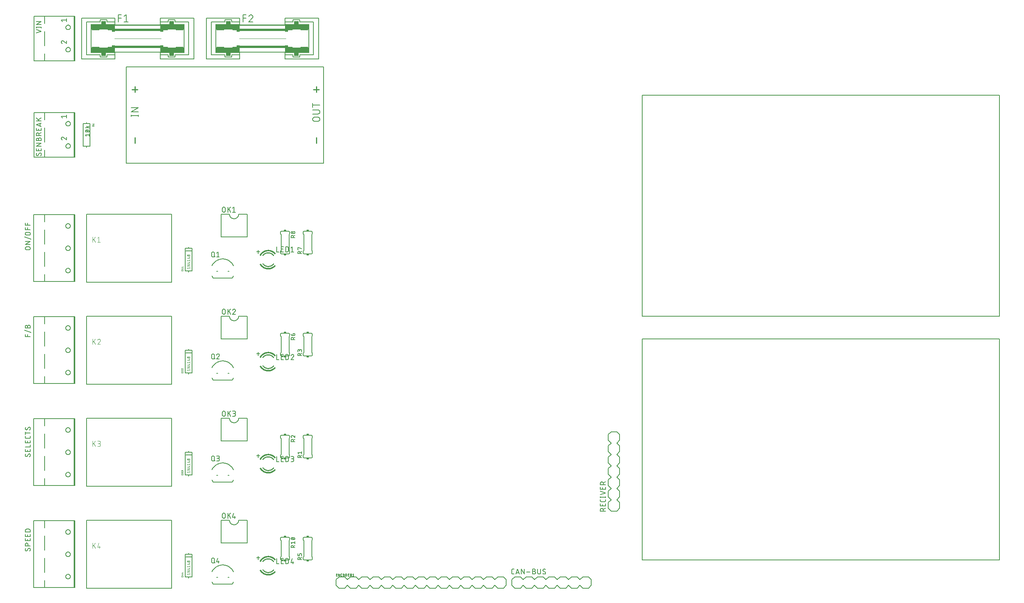
<source format=gbr>
G04 EAGLE Gerber RS-274X export*
G75*
%MOMM*%
%FSLAX34Y34*%
%LPD*%
%INSilkscreen Top*%
%IPPOS*%
%AMOC8*
5,1,8,0,0,1.08239X$1,22.5*%
G01*
%ADD10C,0.203200*%
%ADD11C,0.127000*%
%ADD12C,0.025400*%
%ADD13C,0.050800*%
%ADD14C,0.152400*%
%ADD15R,10.160000X0.508000*%
%ADD16R,0.635000X1.651000*%
%ADD17R,0.254000X4.064000*%
%ADD18R,4.826000X1.143000*%
%ADD19R,1.016000X0.762000*%
%ADD20R,1.016000X0.127000*%
%ADD21R,1.778000X0.127000*%
%ADD22C,0.177800*%
%ADD23C,0.101600*%
%ADD24C,0.015238*%
%ADD25R,0.508000X0.381000*%
%ADD26C,0.254000*%


D10*
X1301750Y139700D02*
X1314450Y139700D01*
X1320800Y133350D01*
X1320800Y120650D02*
X1314450Y114300D01*
X1276350Y139700D02*
X1270000Y133350D01*
X1276350Y139700D02*
X1289050Y139700D01*
X1295400Y133350D01*
X1295400Y120650D02*
X1289050Y114300D01*
X1276350Y114300D01*
X1270000Y120650D01*
X1295400Y133350D02*
X1301750Y139700D01*
X1295400Y120650D02*
X1301750Y114300D01*
X1314450Y114300D01*
X1238250Y139700D02*
X1225550Y139700D01*
X1238250Y139700D02*
X1244600Y133350D01*
X1244600Y120650D02*
X1238250Y114300D01*
X1244600Y133350D02*
X1250950Y139700D01*
X1263650Y139700D01*
X1270000Y133350D01*
X1270000Y120650D02*
X1263650Y114300D01*
X1250950Y114300D01*
X1244600Y120650D01*
X1200150Y139700D02*
X1193800Y133350D01*
X1200150Y139700D02*
X1212850Y139700D01*
X1219200Y133350D01*
X1219200Y120650D02*
X1212850Y114300D01*
X1200150Y114300D01*
X1193800Y120650D01*
X1219200Y133350D02*
X1225550Y139700D01*
X1219200Y120650D02*
X1225550Y114300D01*
X1238250Y114300D01*
X1162050Y139700D02*
X1149350Y139700D01*
X1162050Y139700D02*
X1168400Y133350D01*
X1168400Y120650D02*
X1162050Y114300D01*
X1168400Y133350D02*
X1174750Y139700D01*
X1187450Y139700D01*
X1193800Y133350D01*
X1193800Y120650D02*
X1187450Y114300D01*
X1174750Y114300D01*
X1168400Y120650D01*
X1143000Y120650D02*
X1143000Y133350D01*
X1149350Y139700D01*
X1143000Y120650D02*
X1149350Y114300D01*
X1162050Y114300D01*
X1320800Y120650D02*
X1320800Y133350D01*
D11*
X1147953Y145923D02*
X1145413Y145923D01*
X1145313Y145925D01*
X1145214Y145931D01*
X1145114Y145941D01*
X1145016Y145954D01*
X1144917Y145972D01*
X1144820Y145993D01*
X1144724Y146018D01*
X1144628Y146047D01*
X1144534Y146080D01*
X1144441Y146116D01*
X1144350Y146156D01*
X1144260Y146200D01*
X1144172Y146247D01*
X1144086Y146297D01*
X1144002Y146351D01*
X1143920Y146408D01*
X1143841Y146468D01*
X1143763Y146532D01*
X1143689Y146598D01*
X1143617Y146667D01*
X1143548Y146739D01*
X1143482Y146813D01*
X1143418Y146891D01*
X1143358Y146970D01*
X1143301Y147052D01*
X1143247Y147136D01*
X1143197Y147222D01*
X1143150Y147310D01*
X1143106Y147400D01*
X1143066Y147491D01*
X1143030Y147584D01*
X1142997Y147678D01*
X1142968Y147774D01*
X1142943Y147870D01*
X1142922Y147967D01*
X1142904Y148066D01*
X1142891Y148164D01*
X1142881Y148264D01*
X1142875Y148363D01*
X1142873Y148463D01*
X1142873Y154813D01*
X1142875Y154913D01*
X1142881Y155012D01*
X1142891Y155112D01*
X1142904Y155210D01*
X1142922Y155309D01*
X1142943Y155406D01*
X1142968Y155502D01*
X1142997Y155598D01*
X1143030Y155692D01*
X1143066Y155785D01*
X1143106Y155876D01*
X1143150Y155966D01*
X1143197Y156054D01*
X1143247Y156140D01*
X1143301Y156224D01*
X1143358Y156306D01*
X1143418Y156385D01*
X1143482Y156463D01*
X1143548Y156537D01*
X1143617Y156609D01*
X1143689Y156678D01*
X1143763Y156744D01*
X1143841Y156808D01*
X1143920Y156868D01*
X1144002Y156925D01*
X1144086Y156979D01*
X1144172Y157029D01*
X1144260Y157076D01*
X1144350Y157120D01*
X1144441Y157160D01*
X1144534Y157196D01*
X1144628Y157229D01*
X1144724Y157258D01*
X1144820Y157283D01*
X1144917Y157304D01*
X1145016Y157322D01*
X1145114Y157335D01*
X1145214Y157345D01*
X1145313Y157351D01*
X1145413Y157353D01*
X1147953Y157353D01*
X1155610Y157353D02*
X1151800Y145923D01*
X1159420Y145923D02*
X1155610Y157353D01*
X1158468Y148781D02*
X1152753Y148781D01*
X1164246Y145923D02*
X1164246Y157353D01*
X1170596Y145923D01*
X1170596Y157353D01*
X1176184Y150368D02*
X1183804Y150368D01*
X1189583Y152273D02*
X1192758Y152273D01*
X1192869Y152271D01*
X1192979Y152265D01*
X1193090Y152256D01*
X1193200Y152242D01*
X1193309Y152225D01*
X1193418Y152204D01*
X1193526Y152179D01*
X1193633Y152150D01*
X1193739Y152118D01*
X1193844Y152082D01*
X1193947Y152042D01*
X1194049Y151999D01*
X1194150Y151952D01*
X1194249Y151901D01*
X1194346Y151848D01*
X1194440Y151791D01*
X1194533Y151730D01*
X1194624Y151667D01*
X1194713Y151600D01*
X1194799Y151530D01*
X1194882Y151457D01*
X1194964Y151382D01*
X1195042Y151304D01*
X1195117Y151222D01*
X1195190Y151139D01*
X1195260Y151053D01*
X1195327Y150964D01*
X1195390Y150873D01*
X1195451Y150780D01*
X1195508Y150685D01*
X1195561Y150589D01*
X1195612Y150490D01*
X1195659Y150389D01*
X1195702Y150287D01*
X1195742Y150184D01*
X1195778Y150079D01*
X1195810Y149973D01*
X1195839Y149866D01*
X1195864Y149758D01*
X1195885Y149649D01*
X1195902Y149540D01*
X1195916Y149430D01*
X1195925Y149319D01*
X1195931Y149209D01*
X1195933Y149098D01*
X1195931Y148987D01*
X1195925Y148877D01*
X1195916Y148766D01*
X1195902Y148656D01*
X1195885Y148547D01*
X1195864Y148438D01*
X1195839Y148330D01*
X1195810Y148223D01*
X1195778Y148117D01*
X1195742Y148012D01*
X1195702Y147909D01*
X1195659Y147807D01*
X1195612Y147706D01*
X1195561Y147607D01*
X1195508Y147510D01*
X1195451Y147416D01*
X1195390Y147323D01*
X1195327Y147232D01*
X1195260Y147143D01*
X1195190Y147057D01*
X1195117Y146974D01*
X1195042Y146892D01*
X1194964Y146814D01*
X1194882Y146739D01*
X1194799Y146666D01*
X1194713Y146596D01*
X1194624Y146529D01*
X1194533Y146466D01*
X1194440Y146405D01*
X1194346Y146348D01*
X1194249Y146295D01*
X1194150Y146244D01*
X1194049Y146197D01*
X1193947Y146154D01*
X1193844Y146114D01*
X1193739Y146078D01*
X1193633Y146046D01*
X1193526Y146017D01*
X1193418Y145992D01*
X1193309Y145971D01*
X1193200Y145954D01*
X1193090Y145940D01*
X1192979Y145931D01*
X1192869Y145925D01*
X1192758Y145923D01*
X1189583Y145923D01*
X1189583Y157353D01*
X1192758Y157353D01*
X1192858Y157351D01*
X1192957Y157345D01*
X1193057Y157335D01*
X1193155Y157322D01*
X1193254Y157304D01*
X1193351Y157283D01*
X1193447Y157258D01*
X1193543Y157229D01*
X1193637Y157196D01*
X1193730Y157160D01*
X1193821Y157120D01*
X1193911Y157076D01*
X1193999Y157029D01*
X1194085Y156979D01*
X1194169Y156925D01*
X1194251Y156868D01*
X1194330Y156808D01*
X1194408Y156744D01*
X1194482Y156678D01*
X1194554Y156609D01*
X1194623Y156537D01*
X1194689Y156463D01*
X1194753Y156385D01*
X1194813Y156306D01*
X1194870Y156224D01*
X1194924Y156140D01*
X1194974Y156054D01*
X1195021Y155966D01*
X1195065Y155876D01*
X1195105Y155785D01*
X1195141Y155692D01*
X1195174Y155598D01*
X1195203Y155502D01*
X1195228Y155406D01*
X1195249Y155309D01*
X1195267Y155210D01*
X1195280Y155112D01*
X1195290Y155012D01*
X1195296Y154913D01*
X1195298Y154813D01*
X1195296Y154713D01*
X1195290Y154614D01*
X1195280Y154514D01*
X1195267Y154416D01*
X1195249Y154317D01*
X1195228Y154220D01*
X1195203Y154124D01*
X1195174Y154028D01*
X1195141Y153934D01*
X1195105Y153841D01*
X1195065Y153750D01*
X1195021Y153660D01*
X1194974Y153572D01*
X1194924Y153486D01*
X1194870Y153402D01*
X1194813Y153320D01*
X1194753Y153241D01*
X1194689Y153163D01*
X1194623Y153089D01*
X1194554Y153017D01*
X1194482Y152948D01*
X1194408Y152882D01*
X1194330Y152818D01*
X1194251Y152758D01*
X1194169Y152701D01*
X1194085Y152647D01*
X1193999Y152597D01*
X1193911Y152550D01*
X1193821Y152506D01*
X1193730Y152466D01*
X1193637Y152430D01*
X1193543Y152397D01*
X1193447Y152368D01*
X1193351Y152343D01*
X1193254Y152322D01*
X1193155Y152304D01*
X1193057Y152291D01*
X1192957Y152281D01*
X1192858Y152275D01*
X1192758Y152273D01*
X1200822Y149098D02*
X1200822Y157353D01*
X1200822Y149098D02*
X1200824Y148987D01*
X1200830Y148877D01*
X1200839Y148766D01*
X1200853Y148656D01*
X1200870Y148547D01*
X1200891Y148438D01*
X1200916Y148330D01*
X1200945Y148223D01*
X1200977Y148117D01*
X1201013Y148012D01*
X1201053Y147909D01*
X1201096Y147807D01*
X1201143Y147706D01*
X1201194Y147607D01*
X1201247Y147511D01*
X1201304Y147416D01*
X1201365Y147323D01*
X1201428Y147232D01*
X1201495Y147143D01*
X1201565Y147057D01*
X1201638Y146974D01*
X1201713Y146892D01*
X1201791Y146814D01*
X1201873Y146739D01*
X1201956Y146666D01*
X1202042Y146596D01*
X1202131Y146529D01*
X1202222Y146466D01*
X1202315Y146405D01*
X1202410Y146348D01*
X1202506Y146295D01*
X1202605Y146244D01*
X1202706Y146197D01*
X1202808Y146154D01*
X1202911Y146114D01*
X1203016Y146078D01*
X1203122Y146046D01*
X1203229Y146017D01*
X1203337Y145992D01*
X1203446Y145971D01*
X1203555Y145954D01*
X1203665Y145940D01*
X1203776Y145931D01*
X1203886Y145925D01*
X1203997Y145923D01*
X1204108Y145925D01*
X1204218Y145931D01*
X1204329Y145940D01*
X1204439Y145954D01*
X1204548Y145971D01*
X1204657Y145992D01*
X1204765Y146017D01*
X1204872Y146046D01*
X1204978Y146078D01*
X1205083Y146114D01*
X1205186Y146154D01*
X1205288Y146197D01*
X1205389Y146244D01*
X1205488Y146295D01*
X1205585Y146348D01*
X1205679Y146405D01*
X1205772Y146466D01*
X1205863Y146529D01*
X1205952Y146596D01*
X1206038Y146666D01*
X1206121Y146739D01*
X1206203Y146814D01*
X1206281Y146892D01*
X1206356Y146974D01*
X1206429Y147057D01*
X1206499Y147143D01*
X1206566Y147232D01*
X1206629Y147323D01*
X1206690Y147416D01*
X1206747Y147510D01*
X1206800Y147607D01*
X1206851Y147706D01*
X1206898Y147807D01*
X1206941Y147909D01*
X1206981Y148012D01*
X1207017Y148117D01*
X1207049Y148223D01*
X1207078Y148330D01*
X1207103Y148438D01*
X1207124Y148547D01*
X1207141Y148656D01*
X1207155Y148766D01*
X1207164Y148877D01*
X1207170Y148987D01*
X1207172Y149098D01*
X1207172Y157353D01*
X1216062Y145923D02*
X1216162Y145925D01*
X1216261Y145931D01*
X1216361Y145941D01*
X1216459Y145954D01*
X1216558Y145972D01*
X1216655Y145993D01*
X1216751Y146018D01*
X1216847Y146047D01*
X1216941Y146080D01*
X1217034Y146116D01*
X1217125Y146156D01*
X1217215Y146200D01*
X1217303Y146247D01*
X1217389Y146297D01*
X1217473Y146351D01*
X1217555Y146408D01*
X1217634Y146468D01*
X1217712Y146532D01*
X1217786Y146598D01*
X1217858Y146667D01*
X1217927Y146739D01*
X1217993Y146813D01*
X1218057Y146891D01*
X1218117Y146970D01*
X1218174Y147052D01*
X1218228Y147136D01*
X1218278Y147222D01*
X1218325Y147310D01*
X1218369Y147400D01*
X1218409Y147491D01*
X1218445Y147584D01*
X1218478Y147678D01*
X1218507Y147774D01*
X1218532Y147870D01*
X1218553Y147967D01*
X1218571Y148066D01*
X1218584Y148164D01*
X1218594Y148264D01*
X1218600Y148363D01*
X1218602Y148463D01*
X1216062Y145923D02*
X1215921Y145925D01*
X1215780Y145930D01*
X1215639Y145940D01*
X1215498Y145953D01*
X1215358Y145969D01*
X1215218Y145990D01*
X1215079Y146014D01*
X1214940Y146042D01*
X1214803Y146073D01*
X1214666Y146108D01*
X1214530Y146146D01*
X1214395Y146188D01*
X1214262Y146234D01*
X1214129Y146283D01*
X1213998Y146336D01*
X1213869Y146392D01*
X1213740Y146451D01*
X1213614Y146514D01*
X1213489Y146580D01*
X1213366Y146649D01*
X1213245Y146722D01*
X1213126Y146798D01*
X1213008Y146877D01*
X1212893Y146958D01*
X1212781Y147043D01*
X1212670Y147131D01*
X1212562Y147222D01*
X1212456Y147315D01*
X1212353Y147412D01*
X1212252Y147511D01*
X1212570Y154813D02*
X1212572Y154913D01*
X1212578Y155012D01*
X1212588Y155112D01*
X1212601Y155210D01*
X1212619Y155309D01*
X1212640Y155406D01*
X1212665Y155502D01*
X1212694Y155598D01*
X1212727Y155692D01*
X1212763Y155785D01*
X1212803Y155876D01*
X1212847Y155966D01*
X1212894Y156054D01*
X1212944Y156140D01*
X1212998Y156224D01*
X1213055Y156306D01*
X1213115Y156385D01*
X1213179Y156463D01*
X1213245Y156537D01*
X1213314Y156609D01*
X1213386Y156678D01*
X1213460Y156744D01*
X1213538Y156808D01*
X1213617Y156868D01*
X1213699Y156925D01*
X1213783Y156979D01*
X1213869Y157029D01*
X1213957Y157076D01*
X1214047Y157120D01*
X1214138Y157160D01*
X1214231Y157196D01*
X1214325Y157229D01*
X1214421Y157258D01*
X1214517Y157283D01*
X1214614Y157304D01*
X1214713Y157322D01*
X1214811Y157335D01*
X1214911Y157345D01*
X1215010Y157351D01*
X1215110Y157353D01*
X1215110Y157354D02*
X1215243Y157352D01*
X1215376Y157347D01*
X1215509Y157337D01*
X1215642Y157324D01*
X1215774Y157307D01*
X1215906Y157287D01*
X1216037Y157263D01*
X1216167Y157235D01*
X1216297Y157204D01*
X1216425Y157169D01*
X1216553Y157130D01*
X1216679Y157088D01*
X1216804Y157042D01*
X1216928Y156993D01*
X1217051Y156941D01*
X1217172Y156885D01*
X1217291Y156825D01*
X1217409Y156763D01*
X1217524Y156697D01*
X1217638Y156628D01*
X1217750Y156555D01*
X1217860Y156480D01*
X1217968Y156401D01*
X1213840Y152590D02*
X1213756Y152642D01*
X1213673Y152697D01*
X1213593Y152756D01*
X1213515Y152817D01*
X1213440Y152881D01*
X1213367Y152949D01*
X1213296Y153019D01*
X1213229Y153091D01*
X1213164Y153166D01*
X1213102Y153244D01*
X1213043Y153324D01*
X1212987Y153406D01*
X1212935Y153490D01*
X1212886Y153576D01*
X1212840Y153664D01*
X1212797Y153754D01*
X1212758Y153845D01*
X1212723Y153938D01*
X1212691Y154032D01*
X1212663Y154127D01*
X1212638Y154223D01*
X1212618Y154320D01*
X1212600Y154418D01*
X1212587Y154516D01*
X1212578Y154615D01*
X1212572Y154714D01*
X1212570Y154813D01*
X1217333Y150686D02*
X1217417Y150634D01*
X1217500Y150579D01*
X1217580Y150520D01*
X1217658Y150459D01*
X1217733Y150395D01*
X1217806Y150327D01*
X1217877Y150257D01*
X1217944Y150185D01*
X1218009Y150110D01*
X1218071Y150032D01*
X1218130Y149952D01*
X1218186Y149870D01*
X1218238Y149786D01*
X1218287Y149700D01*
X1218333Y149612D01*
X1218376Y149522D01*
X1218415Y149431D01*
X1218450Y149338D01*
X1218482Y149244D01*
X1218510Y149149D01*
X1218535Y149053D01*
X1218555Y148956D01*
X1218573Y148858D01*
X1218586Y148760D01*
X1218595Y148661D01*
X1218601Y148562D01*
X1218603Y148463D01*
X1217332Y150686D02*
X1213840Y152591D01*
D10*
X411480Y596900D02*
X411480Y647700D01*
X419100Y647700D01*
X426720Y647700D01*
X426720Y596900D01*
X419100Y596900D01*
X411480Y596900D01*
X419100Y647700D02*
X419100Y650240D01*
X419100Y596900D02*
X419100Y594360D01*
X412750Y641350D02*
X425450Y641350D01*
D12*
X406273Y597027D02*
X402463Y597027D01*
X402463Y598085D01*
X402465Y598149D01*
X402471Y598213D01*
X402480Y598276D01*
X402494Y598338D01*
X402511Y598400D01*
X402532Y598460D01*
X402556Y598519D01*
X402584Y598577D01*
X402616Y598632D01*
X402650Y598686D01*
X402688Y598737D01*
X402729Y598787D01*
X402773Y598833D01*
X402819Y598877D01*
X402869Y598918D01*
X402920Y598956D01*
X402974Y598990D01*
X403029Y599022D01*
X403087Y599050D01*
X403146Y599074D01*
X403206Y599095D01*
X403268Y599112D01*
X403330Y599126D01*
X403394Y599135D01*
X403457Y599141D01*
X403521Y599143D01*
X403521Y599144D02*
X405215Y599144D01*
X405215Y599143D02*
X405279Y599141D01*
X405343Y599135D01*
X405406Y599126D01*
X405468Y599112D01*
X405530Y599095D01*
X405590Y599074D01*
X405649Y599050D01*
X405707Y599022D01*
X405762Y598990D01*
X405816Y598956D01*
X405867Y598918D01*
X405917Y598877D01*
X405963Y598833D01*
X406007Y598787D01*
X406048Y598737D01*
X406086Y598686D01*
X406120Y598632D01*
X406152Y598577D01*
X406180Y598519D01*
X406204Y598460D01*
X406225Y598400D01*
X406242Y598338D01*
X406256Y598276D01*
X406265Y598213D01*
X406271Y598149D01*
X406273Y598085D01*
X406273Y597027D01*
X402463Y601971D02*
X402465Y602031D01*
X402471Y602090D01*
X402480Y602150D01*
X402493Y602208D01*
X402510Y602265D01*
X402530Y602322D01*
X402554Y602377D01*
X402581Y602430D01*
X402611Y602482D01*
X402645Y602531D01*
X402682Y602578D01*
X402721Y602623D01*
X402764Y602666D01*
X402809Y602705D01*
X402856Y602742D01*
X402905Y602776D01*
X402957Y602806D01*
X403010Y602833D01*
X403065Y602857D01*
X403122Y602877D01*
X403179Y602894D01*
X403237Y602907D01*
X403297Y602916D01*
X403356Y602922D01*
X403416Y602924D01*
X402463Y601971D02*
X402465Y601904D01*
X402470Y601837D01*
X402479Y601771D01*
X402492Y601705D01*
X402508Y601641D01*
X402528Y601577D01*
X402552Y601514D01*
X402578Y601452D01*
X402608Y601393D01*
X402641Y601335D01*
X402678Y601278D01*
X402717Y601224D01*
X402759Y601172D01*
X402804Y601123D01*
X402852Y601076D01*
X402902Y601032D01*
X402955Y600990D01*
X403010Y600952D01*
X403066Y600916D01*
X403125Y600884D01*
X403185Y600855D01*
X403247Y600829D01*
X403310Y600807D01*
X404157Y602605D02*
X404115Y602647D01*
X404070Y602686D01*
X404024Y602723D01*
X403975Y602757D01*
X403925Y602787D01*
X403873Y602815D01*
X403819Y602840D01*
X403764Y602862D01*
X403708Y602881D01*
X403651Y602896D01*
X403593Y602908D01*
X403534Y602916D01*
X403475Y602921D01*
X403416Y602923D01*
X404156Y602606D02*
X406273Y600807D01*
X406273Y602923D01*
X403416Y606581D02*
X403356Y606579D01*
X403297Y606573D01*
X403237Y606564D01*
X403179Y606551D01*
X403122Y606534D01*
X403065Y606514D01*
X403010Y606490D01*
X402957Y606463D01*
X402905Y606433D01*
X402856Y606399D01*
X402809Y606362D01*
X402764Y606323D01*
X402721Y606280D01*
X402682Y606235D01*
X402645Y606188D01*
X402611Y606139D01*
X402581Y606087D01*
X402554Y606034D01*
X402530Y605979D01*
X402510Y605922D01*
X402493Y605865D01*
X402480Y605807D01*
X402471Y605747D01*
X402465Y605688D01*
X402463Y605628D01*
X402465Y605561D01*
X402470Y605494D01*
X402479Y605428D01*
X402492Y605362D01*
X402508Y605298D01*
X402528Y605234D01*
X402552Y605171D01*
X402578Y605109D01*
X402608Y605050D01*
X402641Y604992D01*
X402678Y604935D01*
X402717Y604881D01*
X402759Y604829D01*
X402804Y604780D01*
X402852Y604733D01*
X402902Y604689D01*
X402955Y604647D01*
X403010Y604609D01*
X403066Y604573D01*
X403125Y604541D01*
X403185Y604512D01*
X403247Y604486D01*
X403310Y604464D01*
X404157Y606263D02*
X404115Y606305D01*
X404070Y606344D01*
X404024Y606381D01*
X403975Y606415D01*
X403925Y606445D01*
X403873Y606473D01*
X403819Y606498D01*
X403764Y606520D01*
X403708Y606539D01*
X403651Y606554D01*
X403593Y606566D01*
X403534Y606574D01*
X403475Y606579D01*
X403416Y606581D01*
X404156Y606263D02*
X406273Y604464D01*
X406273Y606581D01*
D13*
X415798Y603786D02*
X417040Y602234D01*
X415798Y603786D02*
X421386Y603786D01*
X421386Y602234D02*
X421386Y605338D01*
X421386Y607903D02*
X415798Y607903D01*
X421386Y611008D01*
X415798Y611008D01*
X415798Y614814D02*
X420144Y613573D01*
X420144Y616677D01*
X418902Y615746D02*
X421386Y615746D01*
X417040Y619059D02*
X415798Y620611D01*
X421386Y620611D01*
X421386Y619059D02*
X421386Y622163D01*
X420144Y624545D02*
X415798Y625787D01*
X420144Y624545D02*
X420144Y627650D01*
X418902Y626718D02*
X421386Y626718D01*
X419834Y630032D02*
X419757Y630034D01*
X419679Y630040D01*
X419603Y630049D01*
X419526Y630063D01*
X419451Y630080D01*
X419377Y630101D01*
X419303Y630126D01*
X419231Y630154D01*
X419161Y630186D01*
X419092Y630221D01*
X419025Y630260D01*
X418960Y630302D01*
X418897Y630347D01*
X418836Y630395D01*
X418778Y630446D01*
X418723Y630500D01*
X418670Y630557D01*
X418621Y630616D01*
X418574Y630678D01*
X418530Y630742D01*
X418490Y630808D01*
X418453Y630876D01*
X418419Y630946D01*
X418389Y631017D01*
X418363Y631090D01*
X418340Y631164D01*
X418321Y631239D01*
X418306Y631314D01*
X418294Y631391D01*
X418286Y631468D01*
X418282Y631545D01*
X418282Y631623D01*
X418286Y631700D01*
X418294Y631777D01*
X418306Y631854D01*
X418321Y631929D01*
X418340Y632004D01*
X418363Y632078D01*
X418389Y632151D01*
X418419Y632222D01*
X418453Y632292D01*
X418490Y632360D01*
X418530Y632426D01*
X418574Y632490D01*
X418621Y632552D01*
X418670Y632611D01*
X418723Y632668D01*
X418778Y632722D01*
X418836Y632773D01*
X418897Y632821D01*
X418960Y632866D01*
X419025Y632908D01*
X419092Y632947D01*
X419161Y632982D01*
X419231Y633014D01*
X419303Y633042D01*
X419377Y633067D01*
X419451Y633088D01*
X419526Y633105D01*
X419603Y633119D01*
X419679Y633128D01*
X419757Y633134D01*
X419834Y633136D01*
X419911Y633134D01*
X419989Y633128D01*
X420065Y633119D01*
X420142Y633105D01*
X420217Y633088D01*
X420291Y633067D01*
X420365Y633042D01*
X420437Y633014D01*
X420507Y632982D01*
X420576Y632947D01*
X420643Y632908D01*
X420708Y632866D01*
X420771Y632821D01*
X420832Y632773D01*
X420890Y632722D01*
X420945Y632668D01*
X420998Y632611D01*
X421047Y632552D01*
X421094Y632490D01*
X421138Y632426D01*
X421178Y632360D01*
X421215Y632292D01*
X421249Y632222D01*
X421279Y632151D01*
X421305Y632078D01*
X421328Y632004D01*
X421347Y631929D01*
X421362Y631854D01*
X421374Y631777D01*
X421382Y631700D01*
X421386Y631623D01*
X421386Y631545D01*
X421382Y631468D01*
X421374Y631391D01*
X421362Y631314D01*
X421347Y631239D01*
X421328Y631164D01*
X421305Y631090D01*
X421279Y631017D01*
X421249Y630946D01*
X421215Y630876D01*
X421178Y630808D01*
X421138Y630742D01*
X421094Y630678D01*
X421047Y630616D01*
X420998Y630557D01*
X420945Y630500D01*
X420890Y630446D01*
X420832Y630395D01*
X420771Y630347D01*
X420708Y630302D01*
X420643Y630260D01*
X420576Y630221D01*
X420507Y630186D01*
X420437Y630154D01*
X420365Y630126D01*
X420291Y630101D01*
X420217Y630080D01*
X420142Y630063D01*
X420065Y630049D01*
X419989Y630040D01*
X419911Y630034D01*
X419834Y630032D01*
X417040Y630342D02*
X416970Y630344D01*
X416901Y630350D01*
X416832Y630360D01*
X416764Y630373D01*
X416696Y630391D01*
X416630Y630412D01*
X416565Y630437D01*
X416501Y630465D01*
X416439Y630497D01*
X416379Y630532D01*
X416321Y630571D01*
X416266Y630613D01*
X416212Y630658D01*
X416162Y630706D01*
X416114Y630756D01*
X416069Y630810D01*
X416027Y630865D01*
X415988Y630923D01*
X415953Y630983D01*
X415921Y631045D01*
X415893Y631109D01*
X415868Y631174D01*
X415847Y631240D01*
X415829Y631308D01*
X415816Y631376D01*
X415806Y631445D01*
X415800Y631514D01*
X415798Y631584D01*
X415800Y631654D01*
X415806Y631723D01*
X415816Y631792D01*
X415829Y631860D01*
X415847Y631928D01*
X415868Y631994D01*
X415893Y632059D01*
X415921Y632123D01*
X415953Y632185D01*
X415988Y632245D01*
X416027Y632303D01*
X416069Y632358D01*
X416114Y632412D01*
X416162Y632462D01*
X416212Y632510D01*
X416266Y632555D01*
X416321Y632597D01*
X416379Y632636D01*
X416439Y632671D01*
X416501Y632703D01*
X416565Y632731D01*
X416630Y632756D01*
X416696Y632777D01*
X416764Y632795D01*
X416832Y632808D01*
X416901Y632818D01*
X416970Y632824D01*
X417040Y632826D01*
X417110Y632824D01*
X417179Y632818D01*
X417248Y632808D01*
X417316Y632795D01*
X417384Y632777D01*
X417450Y632756D01*
X417515Y632731D01*
X417579Y632703D01*
X417641Y632671D01*
X417701Y632636D01*
X417759Y632597D01*
X417814Y632555D01*
X417868Y632510D01*
X417918Y632462D01*
X417966Y632412D01*
X418011Y632358D01*
X418053Y632303D01*
X418092Y632245D01*
X418127Y632185D01*
X418159Y632123D01*
X418187Y632059D01*
X418212Y631994D01*
X418233Y631928D01*
X418251Y631860D01*
X418264Y631792D01*
X418274Y631723D01*
X418280Y631654D01*
X418282Y631584D01*
X418280Y631514D01*
X418274Y631445D01*
X418264Y631376D01*
X418251Y631308D01*
X418233Y631240D01*
X418212Y631174D01*
X418187Y631109D01*
X418159Y631045D01*
X418127Y630983D01*
X418092Y630923D01*
X418053Y630865D01*
X418011Y630810D01*
X417966Y630756D01*
X417918Y630706D01*
X417868Y630658D01*
X417814Y630613D01*
X417759Y630571D01*
X417701Y630532D01*
X417641Y630497D01*
X417579Y630465D01*
X417515Y630437D01*
X417450Y630412D01*
X417384Y630391D01*
X417316Y630373D01*
X417248Y630360D01*
X417179Y630350D01*
X417110Y630344D01*
X417040Y630342D01*
D10*
X411480Y825500D02*
X411480Y876300D01*
X419100Y876300D01*
X426720Y876300D01*
X426720Y825500D01*
X419100Y825500D01*
X411480Y825500D01*
X419100Y876300D02*
X419100Y878840D01*
X419100Y825500D02*
X419100Y822960D01*
X412750Y869950D02*
X425450Y869950D01*
D12*
X406273Y825627D02*
X402463Y825627D01*
X402463Y826685D01*
X402465Y826749D01*
X402471Y826813D01*
X402480Y826876D01*
X402494Y826938D01*
X402511Y827000D01*
X402532Y827060D01*
X402556Y827119D01*
X402584Y827177D01*
X402616Y827232D01*
X402650Y827286D01*
X402688Y827337D01*
X402729Y827387D01*
X402773Y827433D01*
X402819Y827477D01*
X402869Y827518D01*
X402920Y827556D01*
X402974Y827590D01*
X403029Y827622D01*
X403087Y827650D01*
X403146Y827674D01*
X403206Y827695D01*
X403268Y827712D01*
X403330Y827726D01*
X403394Y827735D01*
X403457Y827741D01*
X403521Y827743D01*
X403521Y827744D02*
X405215Y827744D01*
X405215Y827743D02*
X405279Y827741D01*
X405343Y827735D01*
X405406Y827726D01*
X405468Y827712D01*
X405530Y827695D01*
X405590Y827674D01*
X405649Y827650D01*
X405707Y827622D01*
X405762Y827590D01*
X405816Y827556D01*
X405867Y827518D01*
X405917Y827477D01*
X405963Y827433D01*
X406007Y827387D01*
X406048Y827337D01*
X406086Y827286D01*
X406120Y827232D01*
X406152Y827177D01*
X406180Y827119D01*
X406204Y827060D01*
X406225Y827000D01*
X406242Y826938D01*
X406256Y826876D01*
X406265Y826813D01*
X406271Y826749D01*
X406273Y826685D01*
X406273Y825627D01*
X403310Y829407D02*
X402463Y830465D01*
X406273Y830465D01*
X406273Y829407D02*
X406273Y831523D01*
X403310Y833064D02*
X402463Y834122D01*
X406273Y834122D01*
X406273Y833064D02*
X406273Y835181D01*
D13*
X415798Y832386D02*
X417040Y830834D01*
X415798Y832386D02*
X421386Y832386D01*
X421386Y830834D02*
X421386Y833938D01*
X421386Y836503D02*
X415798Y836503D01*
X421386Y839608D01*
X415798Y839608D01*
X415798Y843414D02*
X420144Y842173D01*
X420144Y845277D01*
X418902Y844346D02*
X421386Y844346D01*
X417040Y847659D02*
X415798Y849211D01*
X421386Y849211D01*
X421386Y847659D02*
X421386Y850763D01*
X420144Y853145D02*
X415798Y854387D01*
X420144Y853145D02*
X420144Y856250D01*
X418902Y855318D02*
X421386Y855318D01*
X419834Y858632D02*
X419757Y858634D01*
X419679Y858640D01*
X419603Y858649D01*
X419526Y858663D01*
X419451Y858680D01*
X419377Y858701D01*
X419303Y858726D01*
X419231Y858754D01*
X419161Y858786D01*
X419092Y858821D01*
X419025Y858860D01*
X418960Y858902D01*
X418897Y858947D01*
X418836Y858995D01*
X418778Y859046D01*
X418723Y859100D01*
X418670Y859157D01*
X418621Y859216D01*
X418574Y859278D01*
X418530Y859342D01*
X418490Y859408D01*
X418453Y859476D01*
X418419Y859546D01*
X418389Y859617D01*
X418363Y859690D01*
X418340Y859764D01*
X418321Y859839D01*
X418306Y859914D01*
X418294Y859991D01*
X418286Y860068D01*
X418282Y860145D01*
X418282Y860223D01*
X418286Y860300D01*
X418294Y860377D01*
X418306Y860454D01*
X418321Y860529D01*
X418340Y860604D01*
X418363Y860678D01*
X418389Y860751D01*
X418419Y860822D01*
X418453Y860892D01*
X418490Y860960D01*
X418530Y861026D01*
X418574Y861090D01*
X418621Y861152D01*
X418670Y861211D01*
X418723Y861268D01*
X418778Y861322D01*
X418836Y861373D01*
X418897Y861421D01*
X418960Y861466D01*
X419025Y861508D01*
X419092Y861547D01*
X419161Y861582D01*
X419231Y861614D01*
X419303Y861642D01*
X419377Y861667D01*
X419451Y861688D01*
X419526Y861705D01*
X419603Y861719D01*
X419679Y861728D01*
X419757Y861734D01*
X419834Y861736D01*
X419911Y861734D01*
X419989Y861728D01*
X420065Y861719D01*
X420142Y861705D01*
X420217Y861688D01*
X420291Y861667D01*
X420365Y861642D01*
X420437Y861614D01*
X420507Y861582D01*
X420576Y861547D01*
X420643Y861508D01*
X420708Y861466D01*
X420771Y861421D01*
X420832Y861373D01*
X420890Y861322D01*
X420945Y861268D01*
X420998Y861211D01*
X421047Y861152D01*
X421094Y861090D01*
X421138Y861026D01*
X421178Y860960D01*
X421215Y860892D01*
X421249Y860822D01*
X421279Y860751D01*
X421305Y860678D01*
X421328Y860604D01*
X421347Y860529D01*
X421362Y860454D01*
X421374Y860377D01*
X421382Y860300D01*
X421386Y860223D01*
X421386Y860145D01*
X421382Y860068D01*
X421374Y859991D01*
X421362Y859914D01*
X421347Y859839D01*
X421328Y859764D01*
X421305Y859690D01*
X421279Y859617D01*
X421249Y859546D01*
X421215Y859476D01*
X421178Y859408D01*
X421138Y859342D01*
X421094Y859278D01*
X421047Y859216D01*
X420998Y859157D01*
X420945Y859100D01*
X420890Y859046D01*
X420832Y858995D01*
X420771Y858947D01*
X420708Y858902D01*
X420643Y858860D01*
X420576Y858821D01*
X420507Y858786D01*
X420437Y858754D01*
X420365Y858726D01*
X420291Y858701D01*
X420217Y858680D01*
X420142Y858663D01*
X420065Y858649D01*
X419989Y858640D01*
X419911Y858634D01*
X419834Y858632D01*
X417040Y858942D02*
X416970Y858944D01*
X416901Y858950D01*
X416832Y858960D01*
X416764Y858973D01*
X416696Y858991D01*
X416630Y859012D01*
X416565Y859037D01*
X416501Y859065D01*
X416439Y859097D01*
X416379Y859132D01*
X416321Y859171D01*
X416266Y859213D01*
X416212Y859258D01*
X416162Y859306D01*
X416114Y859356D01*
X416069Y859410D01*
X416027Y859465D01*
X415988Y859523D01*
X415953Y859583D01*
X415921Y859645D01*
X415893Y859709D01*
X415868Y859774D01*
X415847Y859840D01*
X415829Y859908D01*
X415816Y859976D01*
X415806Y860045D01*
X415800Y860114D01*
X415798Y860184D01*
X415800Y860254D01*
X415806Y860323D01*
X415816Y860392D01*
X415829Y860460D01*
X415847Y860528D01*
X415868Y860594D01*
X415893Y860659D01*
X415921Y860723D01*
X415953Y860785D01*
X415988Y860845D01*
X416027Y860903D01*
X416069Y860958D01*
X416114Y861012D01*
X416162Y861062D01*
X416212Y861110D01*
X416266Y861155D01*
X416321Y861197D01*
X416379Y861236D01*
X416439Y861271D01*
X416501Y861303D01*
X416565Y861331D01*
X416630Y861356D01*
X416696Y861377D01*
X416764Y861395D01*
X416832Y861408D01*
X416901Y861418D01*
X416970Y861424D01*
X417040Y861426D01*
X417110Y861424D01*
X417179Y861418D01*
X417248Y861408D01*
X417316Y861395D01*
X417384Y861377D01*
X417450Y861356D01*
X417515Y861331D01*
X417579Y861303D01*
X417641Y861271D01*
X417701Y861236D01*
X417759Y861197D01*
X417814Y861155D01*
X417868Y861110D01*
X417918Y861062D01*
X417966Y861012D01*
X418011Y860958D01*
X418053Y860903D01*
X418092Y860845D01*
X418127Y860785D01*
X418159Y860723D01*
X418187Y860659D01*
X418212Y860594D01*
X418233Y860528D01*
X418251Y860460D01*
X418264Y860392D01*
X418274Y860323D01*
X418280Y860254D01*
X418282Y860184D01*
X418280Y860114D01*
X418274Y860045D01*
X418264Y859976D01*
X418251Y859908D01*
X418233Y859840D01*
X418212Y859774D01*
X418187Y859709D01*
X418159Y859645D01*
X418127Y859583D01*
X418092Y859523D01*
X418053Y859465D01*
X418011Y859410D01*
X417966Y859356D01*
X417918Y859306D01*
X417868Y859258D01*
X417814Y859213D01*
X417759Y859171D01*
X417701Y859132D01*
X417641Y859097D01*
X417579Y859065D01*
X417515Y859037D01*
X417450Y859012D01*
X417384Y858991D01*
X417316Y858973D01*
X417248Y858960D01*
X417179Y858950D01*
X417110Y858944D01*
X417040Y858942D01*
D10*
X411480Y419100D02*
X411480Y368300D01*
X411480Y419100D02*
X419100Y419100D01*
X426720Y419100D01*
X426720Y368300D01*
X419100Y368300D01*
X411480Y368300D01*
X419100Y419100D02*
X419100Y421640D01*
X419100Y368300D02*
X419100Y365760D01*
X412750Y412750D02*
X425450Y412750D01*
D12*
X406273Y368427D02*
X402463Y368427D01*
X402463Y369485D01*
X402465Y369549D01*
X402471Y369613D01*
X402480Y369676D01*
X402494Y369738D01*
X402511Y369800D01*
X402532Y369860D01*
X402556Y369919D01*
X402584Y369977D01*
X402616Y370032D01*
X402650Y370086D01*
X402688Y370137D01*
X402729Y370187D01*
X402773Y370233D01*
X402819Y370277D01*
X402869Y370318D01*
X402920Y370356D01*
X402974Y370390D01*
X403029Y370422D01*
X403087Y370450D01*
X403146Y370474D01*
X403206Y370495D01*
X403268Y370512D01*
X403330Y370526D01*
X403394Y370535D01*
X403457Y370541D01*
X403521Y370543D01*
X403521Y370544D02*
X405215Y370544D01*
X405215Y370543D02*
X405279Y370541D01*
X405343Y370535D01*
X405406Y370526D01*
X405468Y370512D01*
X405530Y370495D01*
X405590Y370474D01*
X405649Y370450D01*
X405707Y370422D01*
X405762Y370390D01*
X405816Y370356D01*
X405867Y370318D01*
X405917Y370277D01*
X405963Y370233D01*
X406007Y370187D01*
X406048Y370137D01*
X406086Y370086D01*
X406120Y370032D01*
X406152Y369977D01*
X406180Y369919D01*
X406204Y369860D01*
X406225Y369800D01*
X406242Y369738D01*
X406256Y369676D01*
X406265Y369613D01*
X406271Y369549D01*
X406273Y369485D01*
X406273Y368427D01*
X406273Y372207D02*
X406273Y373265D01*
X406271Y373329D01*
X406265Y373393D01*
X406256Y373456D01*
X406242Y373518D01*
X406225Y373580D01*
X406204Y373640D01*
X406180Y373699D01*
X406152Y373757D01*
X406120Y373812D01*
X406086Y373866D01*
X406048Y373917D01*
X406007Y373967D01*
X405963Y374013D01*
X405917Y374057D01*
X405867Y374098D01*
X405816Y374136D01*
X405762Y374170D01*
X405707Y374202D01*
X405649Y374230D01*
X405590Y374254D01*
X405530Y374275D01*
X405468Y374292D01*
X405406Y374306D01*
X405343Y374315D01*
X405279Y374321D01*
X405215Y374323D01*
X405151Y374321D01*
X405087Y374315D01*
X405024Y374306D01*
X404962Y374292D01*
X404900Y374275D01*
X404840Y374254D01*
X404781Y374230D01*
X404723Y374202D01*
X404668Y374170D01*
X404614Y374136D01*
X404563Y374098D01*
X404513Y374057D01*
X404467Y374013D01*
X404423Y373967D01*
X404382Y373917D01*
X404344Y373866D01*
X404310Y373812D01*
X404278Y373757D01*
X404250Y373699D01*
X404226Y373640D01*
X404205Y373580D01*
X404188Y373518D01*
X404174Y373456D01*
X404165Y373393D01*
X404159Y373329D01*
X404157Y373265D01*
X402463Y373477D02*
X402463Y372207D01*
X402463Y373477D02*
X402465Y373534D01*
X402471Y373590D01*
X402480Y373646D01*
X402493Y373701D01*
X402510Y373755D01*
X402530Y373808D01*
X402554Y373859D01*
X402581Y373909D01*
X402612Y373956D01*
X402645Y374002D01*
X402682Y374045D01*
X402721Y374086D01*
X402763Y374124D01*
X402808Y374159D01*
X402854Y374191D01*
X402903Y374220D01*
X402953Y374245D01*
X403006Y374267D01*
X403059Y374286D01*
X403114Y374301D01*
X403169Y374312D01*
X403225Y374320D01*
X403282Y374324D01*
X403338Y374324D01*
X403395Y374320D01*
X403451Y374312D01*
X403506Y374301D01*
X403561Y374286D01*
X403614Y374267D01*
X403667Y374245D01*
X403717Y374220D01*
X403766Y374191D01*
X403812Y374159D01*
X403857Y374124D01*
X403899Y374086D01*
X403938Y374045D01*
X403975Y374002D01*
X404008Y373956D01*
X404039Y373909D01*
X404066Y373859D01*
X404090Y373808D01*
X404110Y373755D01*
X404127Y373701D01*
X404140Y373646D01*
X404149Y373590D01*
X404155Y373534D01*
X404157Y373477D01*
X404156Y373477D02*
X404156Y372630D01*
X406273Y375864D02*
X406273Y376922D01*
X406271Y376986D01*
X406265Y377050D01*
X406256Y377113D01*
X406242Y377175D01*
X406225Y377237D01*
X406204Y377297D01*
X406180Y377356D01*
X406152Y377414D01*
X406120Y377469D01*
X406086Y377523D01*
X406048Y377574D01*
X406007Y377624D01*
X405963Y377670D01*
X405917Y377714D01*
X405867Y377755D01*
X405816Y377793D01*
X405762Y377827D01*
X405707Y377859D01*
X405649Y377887D01*
X405590Y377911D01*
X405530Y377932D01*
X405468Y377949D01*
X405406Y377963D01*
X405343Y377972D01*
X405279Y377978D01*
X405215Y377980D01*
X405151Y377978D01*
X405087Y377972D01*
X405024Y377963D01*
X404962Y377949D01*
X404900Y377932D01*
X404840Y377911D01*
X404781Y377887D01*
X404723Y377859D01*
X404668Y377827D01*
X404614Y377793D01*
X404563Y377755D01*
X404513Y377714D01*
X404467Y377670D01*
X404423Y377624D01*
X404382Y377574D01*
X404344Y377523D01*
X404310Y377469D01*
X404278Y377414D01*
X404250Y377356D01*
X404226Y377297D01*
X404205Y377237D01*
X404188Y377175D01*
X404174Y377113D01*
X404165Y377050D01*
X404159Y376986D01*
X404157Y376922D01*
X402463Y377134D02*
X402463Y375864D01*
X402463Y377134D02*
X402465Y377191D01*
X402471Y377247D01*
X402480Y377303D01*
X402493Y377358D01*
X402510Y377412D01*
X402530Y377465D01*
X402554Y377516D01*
X402581Y377566D01*
X402612Y377613D01*
X402645Y377659D01*
X402682Y377702D01*
X402721Y377743D01*
X402763Y377781D01*
X402808Y377816D01*
X402854Y377848D01*
X402903Y377877D01*
X402953Y377902D01*
X403006Y377924D01*
X403059Y377943D01*
X403114Y377958D01*
X403169Y377969D01*
X403225Y377977D01*
X403282Y377981D01*
X403338Y377981D01*
X403395Y377977D01*
X403451Y377969D01*
X403506Y377958D01*
X403561Y377943D01*
X403614Y377924D01*
X403667Y377902D01*
X403717Y377877D01*
X403766Y377848D01*
X403812Y377816D01*
X403857Y377781D01*
X403899Y377743D01*
X403938Y377702D01*
X403975Y377659D01*
X404008Y377613D01*
X404039Y377566D01*
X404066Y377516D01*
X404090Y377465D01*
X404110Y377412D01*
X404127Y377358D01*
X404140Y377303D01*
X404149Y377247D01*
X404155Y377191D01*
X404157Y377134D01*
X404156Y377134D02*
X404156Y376287D01*
D13*
X415798Y375186D02*
X417040Y373634D01*
X415798Y375186D02*
X421386Y375186D01*
X421386Y373634D02*
X421386Y376738D01*
X421386Y379303D02*
X415798Y379303D01*
X421386Y382408D01*
X415798Y382408D01*
X415798Y386214D02*
X420144Y384973D01*
X420144Y388077D01*
X418902Y387146D02*
X421386Y387146D01*
X417040Y390459D02*
X415798Y392011D01*
X421386Y392011D01*
X421386Y390459D02*
X421386Y393563D01*
X420144Y395945D02*
X415798Y397187D01*
X420144Y395945D02*
X420144Y399050D01*
X418902Y398118D02*
X421386Y398118D01*
X419834Y401432D02*
X419757Y401434D01*
X419679Y401440D01*
X419603Y401449D01*
X419526Y401463D01*
X419451Y401480D01*
X419377Y401501D01*
X419303Y401526D01*
X419231Y401554D01*
X419161Y401586D01*
X419092Y401621D01*
X419025Y401660D01*
X418960Y401702D01*
X418897Y401747D01*
X418836Y401795D01*
X418778Y401846D01*
X418723Y401900D01*
X418670Y401957D01*
X418621Y402016D01*
X418574Y402078D01*
X418530Y402142D01*
X418490Y402208D01*
X418453Y402276D01*
X418419Y402346D01*
X418389Y402417D01*
X418363Y402490D01*
X418340Y402564D01*
X418321Y402639D01*
X418306Y402714D01*
X418294Y402791D01*
X418286Y402868D01*
X418282Y402945D01*
X418282Y403023D01*
X418286Y403100D01*
X418294Y403177D01*
X418306Y403254D01*
X418321Y403329D01*
X418340Y403404D01*
X418363Y403478D01*
X418389Y403551D01*
X418419Y403622D01*
X418453Y403692D01*
X418490Y403760D01*
X418530Y403826D01*
X418574Y403890D01*
X418621Y403952D01*
X418670Y404011D01*
X418723Y404068D01*
X418778Y404122D01*
X418836Y404173D01*
X418897Y404221D01*
X418960Y404266D01*
X419025Y404308D01*
X419092Y404347D01*
X419161Y404382D01*
X419231Y404414D01*
X419303Y404442D01*
X419377Y404467D01*
X419451Y404488D01*
X419526Y404505D01*
X419603Y404519D01*
X419679Y404528D01*
X419757Y404534D01*
X419834Y404536D01*
X419911Y404534D01*
X419989Y404528D01*
X420065Y404519D01*
X420142Y404505D01*
X420217Y404488D01*
X420291Y404467D01*
X420365Y404442D01*
X420437Y404414D01*
X420507Y404382D01*
X420576Y404347D01*
X420643Y404308D01*
X420708Y404266D01*
X420771Y404221D01*
X420832Y404173D01*
X420890Y404122D01*
X420945Y404068D01*
X420998Y404011D01*
X421047Y403952D01*
X421094Y403890D01*
X421138Y403826D01*
X421178Y403760D01*
X421215Y403692D01*
X421249Y403622D01*
X421279Y403551D01*
X421305Y403478D01*
X421328Y403404D01*
X421347Y403329D01*
X421362Y403254D01*
X421374Y403177D01*
X421382Y403100D01*
X421386Y403023D01*
X421386Y402945D01*
X421382Y402868D01*
X421374Y402791D01*
X421362Y402714D01*
X421347Y402639D01*
X421328Y402564D01*
X421305Y402490D01*
X421279Y402417D01*
X421249Y402346D01*
X421215Y402276D01*
X421178Y402208D01*
X421138Y402142D01*
X421094Y402078D01*
X421047Y402016D01*
X420998Y401957D01*
X420945Y401900D01*
X420890Y401846D01*
X420832Y401795D01*
X420771Y401747D01*
X420708Y401702D01*
X420643Y401660D01*
X420576Y401621D01*
X420507Y401586D01*
X420437Y401554D01*
X420365Y401526D01*
X420291Y401501D01*
X420217Y401480D01*
X420142Y401463D01*
X420065Y401449D01*
X419989Y401440D01*
X419911Y401434D01*
X419834Y401432D01*
X417040Y401742D02*
X416970Y401744D01*
X416901Y401750D01*
X416832Y401760D01*
X416764Y401773D01*
X416696Y401791D01*
X416630Y401812D01*
X416565Y401837D01*
X416501Y401865D01*
X416439Y401897D01*
X416379Y401932D01*
X416321Y401971D01*
X416266Y402013D01*
X416212Y402058D01*
X416162Y402106D01*
X416114Y402156D01*
X416069Y402210D01*
X416027Y402265D01*
X415988Y402323D01*
X415953Y402383D01*
X415921Y402445D01*
X415893Y402509D01*
X415868Y402574D01*
X415847Y402640D01*
X415829Y402708D01*
X415816Y402776D01*
X415806Y402845D01*
X415800Y402914D01*
X415798Y402984D01*
X415800Y403054D01*
X415806Y403123D01*
X415816Y403192D01*
X415829Y403260D01*
X415847Y403328D01*
X415868Y403394D01*
X415893Y403459D01*
X415921Y403523D01*
X415953Y403585D01*
X415988Y403645D01*
X416027Y403703D01*
X416069Y403758D01*
X416114Y403812D01*
X416162Y403862D01*
X416212Y403910D01*
X416266Y403955D01*
X416321Y403997D01*
X416379Y404036D01*
X416439Y404071D01*
X416501Y404103D01*
X416565Y404131D01*
X416630Y404156D01*
X416696Y404177D01*
X416764Y404195D01*
X416832Y404208D01*
X416901Y404218D01*
X416970Y404224D01*
X417040Y404226D01*
X417110Y404224D01*
X417179Y404218D01*
X417248Y404208D01*
X417316Y404195D01*
X417384Y404177D01*
X417450Y404156D01*
X417515Y404131D01*
X417579Y404103D01*
X417641Y404071D01*
X417701Y404036D01*
X417759Y403997D01*
X417814Y403955D01*
X417868Y403910D01*
X417918Y403862D01*
X417966Y403812D01*
X418011Y403758D01*
X418053Y403703D01*
X418092Y403645D01*
X418127Y403585D01*
X418159Y403523D01*
X418187Y403459D01*
X418212Y403394D01*
X418233Y403328D01*
X418251Y403260D01*
X418264Y403192D01*
X418274Y403123D01*
X418280Y403054D01*
X418282Y402984D01*
X418280Y402914D01*
X418274Y402845D01*
X418264Y402776D01*
X418251Y402708D01*
X418233Y402640D01*
X418212Y402574D01*
X418187Y402509D01*
X418159Y402445D01*
X418127Y402383D01*
X418092Y402323D01*
X418053Y402265D01*
X418011Y402210D01*
X417966Y402156D01*
X417918Y402106D01*
X417868Y402058D01*
X417814Y402013D01*
X417759Y401971D01*
X417701Y401932D01*
X417641Y401897D01*
X417579Y401865D01*
X417515Y401837D01*
X417450Y401812D01*
X417384Y401791D01*
X417316Y401773D01*
X417248Y401760D01*
X417179Y401750D01*
X417110Y401744D01*
X417040Y401742D01*
D10*
X411480Y190500D02*
X411480Y139700D01*
X411480Y190500D02*
X419100Y190500D01*
X426720Y190500D01*
X426720Y139700D01*
X419100Y139700D01*
X411480Y139700D01*
X419100Y190500D02*
X419100Y193040D01*
X419100Y139700D02*
X419100Y137160D01*
X412750Y184150D02*
X425450Y184150D01*
D12*
X406273Y139827D02*
X402463Y139827D01*
X402463Y140885D01*
X402465Y140949D01*
X402471Y141013D01*
X402480Y141076D01*
X402494Y141138D01*
X402511Y141200D01*
X402532Y141260D01*
X402556Y141319D01*
X402584Y141377D01*
X402616Y141432D01*
X402650Y141486D01*
X402688Y141537D01*
X402729Y141587D01*
X402773Y141633D01*
X402819Y141677D01*
X402869Y141718D01*
X402920Y141756D01*
X402974Y141790D01*
X403029Y141822D01*
X403087Y141850D01*
X403146Y141874D01*
X403206Y141895D01*
X403268Y141912D01*
X403330Y141926D01*
X403394Y141935D01*
X403457Y141941D01*
X403521Y141943D01*
X403521Y141944D02*
X405215Y141944D01*
X405215Y141943D02*
X405279Y141941D01*
X405343Y141935D01*
X405406Y141926D01*
X405468Y141912D01*
X405530Y141895D01*
X405590Y141874D01*
X405649Y141850D01*
X405707Y141822D01*
X405762Y141790D01*
X405816Y141756D01*
X405867Y141718D01*
X405917Y141677D01*
X405963Y141633D01*
X406007Y141587D01*
X406048Y141537D01*
X406086Y141486D01*
X406120Y141432D01*
X406152Y141377D01*
X406180Y141319D01*
X406204Y141260D01*
X406225Y141200D01*
X406242Y141138D01*
X406256Y141076D01*
X406265Y141013D01*
X406271Y140949D01*
X406273Y140885D01*
X406273Y139827D01*
X405426Y143607D02*
X402463Y144453D01*
X405426Y143607D02*
X405426Y145723D01*
X404580Y145088D02*
X406273Y145088D01*
X405426Y147264D02*
X402463Y148111D01*
X405426Y147264D02*
X405426Y149381D01*
X404580Y148746D02*
X406273Y148746D01*
D13*
X415798Y146586D02*
X417040Y145034D01*
X415798Y146586D02*
X421386Y146586D01*
X421386Y145034D02*
X421386Y148138D01*
X421386Y150703D02*
X415798Y150703D01*
X421386Y153808D01*
X415798Y153808D01*
X415798Y157614D02*
X420144Y156373D01*
X420144Y159477D01*
X418902Y158546D02*
X421386Y158546D01*
X417040Y161859D02*
X415798Y163411D01*
X421386Y163411D01*
X421386Y161859D02*
X421386Y164963D01*
X420144Y167345D02*
X415798Y168587D01*
X420144Y167345D02*
X420144Y170450D01*
X418902Y169518D02*
X421386Y169518D01*
X419834Y172832D02*
X419757Y172834D01*
X419679Y172840D01*
X419603Y172849D01*
X419526Y172863D01*
X419451Y172880D01*
X419377Y172901D01*
X419303Y172926D01*
X419231Y172954D01*
X419161Y172986D01*
X419092Y173021D01*
X419025Y173060D01*
X418960Y173102D01*
X418897Y173147D01*
X418836Y173195D01*
X418778Y173246D01*
X418723Y173300D01*
X418670Y173357D01*
X418621Y173416D01*
X418574Y173478D01*
X418530Y173542D01*
X418490Y173608D01*
X418453Y173676D01*
X418419Y173746D01*
X418389Y173817D01*
X418363Y173890D01*
X418340Y173964D01*
X418321Y174039D01*
X418306Y174114D01*
X418294Y174191D01*
X418286Y174268D01*
X418282Y174345D01*
X418282Y174423D01*
X418286Y174500D01*
X418294Y174577D01*
X418306Y174654D01*
X418321Y174729D01*
X418340Y174804D01*
X418363Y174878D01*
X418389Y174951D01*
X418419Y175022D01*
X418453Y175092D01*
X418490Y175160D01*
X418530Y175226D01*
X418574Y175290D01*
X418621Y175352D01*
X418670Y175411D01*
X418723Y175468D01*
X418778Y175522D01*
X418836Y175573D01*
X418897Y175621D01*
X418960Y175666D01*
X419025Y175708D01*
X419092Y175747D01*
X419161Y175782D01*
X419231Y175814D01*
X419303Y175842D01*
X419377Y175867D01*
X419451Y175888D01*
X419526Y175905D01*
X419603Y175919D01*
X419679Y175928D01*
X419757Y175934D01*
X419834Y175936D01*
X419911Y175934D01*
X419989Y175928D01*
X420065Y175919D01*
X420142Y175905D01*
X420217Y175888D01*
X420291Y175867D01*
X420365Y175842D01*
X420437Y175814D01*
X420507Y175782D01*
X420576Y175747D01*
X420643Y175708D01*
X420708Y175666D01*
X420771Y175621D01*
X420832Y175573D01*
X420890Y175522D01*
X420945Y175468D01*
X420998Y175411D01*
X421047Y175352D01*
X421094Y175290D01*
X421138Y175226D01*
X421178Y175160D01*
X421215Y175092D01*
X421249Y175022D01*
X421279Y174951D01*
X421305Y174878D01*
X421328Y174804D01*
X421347Y174729D01*
X421362Y174654D01*
X421374Y174577D01*
X421382Y174500D01*
X421386Y174423D01*
X421386Y174345D01*
X421382Y174268D01*
X421374Y174191D01*
X421362Y174114D01*
X421347Y174039D01*
X421328Y173964D01*
X421305Y173890D01*
X421279Y173817D01*
X421249Y173746D01*
X421215Y173676D01*
X421178Y173608D01*
X421138Y173542D01*
X421094Y173478D01*
X421047Y173416D01*
X420998Y173357D01*
X420945Y173300D01*
X420890Y173246D01*
X420832Y173195D01*
X420771Y173147D01*
X420708Y173102D01*
X420643Y173060D01*
X420576Y173021D01*
X420507Y172986D01*
X420437Y172954D01*
X420365Y172926D01*
X420291Y172901D01*
X420217Y172880D01*
X420142Y172863D01*
X420065Y172849D01*
X419989Y172840D01*
X419911Y172834D01*
X419834Y172832D01*
X417040Y173142D02*
X416970Y173144D01*
X416901Y173150D01*
X416832Y173160D01*
X416764Y173173D01*
X416696Y173191D01*
X416630Y173212D01*
X416565Y173237D01*
X416501Y173265D01*
X416439Y173297D01*
X416379Y173332D01*
X416321Y173371D01*
X416266Y173413D01*
X416212Y173458D01*
X416162Y173506D01*
X416114Y173556D01*
X416069Y173610D01*
X416027Y173665D01*
X415988Y173723D01*
X415953Y173783D01*
X415921Y173845D01*
X415893Y173909D01*
X415868Y173974D01*
X415847Y174040D01*
X415829Y174108D01*
X415816Y174176D01*
X415806Y174245D01*
X415800Y174314D01*
X415798Y174384D01*
X415800Y174454D01*
X415806Y174523D01*
X415816Y174592D01*
X415829Y174660D01*
X415847Y174728D01*
X415868Y174794D01*
X415893Y174859D01*
X415921Y174923D01*
X415953Y174985D01*
X415988Y175045D01*
X416027Y175103D01*
X416069Y175158D01*
X416114Y175212D01*
X416162Y175262D01*
X416212Y175310D01*
X416266Y175355D01*
X416321Y175397D01*
X416379Y175436D01*
X416439Y175471D01*
X416501Y175503D01*
X416565Y175531D01*
X416630Y175556D01*
X416696Y175577D01*
X416764Y175595D01*
X416832Y175608D01*
X416901Y175618D01*
X416970Y175624D01*
X417040Y175626D01*
X417110Y175624D01*
X417179Y175618D01*
X417248Y175608D01*
X417316Y175595D01*
X417384Y175577D01*
X417450Y175556D01*
X417515Y175531D01*
X417579Y175503D01*
X417641Y175471D01*
X417701Y175436D01*
X417759Y175397D01*
X417814Y175355D01*
X417868Y175310D01*
X417918Y175262D01*
X417966Y175212D01*
X418011Y175158D01*
X418053Y175103D01*
X418092Y175045D01*
X418127Y174985D01*
X418159Y174923D01*
X418187Y174859D01*
X418212Y174794D01*
X418233Y174728D01*
X418251Y174660D01*
X418264Y174592D01*
X418274Y174523D01*
X418280Y174454D01*
X418282Y174384D01*
X418280Y174314D01*
X418274Y174245D01*
X418264Y174176D01*
X418251Y174108D01*
X418233Y174040D01*
X418212Y173974D01*
X418187Y173909D01*
X418159Y173845D01*
X418127Y173783D01*
X418092Y173723D01*
X418053Y173665D01*
X418011Y173610D01*
X417966Y173556D01*
X417918Y173506D01*
X417868Y173458D01*
X417814Y173413D01*
X417759Y173371D01*
X417701Y173332D01*
X417641Y173297D01*
X417579Y173265D01*
X417515Y173237D01*
X417450Y173212D01*
X417384Y173191D01*
X417316Y173173D01*
X417248Y173160D01*
X417179Y173150D01*
X417110Y173144D01*
X417040Y173142D01*
D14*
X72190Y572730D02*
X72190Y722590D01*
X162110Y572730D02*
X164140Y572730D01*
X164140Y722590D01*
X96070Y722590D02*
X72190Y722590D01*
X96070Y722590D02*
X96070Y706590D01*
X96070Y688810D02*
X96070Y656550D01*
X96070Y638770D02*
X96070Y606510D01*
X96070Y588730D02*
X96070Y572730D01*
X96070Y722590D02*
X162110Y722590D01*
X96070Y572730D02*
X72190Y572730D01*
X162110Y572730D02*
X162110Y722590D01*
X162110Y572730D02*
X96070Y572730D01*
X162110Y722590D02*
X164140Y722590D01*
X143818Y697700D02*
X143820Y697842D01*
X143826Y697985D01*
X143836Y698127D01*
X143850Y698269D01*
X143868Y698410D01*
X143890Y698551D01*
X143916Y698691D01*
X143945Y698830D01*
X143979Y698969D01*
X144017Y699106D01*
X144058Y699243D01*
X144103Y699378D01*
X144152Y699512D01*
X144205Y699644D01*
X144261Y699775D01*
X144321Y699904D01*
X144385Y700032D01*
X144452Y700157D01*
X144523Y700281D01*
X144597Y700403D01*
X144674Y700522D01*
X144755Y700640D01*
X144839Y700755D01*
X144926Y700867D01*
X145017Y700977D01*
X145110Y701085D01*
X145207Y701190D01*
X145306Y701292D01*
X145408Y701391D01*
X145513Y701488D01*
X145621Y701581D01*
X145731Y701672D01*
X145843Y701759D01*
X145958Y701843D01*
X146076Y701924D01*
X146195Y702001D01*
X146317Y702075D01*
X146441Y702146D01*
X146566Y702213D01*
X146694Y702277D01*
X146823Y702337D01*
X146954Y702393D01*
X147086Y702446D01*
X147220Y702495D01*
X147355Y702540D01*
X147492Y702581D01*
X147629Y702619D01*
X147768Y702653D01*
X147907Y702682D01*
X148047Y702708D01*
X148188Y702730D01*
X148329Y702748D01*
X148471Y702762D01*
X148613Y702772D01*
X148756Y702778D01*
X148898Y702780D01*
X149040Y702778D01*
X149183Y702772D01*
X149325Y702762D01*
X149467Y702748D01*
X149608Y702730D01*
X149749Y702708D01*
X149889Y702682D01*
X150028Y702653D01*
X150167Y702619D01*
X150304Y702581D01*
X150441Y702540D01*
X150576Y702495D01*
X150710Y702446D01*
X150842Y702393D01*
X150973Y702337D01*
X151102Y702277D01*
X151230Y702213D01*
X151355Y702146D01*
X151479Y702075D01*
X151601Y702001D01*
X151720Y701924D01*
X151838Y701843D01*
X151953Y701759D01*
X152065Y701672D01*
X152175Y701581D01*
X152283Y701488D01*
X152388Y701391D01*
X152490Y701292D01*
X152589Y701190D01*
X152686Y701085D01*
X152779Y700977D01*
X152870Y700867D01*
X152957Y700755D01*
X153041Y700640D01*
X153122Y700522D01*
X153199Y700403D01*
X153273Y700281D01*
X153344Y700157D01*
X153411Y700032D01*
X153475Y699904D01*
X153535Y699775D01*
X153591Y699644D01*
X153644Y699512D01*
X153693Y699378D01*
X153738Y699243D01*
X153779Y699106D01*
X153817Y698969D01*
X153851Y698830D01*
X153880Y698691D01*
X153906Y698551D01*
X153928Y698410D01*
X153946Y698269D01*
X153960Y698127D01*
X153970Y697985D01*
X153976Y697842D01*
X153978Y697700D01*
X153976Y697558D01*
X153970Y697415D01*
X153960Y697273D01*
X153946Y697131D01*
X153928Y696990D01*
X153906Y696849D01*
X153880Y696709D01*
X153851Y696570D01*
X153817Y696431D01*
X153779Y696294D01*
X153738Y696157D01*
X153693Y696022D01*
X153644Y695888D01*
X153591Y695756D01*
X153535Y695625D01*
X153475Y695496D01*
X153411Y695368D01*
X153344Y695243D01*
X153273Y695119D01*
X153199Y694997D01*
X153122Y694878D01*
X153041Y694760D01*
X152957Y694645D01*
X152870Y694533D01*
X152779Y694423D01*
X152686Y694315D01*
X152589Y694210D01*
X152490Y694108D01*
X152388Y694009D01*
X152283Y693912D01*
X152175Y693819D01*
X152065Y693728D01*
X151953Y693641D01*
X151838Y693557D01*
X151720Y693476D01*
X151601Y693399D01*
X151479Y693325D01*
X151355Y693254D01*
X151230Y693187D01*
X151102Y693123D01*
X150973Y693063D01*
X150842Y693007D01*
X150710Y692954D01*
X150576Y692905D01*
X150441Y692860D01*
X150304Y692819D01*
X150167Y692781D01*
X150028Y692747D01*
X149889Y692718D01*
X149749Y692692D01*
X149608Y692670D01*
X149467Y692652D01*
X149325Y692638D01*
X149183Y692628D01*
X149040Y692622D01*
X148898Y692620D01*
X148756Y692622D01*
X148613Y692628D01*
X148471Y692638D01*
X148329Y692652D01*
X148188Y692670D01*
X148047Y692692D01*
X147907Y692718D01*
X147768Y692747D01*
X147629Y692781D01*
X147492Y692819D01*
X147355Y692860D01*
X147220Y692905D01*
X147086Y692954D01*
X146954Y693007D01*
X146823Y693063D01*
X146694Y693123D01*
X146566Y693187D01*
X146441Y693254D01*
X146317Y693325D01*
X146195Y693399D01*
X146076Y693476D01*
X145958Y693557D01*
X145843Y693641D01*
X145731Y693728D01*
X145621Y693819D01*
X145513Y693912D01*
X145408Y694009D01*
X145306Y694108D01*
X145207Y694210D01*
X145110Y694315D01*
X145017Y694423D01*
X144926Y694533D01*
X144839Y694645D01*
X144755Y694760D01*
X144674Y694878D01*
X144597Y694997D01*
X144523Y695119D01*
X144452Y695243D01*
X144385Y695368D01*
X144321Y695496D01*
X144261Y695625D01*
X144205Y695756D01*
X144152Y695888D01*
X144103Y696022D01*
X144058Y696157D01*
X144017Y696294D01*
X143979Y696431D01*
X143945Y696570D01*
X143916Y696709D01*
X143890Y696849D01*
X143868Y696990D01*
X143850Y697131D01*
X143836Y697273D01*
X143826Y697415D01*
X143820Y697558D01*
X143818Y697700D01*
X143818Y597624D02*
X143820Y597766D01*
X143826Y597909D01*
X143836Y598051D01*
X143850Y598193D01*
X143868Y598334D01*
X143890Y598475D01*
X143916Y598615D01*
X143945Y598754D01*
X143979Y598893D01*
X144017Y599030D01*
X144058Y599167D01*
X144103Y599302D01*
X144152Y599436D01*
X144205Y599568D01*
X144261Y599699D01*
X144321Y599828D01*
X144385Y599956D01*
X144452Y600081D01*
X144523Y600205D01*
X144597Y600327D01*
X144674Y600446D01*
X144755Y600564D01*
X144839Y600679D01*
X144926Y600791D01*
X145017Y600901D01*
X145110Y601009D01*
X145207Y601114D01*
X145306Y601216D01*
X145408Y601315D01*
X145513Y601412D01*
X145621Y601505D01*
X145731Y601596D01*
X145843Y601683D01*
X145958Y601767D01*
X146076Y601848D01*
X146195Y601925D01*
X146317Y601999D01*
X146441Y602070D01*
X146566Y602137D01*
X146694Y602201D01*
X146823Y602261D01*
X146954Y602317D01*
X147086Y602370D01*
X147220Y602419D01*
X147355Y602464D01*
X147492Y602505D01*
X147629Y602543D01*
X147768Y602577D01*
X147907Y602606D01*
X148047Y602632D01*
X148188Y602654D01*
X148329Y602672D01*
X148471Y602686D01*
X148613Y602696D01*
X148756Y602702D01*
X148898Y602704D01*
X149040Y602702D01*
X149183Y602696D01*
X149325Y602686D01*
X149467Y602672D01*
X149608Y602654D01*
X149749Y602632D01*
X149889Y602606D01*
X150028Y602577D01*
X150167Y602543D01*
X150304Y602505D01*
X150441Y602464D01*
X150576Y602419D01*
X150710Y602370D01*
X150842Y602317D01*
X150973Y602261D01*
X151102Y602201D01*
X151230Y602137D01*
X151355Y602070D01*
X151479Y601999D01*
X151601Y601925D01*
X151720Y601848D01*
X151838Y601767D01*
X151953Y601683D01*
X152065Y601596D01*
X152175Y601505D01*
X152283Y601412D01*
X152388Y601315D01*
X152490Y601216D01*
X152589Y601114D01*
X152686Y601009D01*
X152779Y600901D01*
X152870Y600791D01*
X152957Y600679D01*
X153041Y600564D01*
X153122Y600446D01*
X153199Y600327D01*
X153273Y600205D01*
X153344Y600081D01*
X153411Y599956D01*
X153475Y599828D01*
X153535Y599699D01*
X153591Y599568D01*
X153644Y599436D01*
X153693Y599302D01*
X153738Y599167D01*
X153779Y599030D01*
X153817Y598893D01*
X153851Y598754D01*
X153880Y598615D01*
X153906Y598475D01*
X153928Y598334D01*
X153946Y598193D01*
X153960Y598051D01*
X153970Y597909D01*
X153976Y597766D01*
X153978Y597624D01*
X153976Y597482D01*
X153970Y597339D01*
X153960Y597197D01*
X153946Y597055D01*
X153928Y596914D01*
X153906Y596773D01*
X153880Y596633D01*
X153851Y596494D01*
X153817Y596355D01*
X153779Y596218D01*
X153738Y596081D01*
X153693Y595946D01*
X153644Y595812D01*
X153591Y595680D01*
X153535Y595549D01*
X153475Y595420D01*
X153411Y595292D01*
X153344Y595167D01*
X153273Y595043D01*
X153199Y594921D01*
X153122Y594802D01*
X153041Y594684D01*
X152957Y594569D01*
X152870Y594457D01*
X152779Y594347D01*
X152686Y594239D01*
X152589Y594134D01*
X152490Y594032D01*
X152388Y593933D01*
X152283Y593836D01*
X152175Y593743D01*
X152065Y593652D01*
X151953Y593565D01*
X151838Y593481D01*
X151720Y593400D01*
X151601Y593323D01*
X151479Y593249D01*
X151355Y593178D01*
X151230Y593111D01*
X151102Y593047D01*
X150973Y592987D01*
X150842Y592931D01*
X150710Y592878D01*
X150576Y592829D01*
X150441Y592784D01*
X150304Y592743D01*
X150167Y592705D01*
X150028Y592671D01*
X149889Y592642D01*
X149749Y592616D01*
X149608Y592594D01*
X149467Y592576D01*
X149325Y592562D01*
X149183Y592552D01*
X149040Y592546D01*
X148898Y592544D01*
X148756Y592546D01*
X148613Y592552D01*
X148471Y592562D01*
X148329Y592576D01*
X148188Y592594D01*
X148047Y592616D01*
X147907Y592642D01*
X147768Y592671D01*
X147629Y592705D01*
X147492Y592743D01*
X147355Y592784D01*
X147220Y592829D01*
X147086Y592878D01*
X146954Y592931D01*
X146823Y592987D01*
X146694Y593047D01*
X146566Y593111D01*
X146441Y593178D01*
X146317Y593249D01*
X146195Y593323D01*
X146076Y593400D01*
X145958Y593481D01*
X145843Y593565D01*
X145731Y593652D01*
X145621Y593743D01*
X145513Y593836D01*
X145408Y593933D01*
X145306Y594032D01*
X145207Y594134D01*
X145110Y594239D01*
X145017Y594347D01*
X144926Y594457D01*
X144839Y594569D01*
X144755Y594684D01*
X144674Y594802D01*
X144597Y594921D01*
X144523Y595043D01*
X144452Y595167D01*
X144385Y595292D01*
X144321Y595420D01*
X144261Y595549D01*
X144205Y595680D01*
X144152Y595812D01*
X144103Y595946D01*
X144058Y596081D01*
X144017Y596218D01*
X143979Y596355D01*
X143945Y596494D01*
X143916Y596633D01*
X143890Y596773D01*
X143868Y596914D01*
X143850Y597055D01*
X143836Y597197D01*
X143826Y597339D01*
X143820Y597482D01*
X143818Y597624D01*
X143818Y647662D02*
X143820Y647804D01*
X143826Y647947D01*
X143836Y648089D01*
X143850Y648231D01*
X143868Y648372D01*
X143890Y648513D01*
X143916Y648653D01*
X143945Y648792D01*
X143979Y648931D01*
X144017Y649068D01*
X144058Y649205D01*
X144103Y649340D01*
X144152Y649474D01*
X144205Y649606D01*
X144261Y649737D01*
X144321Y649866D01*
X144385Y649994D01*
X144452Y650119D01*
X144523Y650243D01*
X144597Y650365D01*
X144674Y650484D01*
X144755Y650602D01*
X144839Y650717D01*
X144926Y650829D01*
X145017Y650939D01*
X145110Y651047D01*
X145207Y651152D01*
X145306Y651254D01*
X145408Y651353D01*
X145513Y651450D01*
X145621Y651543D01*
X145731Y651634D01*
X145843Y651721D01*
X145958Y651805D01*
X146076Y651886D01*
X146195Y651963D01*
X146317Y652037D01*
X146441Y652108D01*
X146566Y652175D01*
X146694Y652239D01*
X146823Y652299D01*
X146954Y652355D01*
X147086Y652408D01*
X147220Y652457D01*
X147355Y652502D01*
X147492Y652543D01*
X147629Y652581D01*
X147768Y652615D01*
X147907Y652644D01*
X148047Y652670D01*
X148188Y652692D01*
X148329Y652710D01*
X148471Y652724D01*
X148613Y652734D01*
X148756Y652740D01*
X148898Y652742D01*
X149040Y652740D01*
X149183Y652734D01*
X149325Y652724D01*
X149467Y652710D01*
X149608Y652692D01*
X149749Y652670D01*
X149889Y652644D01*
X150028Y652615D01*
X150167Y652581D01*
X150304Y652543D01*
X150441Y652502D01*
X150576Y652457D01*
X150710Y652408D01*
X150842Y652355D01*
X150973Y652299D01*
X151102Y652239D01*
X151230Y652175D01*
X151355Y652108D01*
X151479Y652037D01*
X151601Y651963D01*
X151720Y651886D01*
X151838Y651805D01*
X151953Y651721D01*
X152065Y651634D01*
X152175Y651543D01*
X152283Y651450D01*
X152388Y651353D01*
X152490Y651254D01*
X152589Y651152D01*
X152686Y651047D01*
X152779Y650939D01*
X152870Y650829D01*
X152957Y650717D01*
X153041Y650602D01*
X153122Y650484D01*
X153199Y650365D01*
X153273Y650243D01*
X153344Y650119D01*
X153411Y649994D01*
X153475Y649866D01*
X153535Y649737D01*
X153591Y649606D01*
X153644Y649474D01*
X153693Y649340D01*
X153738Y649205D01*
X153779Y649068D01*
X153817Y648931D01*
X153851Y648792D01*
X153880Y648653D01*
X153906Y648513D01*
X153928Y648372D01*
X153946Y648231D01*
X153960Y648089D01*
X153970Y647947D01*
X153976Y647804D01*
X153978Y647662D01*
X153976Y647520D01*
X153970Y647377D01*
X153960Y647235D01*
X153946Y647093D01*
X153928Y646952D01*
X153906Y646811D01*
X153880Y646671D01*
X153851Y646532D01*
X153817Y646393D01*
X153779Y646256D01*
X153738Y646119D01*
X153693Y645984D01*
X153644Y645850D01*
X153591Y645718D01*
X153535Y645587D01*
X153475Y645458D01*
X153411Y645330D01*
X153344Y645205D01*
X153273Y645081D01*
X153199Y644959D01*
X153122Y644840D01*
X153041Y644722D01*
X152957Y644607D01*
X152870Y644495D01*
X152779Y644385D01*
X152686Y644277D01*
X152589Y644172D01*
X152490Y644070D01*
X152388Y643971D01*
X152283Y643874D01*
X152175Y643781D01*
X152065Y643690D01*
X151953Y643603D01*
X151838Y643519D01*
X151720Y643438D01*
X151601Y643361D01*
X151479Y643287D01*
X151355Y643216D01*
X151230Y643149D01*
X151102Y643085D01*
X150973Y643025D01*
X150842Y642969D01*
X150710Y642916D01*
X150576Y642867D01*
X150441Y642822D01*
X150304Y642781D01*
X150167Y642743D01*
X150028Y642709D01*
X149889Y642680D01*
X149749Y642654D01*
X149608Y642632D01*
X149467Y642614D01*
X149325Y642600D01*
X149183Y642590D01*
X149040Y642584D01*
X148898Y642582D01*
X148756Y642584D01*
X148613Y642590D01*
X148471Y642600D01*
X148329Y642614D01*
X148188Y642632D01*
X148047Y642654D01*
X147907Y642680D01*
X147768Y642709D01*
X147629Y642743D01*
X147492Y642781D01*
X147355Y642822D01*
X147220Y642867D01*
X147086Y642916D01*
X146954Y642969D01*
X146823Y643025D01*
X146694Y643085D01*
X146566Y643149D01*
X146441Y643216D01*
X146317Y643287D01*
X146195Y643361D01*
X146076Y643438D01*
X145958Y643519D01*
X145843Y643603D01*
X145731Y643690D01*
X145621Y643781D01*
X145513Y643874D01*
X145408Y643971D01*
X145306Y644070D01*
X145207Y644172D01*
X145110Y644277D01*
X145017Y644385D01*
X144926Y644495D01*
X144839Y644607D01*
X144755Y644722D01*
X144674Y644840D01*
X144597Y644959D01*
X144523Y645081D01*
X144452Y645205D01*
X144385Y645330D01*
X144321Y645458D01*
X144261Y645587D01*
X144205Y645718D01*
X144152Y645850D01*
X144103Y645984D01*
X144058Y646119D01*
X144017Y646256D01*
X143979Y646393D01*
X143945Y646532D01*
X143916Y646671D01*
X143890Y646811D01*
X143868Y646952D01*
X143850Y647093D01*
X143836Y647235D01*
X143826Y647377D01*
X143820Y647520D01*
X143818Y647662D01*
D11*
X64443Y678358D02*
X53013Y678358D01*
X53013Y683438D01*
X58093Y683438D02*
X58093Y678358D01*
X65713Y687350D02*
X51743Y692430D01*
X58093Y697573D02*
X58093Y700748D01*
X58095Y700859D01*
X58101Y700969D01*
X58110Y701080D01*
X58124Y701190D01*
X58141Y701299D01*
X58162Y701408D01*
X58187Y701516D01*
X58216Y701623D01*
X58248Y701729D01*
X58284Y701834D01*
X58324Y701937D01*
X58367Y702039D01*
X58414Y702140D01*
X58465Y702239D01*
X58518Y702336D01*
X58575Y702430D01*
X58636Y702523D01*
X58699Y702614D01*
X58766Y702703D01*
X58836Y702789D01*
X58909Y702872D01*
X58984Y702954D01*
X59062Y703032D01*
X59144Y703107D01*
X59227Y703180D01*
X59313Y703250D01*
X59402Y703317D01*
X59493Y703380D01*
X59586Y703441D01*
X59680Y703498D01*
X59777Y703551D01*
X59876Y703602D01*
X59977Y703649D01*
X60079Y703692D01*
X60182Y703732D01*
X60287Y703768D01*
X60393Y703800D01*
X60500Y703829D01*
X60608Y703854D01*
X60717Y703875D01*
X60826Y703892D01*
X60936Y703906D01*
X61047Y703915D01*
X61157Y703921D01*
X61268Y703923D01*
X61379Y703921D01*
X61489Y703915D01*
X61600Y703906D01*
X61710Y703892D01*
X61819Y703875D01*
X61928Y703854D01*
X62036Y703829D01*
X62143Y703800D01*
X62249Y703768D01*
X62354Y703732D01*
X62457Y703692D01*
X62559Y703649D01*
X62660Y703602D01*
X62759Y703551D01*
X62856Y703498D01*
X62950Y703441D01*
X63043Y703380D01*
X63134Y703317D01*
X63223Y703250D01*
X63309Y703180D01*
X63392Y703107D01*
X63474Y703032D01*
X63552Y702954D01*
X63627Y702872D01*
X63700Y702789D01*
X63770Y702703D01*
X63837Y702614D01*
X63900Y702523D01*
X63961Y702430D01*
X64018Y702336D01*
X64071Y702239D01*
X64122Y702140D01*
X64169Y702039D01*
X64212Y701937D01*
X64252Y701834D01*
X64288Y701729D01*
X64320Y701623D01*
X64349Y701516D01*
X64374Y701408D01*
X64395Y701299D01*
X64412Y701190D01*
X64426Y701080D01*
X64435Y700969D01*
X64441Y700859D01*
X64443Y700748D01*
X64443Y697573D01*
X53013Y697573D01*
X53013Y700748D01*
X53015Y700848D01*
X53021Y700947D01*
X53031Y701047D01*
X53044Y701145D01*
X53062Y701244D01*
X53083Y701341D01*
X53108Y701437D01*
X53137Y701533D01*
X53170Y701627D01*
X53206Y701720D01*
X53246Y701811D01*
X53290Y701901D01*
X53337Y701989D01*
X53387Y702075D01*
X53441Y702159D01*
X53498Y702241D01*
X53558Y702320D01*
X53622Y702398D01*
X53688Y702472D01*
X53757Y702544D01*
X53829Y702613D01*
X53903Y702679D01*
X53981Y702743D01*
X54060Y702803D01*
X54142Y702860D01*
X54226Y702914D01*
X54312Y702964D01*
X54400Y703011D01*
X54490Y703055D01*
X54581Y703095D01*
X54674Y703131D01*
X54768Y703164D01*
X54864Y703193D01*
X54960Y703218D01*
X55057Y703239D01*
X55156Y703257D01*
X55254Y703270D01*
X55354Y703280D01*
X55453Y703286D01*
X55553Y703288D01*
X55653Y703286D01*
X55752Y703280D01*
X55852Y703270D01*
X55950Y703257D01*
X56049Y703239D01*
X56146Y703218D01*
X56242Y703193D01*
X56338Y703164D01*
X56432Y703131D01*
X56525Y703095D01*
X56616Y703055D01*
X56706Y703011D01*
X56794Y702964D01*
X56880Y702914D01*
X56964Y702860D01*
X57046Y702803D01*
X57125Y702743D01*
X57203Y702679D01*
X57277Y702613D01*
X57349Y702544D01*
X57418Y702472D01*
X57484Y702398D01*
X57548Y702320D01*
X57608Y702241D01*
X57665Y702159D01*
X57719Y702075D01*
X57769Y701989D01*
X57816Y701901D01*
X57860Y701811D01*
X57900Y701720D01*
X57936Y701627D01*
X57969Y701533D01*
X57998Y701437D01*
X58023Y701341D01*
X58044Y701244D01*
X58062Y701145D01*
X58075Y701047D01*
X58085Y700947D01*
X58091Y700848D01*
X58093Y700748D01*
D14*
X179070Y1300480D02*
X179070Y1391920D01*
X430530Y1391920D02*
X430530Y1300480D01*
D13*
X355600Y1375410D02*
X254000Y1375410D01*
D14*
X220980Y1383030D02*
X190500Y1383030D01*
X190500Y1309370D01*
X419100Y1309370D02*
X419100Y1383030D01*
D13*
X356870Y1346200D02*
X252730Y1346200D01*
D14*
X355600Y1300480D02*
X430530Y1300480D01*
X355600Y1309370D02*
X355600Y1315720D01*
X254000Y1315720D01*
X254000Y1300480D02*
X179070Y1300480D01*
X179070Y1391920D02*
X254000Y1391920D01*
X254000Y1376680D02*
X355600Y1376680D01*
X355600Y1383030D02*
X355600Y1391920D01*
X430530Y1391920D01*
X373380Y1309370D02*
X355600Y1309370D01*
X373380Y1309370D02*
X373380Y1304290D01*
X388620Y1304290D01*
X388620Y1309370D01*
X419100Y1309370D01*
X373380Y1383030D02*
X355600Y1383030D01*
X373380Y1383030D02*
X373380Y1388110D01*
X388620Y1388110D01*
X388620Y1383030D01*
X419100Y1383030D01*
X355600Y1383030D02*
X355600Y1376680D01*
X355600Y1309370D02*
X355600Y1300480D01*
X254000Y1376680D02*
X254000Y1383030D01*
X254000Y1391920D01*
X254000Y1309370D02*
X254000Y1300480D01*
X254000Y1309370D02*
X254000Y1315720D01*
X254000Y1383030D02*
X236220Y1383030D01*
X236220Y1388110D01*
X220980Y1388110D01*
X220980Y1383030D01*
X236220Y1309370D02*
X254000Y1309370D01*
X236220Y1309370D02*
X236220Y1304290D01*
X220980Y1304290D01*
X220980Y1309370D01*
X190500Y1309370D01*
D15*
X304800Y1365250D03*
X304800Y1327150D03*
D16*
X358775Y1322705D03*
X358775Y1369695D03*
D17*
X408940Y1346200D03*
D18*
X386080Y1372235D03*
X386080Y1320165D03*
D19*
X381000Y1310640D03*
X381000Y1381760D03*
D16*
X250825Y1369695D03*
X250825Y1322705D03*
D18*
X223520Y1320165D03*
D17*
X200660Y1346200D03*
D18*
X223520Y1372235D03*
D19*
X228600Y1381760D03*
X228600Y1310640D03*
D20*
X367030Y1326515D03*
X367030Y1365885D03*
D21*
X398780Y1365885D03*
X398780Y1326515D03*
X210820Y1365885D03*
D20*
X242570Y1365885D03*
X242570Y1326515D03*
D21*
X210820Y1326515D03*
D22*
X261493Y1383157D02*
X261493Y1399159D01*
X268605Y1399159D01*
X268605Y1392047D02*
X261493Y1392047D01*
X274486Y1395603D02*
X278931Y1399159D01*
X278931Y1383157D01*
X274486Y1383157D02*
X283376Y1383157D01*
D14*
X458470Y1391920D02*
X458470Y1300480D01*
X709930Y1300480D02*
X709930Y1391920D01*
D13*
X635000Y1375410D02*
X533400Y1375410D01*
D14*
X500380Y1383030D02*
X469900Y1383030D01*
X469900Y1309370D01*
X698500Y1309370D02*
X698500Y1383030D01*
D13*
X636270Y1346200D02*
X532130Y1346200D01*
D14*
X635000Y1300480D02*
X709930Y1300480D01*
X635000Y1309370D02*
X635000Y1315720D01*
X533400Y1315720D01*
X533400Y1300480D02*
X458470Y1300480D01*
X458470Y1391920D02*
X533400Y1391920D01*
X533400Y1376680D02*
X635000Y1376680D01*
X635000Y1383030D02*
X635000Y1391920D01*
X709930Y1391920D01*
X652780Y1309370D02*
X635000Y1309370D01*
X652780Y1309370D02*
X652780Y1304290D01*
X668020Y1304290D01*
X668020Y1309370D01*
X698500Y1309370D01*
X652780Y1383030D02*
X635000Y1383030D01*
X652780Y1383030D02*
X652780Y1388110D01*
X668020Y1388110D01*
X668020Y1383030D01*
X698500Y1383030D01*
X635000Y1383030D02*
X635000Y1376680D01*
X635000Y1309370D02*
X635000Y1300480D01*
X533400Y1376680D02*
X533400Y1383030D01*
X533400Y1391920D01*
X533400Y1309370D02*
X533400Y1300480D01*
X533400Y1309370D02*
X533400Y1315720D01*
X533400Y1383030D02*
X515620Y1383030D01*
X515620Y1388110D01*
X500380Y1388110D01*
X500380Y1383030D01*
X515620Y1309370D02*
X533400Y1309370D01*
X515620Y1309370D02*
X515620Y1304290D01*
X500380Y1304290D01*
X500380Y1309370D01*
X469900Y1309370D01*
D15*
X584200Y1365250D03*
X584200Y1327150D03*
D16*
X638175Y1322705D03*
X638175Y1369695D03*
D17*
X688340Y1346200D03*
D18*
X665480Y1372235D03*
X665480Y1320165D03*
D19*
X660400Y1310640D03*
X660400Y1381760D03*
D16*
X530225Y1369695D03*
X530225Y1322705D03*
D18*
X502920Y1320165D03*
D17*
X480060Y1346200D03*
D18*
X502920Y1372235D03*
D19*
X508000Y1381760D03*
X508000Y1310640D03*
D20*
X646430Y1326515D03*
X646430Y1365885D03*
D21*
X678180Y1365885D03*
X678180Y1326515D03*
X490220Y1365885D03*
D20*
X521970Y1365885D03*
X521970Y1326515D03*
D21*
X490220Y1326515D03*
D22*
X540893Y1383157D02*
X540893Y1399159D01*
X548005Y1399159D01*
X548005Y1392047D02*
X540893Y1392047D01*
X558776Y1399160D02*
X558902Y1399158D01*
X559027Y1399152D01*
X559153Y1399142D01*
X559277Y1399128D01*
X559402Y1399111D01*
X559526Y1399089D01*
X559649Y1399064D01*
X559771Y1399034D01*
X559892Y1399001D01*
X560012Y1398964D01*
X560131Y1398923D01*
X560249Y1398879D01*
X560365Y1398831D01*
X560480Y1398779D01*
X560592Y1398724D01*
X560703Y1398665D01*
X560813Y1398603D01*
X560920Y1398537D01*
X561025Y1398468D01*
X561128Y1398396D01*
X561228Y1398320D01*
X561326Y1398242D01*
X561422Y1398160D01*
X561515Y1398076D01*
X561605Y1397988D01*
X561693Y1397898D01*
X561777Y1397805D01*
X561859Y1397709D01*
X561937Y1397611D01*
X562013Y1397511D01*
X562085Y1397408D01*
X562154Y1397303D01*
X562220Y1397196D01*
X562282Y1397086D01*
X562341Y1396975D01*
X562396Y1396863D01*
X562448Y1396748D01*
X562496Y1396632D01*
X562540Y1396514D01*
X562581Y1396395D01*
X562618Y1396275D01*
X562651Y1396154D01*
X562681Y1396032D01*
X562706Y1395909D01*
X562728Y1395785D01*
X562745Y1395660D01*
X562759Y1395536D01*
X562769Y1395410D01*
X562775Y1395285D01*
X562777Y1395159D01*
X558776Y1399159D02*
X558635Y1399157D01*
X558495Y1399151D01*
X558355Y1399142D01*
X558215Y1399128D01*
X558076Y1399111D01*
X557937Y1399090D01*
X557798Y1399065D01*
X557661Y1399037D01*
X557524Y1399004D01*
X557388Y1398968D01*
X557253Y1398928D01*
X557120Y1398885D01*
X556987Y1398838D01*
X556856Y1398787D01*
X556727Y1398733D01*
X556599Y1398675D01*
X556472Y1398614D01*
X556347Y1398549D01*
X556225Y1398481D01*
X556104Y1398410D01*
X555984Y1398335D01*
X555868Y1398257D01*
X555753Y1398176D01*
X555640Y1398092D01*
X555530Y1398004D01*
X555422Y1397914D01*
X555317Y1397821D01*
X555215Y1397725D01*
X555115Y1397626D01*
X555017Y1397525D01*
X554923Y1397421D01*
X554831Y1397314D01*
X554743Y1397205D01*
X554657Y1397094D01*
X554575Y1396980D01*
X554495Y1396864D01*
X554419Y1396746D01*
X554346Y1396626D01*
X554277Y1396504D01*
X554210Y1396380D01*
X554147Y1396254D01*
X554088Y1396127D01*
X554032Y1395998D01*
X553980Y1395868D01*
X553931Y1395736D01*
X553886Y1395603D01*
X561442Y1392047D02*
X561534Y1392138D01*
X561624Y1392231D01*
X561710Y1392326D01*
X561794Y1392424D01*
X561874Y1392525D01*
X561952Y1392628D01*
X562026Y1392733D01*
X562097Y1392841D01*
X562165Y1392950D01*
X562229Y1393062D01*
X562291Y1393175D01*
X562348Y1393290D01*
X562403Y1393407D01*
X562454Y1393526D01*
X562501Y1393646D01*
X562544Y1393767D01*
X562584Y1393889D01*
X562620Y1394013D01*
X562653Y1394138D01*
X562682Y1394263D01*
X562707Y1394390D01*
X562728Y1394517D01*
X562745Y1394645D01*
X562759Y1394773D01*
X562768Y1394901D01*
X562774Y1395030D01*
X562776Y1395159D01*
X561443Y1392047D02*
X553886Y1383157D01*
X562776Y1383157D01*
D14*
X381000Y800100D02*
X190500Y800100D01*
X381000Y800100D02*
X381000Y952500D01*
X190500Y952500D01*
X190500Y800100D01*
D23*
X203708Y889508D02*
X203708Y901192D01*
X210199Y901192D02*
X203708Y894052D01*
X206304Y896648D02*
X210199Y889508D01*
X214588Y898596D02*
X217833Y901192D01*
X217833Y889508D01*
X214588Y889508D02*
X221079Y889508D01*
D14*
X190500Y571500D02*
X381000Y571500D01*
X381000Y723900D01*
X190500Y723900D01*
X190500Y571500D01*
D23*
X203708Y660908D02*
X203708Y672592D01*
X210199Y672592D02*
X203708Y665452D01*
X206304Y668048D02*
X210199Y660908D01*
X221079Y669671D02*
X221077Y669778D01*
X221071Y669884D01*
X221061Y669990D01*
X221048Y670096D01*
X221030Y670202D01*
X221009Y670306D01*
X220984Y670410D01*
X220955Y670513D01*
X220923Y670614D01*
X220886Y670714D01*
X220846Y670813D01*
X220803Y670911D01*
X220756Y671007D01*
X220705Y671101D01*
X220651Y671193D01*
X220594Y671283D01*
X220534Y671371D01*
X220470Y671456D01*
X220403Y671539D01*
X220333Y671620D01*
X220261Y671698D01*
X220185Y671774D01*
X220107Y671846D01*
X220026Y671916D01*
X219943Y671983D01*
X219858Y672047D01*
X219770Y672107D01*
X219680Y672164D01*
X219588Y672218D01*
X219494Y672269D01*
X219398Y672316D01*
X219300Y672359D01*
X219201Y672399D01*
X219101Y672436D01*
X219000Y672468D01*
X218897Y672497D01*
X218793Y672522D01*
X218689Y672543D01*
X218583Y672561D01*
X218477Y672574D01*
X218371Y672584D01*
X218265Y672590D01*
X218158Y672592D01*
X218037Y672590D01*
X217916Y672584D01*
X217796Y672574D01*
X217675Y672561D01*
X217556Y672543D01*
X217436Y672522D01*
X217318Y672497D01*
X217201Y672468D01*
X217084Y672435D01*
X216969Y672399D01*
X216855Y672358D01*
X216742Y672315D01*
X216630Y672267D01*
X216521Y672216D01*
X216413Y672161D01*
X216306Y672103D01*
X216202Y672042D01*
X216100Y671977D01*
X216000Y671909D01*
X215902Y671838D01*
X215806Y671764D01*
X215713Y671687D01*
X215623Y671606D01*
X215535Y671523D01*
X215450Y671437D01*
X215367Y671348D01*
X215288Y671257D01*
X215211Y671163D01*
X215138Y671067D01*
X215068Y670969D01*
X215001Y670868D01*
X214937Y670765D01*
X214877Y670660D01*
X214820Y670553D01*
X214766Y670445D01*
X214716Y670335D01*
X214670Y670223D01*
X214627Y670110D01*
X214588Y669995D01*
X220105Y667399D02*
X220184Y667476D01*
X220260Y667557D01*
X220333Y667640D01*
X220403Y667725D01*
X220470Y667813D01*
X220534Y667903D01*
X220594Y667995D01*
X220651Y668090D01*
X220705Y668186D01*
X220756Y668284D01*
X220803Y668384D01*
X220847Y668486D01*
X220887Y668589D01*
X220923Y668693D01*
X220955Y668799D01*
X220984Y668905D01*
X221009Y669013D01*
X221031Y669121D01*
X221048Y669231D01*
X221062Y669340D01*
X221071Y669450D01*
X221077Y669561D01*
X221079Y669671D01*
X220105Y667399D02*
X214588Y660908D01*
X221079Y660908D01*
D14*
X190500Y342900D02*
X381000Y342900D01*
X381000Y495300D01*
X190500Y495300D01*
X190500Y342900D01*
D23*
X203708Y432308D02*
X203708Y443992D01*
X210199Y443992D02*
X203708Y436852D01*
X206304Y439448D02*
X210199Y432308D01*
X214588Y432308D02*
X217833Y432308D01*
X217946Y432310D01*
X218059Y432316D01*
X218172Y432326D01*
X218285Y432340D01*
X218397Y432357D01*
X218508Y432379D01*
X218618Y432404D01*
X218728Y432434D01*
X218836Y432467D01*
X218943Y432504D01*
X219049Y432544D01*
X219153Y432589D01*
X219256Y432637D01*
X219357Y432688D01*
X219456Y432743D01*
X219553Y432801D01*
X219648Y432863D01*
X219741Y432928D01*
X219831Y432996D01*
X219919Y433067D01*
X220005Y433142D01*
X220088Y433219D01*
X220168Y433299D01*
X220245Y433382D01*
X220320Y433468D01*
X220391Y433556D01*
X220459Y433646D01*
X220524Y433739D01*
X220586Y433834D01*
X220644Y433931D01*
X220699Y434030D01*
X220750Y434131D01*
X220798Y434234D01*
X220843Y434338D01*
X220883Y434444D01*
X220920Y434551D01*
X220953Y434659D01*
X220983Y434769D01*
X221008Y434879D01*
X221030Y434990D01*
X221047Y435102D01*
X221061Y435215D01*
X221071Y435328D01*
X221077Y435441D01*
X221079Y435554D01*
X221077Y435667D01*
X221071Y435780D01*
X221061Y435893D01*
X221047Y436006D01*
X221030Y436118D01*
X221008Y436229D01*
X220983Y436339D01*
X220953Y436449D01*
X220920Y436557D01*
X220883Y436664D01*
X220843Y436770D01*
X220798Y436874D01*
X220750Y436977D01*
X220699Y437078D01*
X220644Y437177D01*
X220586Y437274D01*
X220524Y437369D01*
X220459Y437462D01*
X220391Y437552D01*
X220320Y437640D01*
X220245Y437726D01*
X220168Y437809D01*
X220088Y437889D01*
X220005Y437966D01*
X219919Y438041D01*
X219831Y438112D01*
X219741Y438180D01*
X219648Y438245D01*
X219553Y438307D01*
X219456Y438365D01*
X219357Y438420D01*
X219256Y438471D01*
X219153Y438519D01*
X219049Y438564D01*
X218943Y438604D01*
X218836Y438641D01*
X218728Y438674D01*
X218618Y438704D01*
X218508Y438729D01*
X218397Y438751D01*
X218285Y438768D01*
X218172Y438782D01*
X218059Y438792D01*
X217946Y438798D01*
X217833Y438800D01*
X218482Y443992D02*
X214588Y443992D01*
X218482Y443992D02*
X218583Y443990D01*
X218683Y443984D01*
X218783Y443974D01*
X218883Y443961D01*
X218982Y443943D01*
X219081Y443922D01*
X219178Y443897D01*
X219275Y443868D01*
X219370Y443835D01*
X219464Y443799D01*
X219556Y443759D01*
X219647Y443716D01*
X219736Y443669D01*
X219823Y443619D01*
X219909Y443565D01*
X219992Y443508D01*
X220072Y443448D01*
X220151Y443385D01*
X220227Y443318D01*
X220300Y443249D01*
X220370Y443177D01*
X220438Y443103D01*
X220503Y443026D01*
X220564Y442946D01*
X220623Y442864D01*
X220678Y442780D01*
X220730Y442694D01*
X220779Y442606D01*
X220824Y442516D01*
X220866Y442424D01*
X220904Y442331D01*
X220938Y442236D01*
X220969Y442141D01*
X220996Y442044D01*
X221019Y441946D01*
X221039Y441847D01*
X221054Y441747D01*
X221066Y441647D01*
X221074Y441547D01*
X221078Y441446D01*
X221078Y441346D01*
X221074Y441245D01*
X221066Y441145D01*
X221054Y441045D01*
X221039Y440945D01*
X221019Y440846D01*
X220996Y440748D01*
X220969Y440651D01*
X220938Y440556D01*
X220904Y440461D01*
X220866Y440368D01*
X220824Y440276D01*
X220779Y440186D01*
X220730Y440098D01*
X220678Y440012D01*
X220623Y439928D01*
X220564Y439846D01*
X220503Y439766D01*
X220438Y439689D01*
X220370Y439615D01*
X220300Y439543D01*
X220227Y439474D01*
X220151Y439407D01*
X220072Y439344D01*
X219992Y439284D01*
X219909Y439227D01*
X219823Y439173D01*
X219736Y439123D01*
X219647Y439076D01*
X219556Y439033D01*
X219464Y438993D01*
X219370Y438957D01*
X219275Y438924D01*
X219178Y438895D01*
X219081Y438870D01*
X218982Y438849D01*
X218883Y438831D01*
X218783Y438818D01*
X218683Y438808D01*
X218583Y438802D01*
X218482Y438800D01*
X218482Y438799D02*
X215886Y438799D01*
D14*
X190500Y114300D02*
X381000Y114300D01*
X381000Y266700D01*
X190500Y266700D01*
X190500Y114300D01*
D23*
X203708Y203708D02*
X203708Y215392D01*
X210199Y215392D02*
X203708Y208252D01*
X206304Y210848D02*
X210199Y203708D01*
X214588Y206304D02*
X217184Y215392D01*
X214588Y206304D02*
X221079Y206304D01*
X219131Y203708D02*
X219131Y208901D01*
D24*
X609815Y860218D02*
X608698Y859421D01*
X608699Y859421D02*
X608490Y859703D01*
X608274Y859980D01*
X608052Y860251D01*
X607824Y860517D01*
X607589Y860778D01*
X607348Y861033D01*
X607100Y861281D01*
X606847Y861524D01*
X606588Y861761D01*
X606324Y861991D01*
X606053Y862215D01*
X605778Y862432D01*
X605498Y862643D01*
X605212Y862847D01*
X604922Y863044D01*
X604627Y863234D01*
X604327Y863416D01*
X604023Y863592D01*
X603715Y863760D01*
X603403Y863920D01*
X603088Y864073D01*
X602768Y864218D01*
X602446Y864356D01*
X602120Y864486D01*
X601791Y864608D01*
X601459Y864722D01*
X601124Y864827D01*
X600788Y864925D01*
X600448Y865015D01*
X600107Y865096D01*
X599764Y865169D01*
X599419Y865234D01*
X599073Y865291D01*
X598726Y865339D01*
X598377Y865379D01*
X598028Y865410D01*
X597678Y865433D01*
X597327Y865448D01*
X596976Y865454D01*
X596976Y866825D01*
X596976Y866826D01*
X597361Y866819D01*
X597744Y866804D01*
X598128Y866779D01*
X598511Y866744D01*
X598892Y866701D01*
X599273Y866648D01*
X599652Y866586D01*
X600030Y866515D01*
X600406Y866435D01*
X600780Y866346D01*
X601151Y866248D01*
X601520Y866141D01*
X601886Y866025D01*
X602250Y865901D01*
X602610Y865767D01*
X602967Y865625D01*
X603321Y865474D01*
X603670Y865315D01*
X604016Y865148D01*
X604358Y864972D01*
X604695Y864788D01*
X605028Y864596D01*
X605356Y864396D01*
X605679Y864188D01*
X605997Y863972D01*
X606310Y863749D01*
X606617Y863518D01*
X606919Y863280D01*
X607215Y863035D01*
X607504Y862782D01*
X607788Y862523D01*
X608065Y862257D01*
X608336Y861984D01*
X608600Y861705D01*
X608857Y861420D01*
X609108Y861128D01*
X609351Y860831D01*
X609587Y860527D01*
X609815Y860218D01*
X609699Y860135D01*
X609472Y860441D01*
X609239Y860742D01*
X608998Y861037D01*
X608749Y861326D01*
X608495Y861608D01*
X608233Y861885D01*
X607965Y862155D01*
X607690Y862419D01*
X607409Y862676D01*
X607122Y862926D01*
X606829Y863169D01*
X606530Y863405D01*
X606225Y863634D01*
X605915Y863855D01*
X605600Y864068D01*
X605280Y864275D01*
X604955Y864473D01*
X604625Y864663D01*
X604291Y864845D01*
X603952Y865020D01*
X603610Y865186D01*
X603263Y865343D01*
X602913Y865493D01*
X602559Y865634D01*
X602202Y865766D01*
X601842Y865889D01*
X601479Y866004D01*
X601113Y866110D01*
X600745Y866207D01*
X600375Y866296D01*
X600002Y866375D01*
X599628Y866445D01*
X599252Y866507D01*
X598875Y866559D01*
X598497Y866602D01*
X598117Y866636D01*
X597738Y866661D01*
X597357Y866676D01*
X596976Y866683D01*
X596976Y866540D01*
X597354Y866533D01*
X597731Y866518D01*
X598107Y866493D01*
X598483Y866460D01*
X598858Y866417D01*
X599231Y866365D01*
X599604Y866305D01*
X599975Y866235D01*
X600344Y866156D01*
X600711Y866069D01*
X601075Y865972D01*
X601438Y865867D01*
X601797Y865753D01*
X602154Y865631D01*
X602508Y865500D01*
X602859Y865360D01*
X603206Y865213D01*
X603549Y865056D01*
X603889Y864892D01*
X604224Y864719D01*
X604555Y864538D01*
X604882Y864350D01*
X605204Y864153D01*
X605521Y863949D01*
X605834Y863737D01*
X606141Y863518D01*
X606442Y863292D01*
X606738Y863058D01*
X607029Y862817D01*
X607313Y862569D01*
X607592Y862315D01*
X607864Y862054D01*
X608130Y861786D01*
X608389Y861512D01*
X608642Y861232D01*
X608888Y860945D01*
X609126Y860653D01*
X609358Y860355D01*
X609583Y860052D01*
X609466Y859969D01*
X609244Y860270D01*
X609014Y860565D01*
X608778Y860854D01*
X608534Y861137D01*
X608284Y861415D01*
X608027Y861687D01*
X607763Y861952D01*
X607494Y862211D01*
X607218Y862463D01*
X606936Y862708D01*
X606648Y862947D01*
X606355Y863179D01*
X606056Y863403D01*
X605752Y863620D01*
X605442Y863830D01*
X605128Y864032D01*
X604809Y864227D01*
X604485Y864414D01*
X604157Y864593D01*
X603825Y864764D01*
X603488Y864927D01*
X603148Y865082D01*
X602804Y865228D01*
X602457Y865366D01*
X602106Y865496D01*
X601753Y865618D01*
X601396Y865730D01*
X601037Y865834D01*
X600676Y865930D01*
X600312Y866017D01*
X599947Y866095D01*
X599579Y866164D01*
X599211Y866224D01*
X598840Y866275D01*
X598469Y866317D01*
X598097Y866351D01*
X597724Y866375D01*
X597350Y866390D01*
X596976Y866397D01*
X596976Y866254D01*
X597347Y866248D01*
X597717Y866232D01*
X598086Y866208D01*
X598455Y866175D01*
X598823Y866133D01*
X599190Y866082D01*
X599555Y866023D01*
X599919Y865954D01*
X600281Y865877D01*
X600641Y865791D01*
X601000Y865697D01*
X601355Y865593D01*
X601708Y865482D01*
X602058Y865362D01*
X602406Y865233D01*
X602750Y865096D01*
X603090Y864951D01*
X603428Y864797D01*
X603761Y864636D01*
X604090Y864466D01*
X604415Y864289D01*
X604736Y864104D01*
X605052Y863911D01*
X605363Y863711D01*
X605670Y863503D01*
X605971Y863288D01*
X606267Y863065D01*
X606558Y862836D01*
X606843Y862600D01*
X607122Y862356D01*
X607396Y862107D01*
X607663Y861850D01*
X607924Y861587D01*
X608178Y861318D01*
X608426Y861043D01*
X608668Y860763D01*
X608902Y860476D01*
X609129Y860184D01*
X609350Y859886D01*
X609233Y859803D01*
X609015Y860098D01*
X608790Y860387D01*
X608558Y860671D01*
X608319Y860949D01*
X608073Y861222D01*
X607821Y861488D01*
X607562Y861749D01*
X607298Y862002D01*
X607027Y862250D01*
X606750Y862491D01*
X606468Y862725D01*
X606180Y862952D01*
X605887Y863173D01*
X605588Y863386D01*
X605284Y863592D01*
X604976Y863790D01*
X604663Y863981D01*
X604345Y864164D01*
X604023Y864340D01*
X603697Y864508D01*
X603367Y864668D01*
X603033Y864820D01*
X602695Y864964D01*
X602355Y865099D01*
X602011Y865227D01*
X601664Y865346D01*
X601314Y865457D01*
X600962Y865559D01*
X600607Y865652D01*
X600250Y865737D01*
X599891Y865814D01*
X599531Y865882D01*
X599169Y865941D01*
X598805Y865991D01*
X598441Y866033D01*
X598076Y866065D01*
X597710Y866089D01*
X597343Y866105D01*
X596976Y866111D01*
X596976Y865968D01*
X597340Y865962D01*
X597703Y865947D01*
X598065Y865923D01*
X598427Y865890D01*
X598788Y865849D01*
X599148Y865799D01*
X599507Y865741D01*
X599864Y865674D01*
X600219Y865598D01*
X600572Y865514D01*
X600924Y865421D01*
X601273Y865320D01*
X601619Y865210D01*
X601963Y865092D01*
X602303Y864966D01*
X602641Y864831D01*
X602975Y864689D01*
X603306Y864538D01*
X603633Y864380D01*
X603956Y864214D01*
X604275Y864040D01*
X604590Y863858D01*
X604900Y863669D01*
X605205Y863472D01*
X605506Y863268D01*
X605802Y863057D01*
X606092Y862839D01*
X606378Y862614D01*
X606657Y862382D01*
X606931Y862144D01*
X607200Y861898D01*
X607462Y861647D01*
X607718Y861389D01*
X607968Y861125D01*
X608211Y860855D01*
X608448Y860580D01*
X608678Y860298D01*
X608901Y860012D01*
X609117Y859720D01*
X609001Y859637D01*
X608787Y859926D01*
X608565Y860210D01*
X608338Y860488D01*
X608103Y860761D01*
X607862Y861029D01*
X607615Y861290D01*
X607361Y861545D01*
X607101Y861794D01*
X606836Y862037D01*
X606564Y862273D01*
X606287Y862503D01*
X606005Y862726D01*
X605717Y862942D01*
X605424Y863151D01*
X605127Y863353D01*
X604824Y863548D01*
X604517Y863735D01*
X604205Y863915D01*
X603889Y864087D01*
X603569Y864252D01*
X603245Y864409D01*
X602918Y864558D01*
X602587Y864699D01*
X602252Y864832D01*
X601915Y864957D01*
X601575Y865074D01*
X601231Y865183D01*
X600886Y865283D01*
X600538Y865375D01*
X600188Y865458D01*
X599836Y865533D01*
X599482Y865600D01*
X599127Y865658D01*
X598771Y865707D01*
X598413Y865748D01*
X598055Y865780D01*
X597696Y865804D01*
X597336Y865819D01*
X596976Y865825D01*
X596976Y865682D01*
X597333Y865676D01*
X597689Y865661D01*
X598044Y865638D01*
X598399Y865606D01*
X598753Y865565D01*
X599106Y865516D01*
X599458Y865459D01*
X599808Y865393D01*
X600157Y865319D01*
X600503Y865236D01*
X600848Y865145D01*
X601190Y865046D01*
X601530Y864938D01*
X601867Y864822D01*
X602201Y864699D01*
X602532Y864567D01*
X602860Y864427D01*
X603185Y864280D01*
X603505Y864124D01*
X603822Y863961D01*
X604135Y863790D01*
X604444Y863612D01*
X604748Y863427D01*
X605048Y863234D01*
X605343Y863034D01*
X605633Y862827D01*
X605918Y862613D01*
X606197Y862392D01*
X606472Y862165D01*
X606740Y861931D01*
X607003Y861690D01*
X607261Y861444D01*
X607512Y861191D01*
X607757Y860932D01*
X607995Y860667D01*
X608228Y860397D01*
X608453Y860121D01*
X608672Y859840D01*
X608884Y859554D01*
X608768Y859470D01*
X608558Y859754D01*
X608341Y860032D01*
X608118Y860306D01*
X607888Y860573D01*
X607651Y860835D01*
X607409Y861091D01*
X607160Y861342D01*
X606905Y861586D01*
X606645Y861824D01*
X606379Y862056D01*
X606107Y862281D01*
X605830Y862500D01*
X605548Y862712D01*
X605261Y862917D01*
X604969Y863115D01*
X604672Y863306D01*
X604371Y863489D01*
X604065Y863666D01*
X603755Y863835D01*
X603441Y863996D01*
X603124Y864150D01*
X602803Y864296D01*
X602478Y864435D01*
X602150Y864565D01*
X601819Y864688D01*
X601485Y864802D01*
X601149Y864909D01*
X600810Y865007D01*
X600469Y865097D01*
X600126Y865179D01*
X599781Y865253D01*
X599434Y865318D01*
X599085Y865375D01*
X598736Y865423D01*
X598385Y865463D01*
X598034Y865495D01*
X597682Y865518D01*
X597329Y865533D01*
X596976Y865539D01*
X596825Y866825D02*
X596825Y865453D01*
X596824Y865454D02*
X596473Y865448D01*
X596122Y865433D01*
X595772Y865410D01*
X595422Y865379D01*
X595073Y865339D01*
X594725Y865291D01*
X594379Y865234D01*
X594034Y865169D01*
X593690Y865096D01*
X593349Y865014D01*
X593009Y864924D01*
X592672Y864826D01*
X592337Y864720D01*
X592005Y864606D01*
X591676Y864484D01*
X591350Y864354D01*
X591027Y864216D01*
X590707Y864071D01*
X590391Y863917D01*
X590079Y863757D01*
X589771Y863588D01*
X589467Y863413D01*
X589167Y863230D01*
X588872Y863040D01*
X588581Y862842D01*
X588296Y862638D01*
X588015Y862427D01*
X587740Y862209D01*
X587469Y861985D01*
X587205Y861754D01*
X586946Y861517D01*
X586692Y861274D01*
X586445Y861025D01*
X586204Y860770D01*
X585969Y860509D01*
X585740Y860242D01*
X585518Y859970D01*
X585303Y859693D01*
X584205Y860516D01*
X584441Y860820D01*
X584684Y861118D01*
X584934Y861410D01*
X585192Y861696D01*
X585456Y861976D01*
X585727Y862249D01*
X586004Y862515D01*
X586288Y862775D01*
X586577Y863028D01*
X586873Y863274D01*
X587175Y863512D01*
X587482Y863743D01*
X587795Y863967D01*
X588114Y864183D01*
X588437Y864391D01*
X588765Y864592D01*
X589098Y864784D01*
X589436Y864968D01*
X589778Y865145D01*
X590124Y865312D01*
X590474Y865472D01*
X590828Y865623D01*
X591185Y865765D01*
X591546Y865899D01*
X591909Y866024D01*
X592276Y866140D01*
X592645Y866247D01*
X593017Y866345D01*
X593391Y866435D01*
X593767Y866515D01*
X594145Y866586D01*
X594525Y866648D01*
X594906Y866701D01*
X595288Y866744D01*
X595671Y866779D01*
X596055Y866804D01*
X596439Y866819D01*
X596824Y866826D01*
X596824Y866683D01*
X596443Y866676D01*
X596062Y866661D01*
X595682Y866636D01*
X595302Y866602D01*
X594923Y866559D01*
X594546Y866506D01*
X594170Y866445D01*
X593795Y866375D01*
X593422Y866295D01*
X593052Y866207D01*
X592683Y866109D01*
X592317Y866003D01*
X591954Y865888D01*
X591593Y865764D01*
X591236Y865632D01*
X590882Y865491D01*
X590531Y865341D01*
X590185Y865183D01*
X589842Y865017D01*
X589503Y864842D01*
X589168Y864660D01*
X588838Y864469D01*
X588513Y864270D01*
X588193Y864064D01*
X587877Y863850D01*
X587567Y863628D01*
X587263Y863399D01*
X586964Y863163D01*
X586670Y862919D01*
X586383Y862669D01*
X586102Y862411D01*
X585827Y862147D01*
X585559Y861876D01*
X585297Y861599D01*
X585042Y861316D01*
X584794Y861027D01*
X584553Y860731D01*
X584319Y860430D01*
X584434Y860345D01*
X584665Y860643D01*
X584904Y860935D01*
X585150Y861222D01*
X585403Y861503D01*
X585662Y861777D01*
X585928Y862046D01*
X586200Y862307D01*
X586479Y862562D01*
X586763Y862810D01*
X587054Y863052D01*
X587350Y863286D01*
X587652Y863513D01*
X587959Y863732D01*
X588272Y863945D01*
X588589Y864149D01*
X588911Y864346D01*
X589238Y864535D01*
X589570Y864716D01*
X589906Y864889D01*
X590245Y865054D01*
X590589Y865210D01*
X590936Y865358D01*
X591287Y865498D01*
X591641Y865629D01*
X591998Y865752D01*
X592359Y865866D01*
X592721Y865971D01*
X593086Y866068D01*
X593454Y866156D01*
X593823Y866234D01*
X594194Y866304D01*
X594567Y866365D01*
X594941Y866417D01*
X595316Y866460D01*
X595692Y866493D01*
X596069Y866518D01*
X596446Y866533D01*
X596824Y866540D01*
X596824Y866397D01*
X596450Y866390D01*
X596076Y866375D01*
X595703Y866351D01*
X595330Y866317D01*
X594958Y866275D01*
X594588Y866224D01*
X594218Y866163D01*
X593851Y866094D01*
X593485Y866016D01*
X593121Y865929D01*
X592759Y865834D01*
X592400Y865729D01*
X592043Y865616D01*
X591689Y865495D01*
X591338Y865365D01*
X590991Y865226D01*
X590647Y865079D01*
X590306Y864924D01*
X589970Y864761D01*
X589637Y864590D01*
X589309Y864410D01*
X588985Y864223D01*
X588665Y864028D01*
X588351Y863825D01*
X588041Y863615D01*
X587737Y863398D01*
X587438Y863173D01*
X587144Y862941D01*
X586856Y862702D01*
X586574Y862456D01*
X586298Y862203D01*
X586029Y861944D01*
X585765Y861678D01*
X585508Y861406D01*
X585258Y861128D01*
X585014Y860844D01*
X584778Y860554D01*
X584548Y860259D01*
X584663Y860173D01*
X584890Y860466D01*
X585124Y860753D01*
X585366Y861034D01*
X585614Y861310D01*
X585868Y861579D01*
X586129Y861842D01*
X586397Y862099D01*
X586670Y862349D01*
X586949Y862593D01*
X587234Y862830D01*
X587525Y863060D01*
X587822Y863283D01*
X588123Y863498D01*
X588430Y863706D01*
X588741Y863907D01*
X589058Y864100D01*
X589379Y864286D01*
X589704Y864463D01*
X590033Y864633D01*
X590367Y864795D01*
X590704Y864948D01*
X591045Y865094D01*
X591390Y865231D01*
X591737Y865360D01*
X592088Y865480D01*
X592441Y865592D01*
X592797Y865696D01*
X593155Y865790D01*
X593516Y865876D01*
X593878Y865954D01*
X594243Y866022D01*
X594609Y866082D01*
X594976Y866133D01*
X595344Y866175D01*
X595713Y866208D01*
X596083Y866232D01*
X596453Y866248D01*
X596824Y866254D01*
X596824Y866111D01*
X596457Y866105D01*
X596090Y866089D01*
X595724Y866065D01*
X595358Y866033D01*
X594993Y865991D01*
X594629Y865941D01*
X594267Y865881D01*
X593906Y865813D01*
X593547Y865737D01*
X593190Y865652D01*
X592835Y865558D01*
X592482Y865455D01*
X592132Y865345D01*
X591785Y865225D01*
X591441Y865098D01*
X591100Y864962D01*
X590762Y864818D01*
X590428Y864665D01*
X590097Y864505D01*
X589771Y864337D01*
X589449Y864161D01*
X589131Y863977D01*
X588817Y863786D01*
X588509Y863587D01*
X588205Y863381D01*
X587906Y863167D01*
X587613Y862947D01*
X587325Y862719D01*
X587042Y862484D01*
X586766Y862243D01*
X586495Y861995D01*
X586230Y861741D01*
X585971Y861480D01*
X585719Y861213D01*
X585473Y860940D01*
X585234Y860662D01*
X585002Y860377D01*
X584777Y860087D01*
X584891Y860001D01*
X585115Y860289D01*
X585345Y860570D01*
X585581Y860846D01*
X585825Y861117D01*
X586074Y861381D01*
X586331Y861639D01*
X586593Y861891D01*
X586861Y862137D01*
X587135Y862376D01*
X587415Y862608D01*
X587700Y862834D01*
X587991Y863052D01*
X588287Y863264D01*
X588588Y863468D01*
X588894Y863665D01*
X589204Y863854D01*
X589519Y864036D01*
X589838Y864211D01*
X590161Y864377D01*
X590489Y864536D01*
X590820Y864687D01*
X591154Y864829D01*
X591492Y864964D01*
X591833Y865090D01*
X592177Y865209D01*
X592524Y865318D01*
X592873Y865420D01*
X593224Y865513D01*
X593578Y865597D01*
X593934Y865673D01*
X594291Y865740D01*
X594650Y865799D01*
X595011Y865849D01*
X595372Y865890D01*
X595734Y865923D01*
X596097Y865947D01*
X596460Y865962D01*
X596824Y865968D01*
X596824Y865825D01*
X596464Y865819D01*
X596104Y865804D01*
X595745Y865780D01*
X595386Y865748D01*
X595028Y865707D01*
X594671Y865658D01*
X594316Y865600D01*
X593962Y865533D01*
X593609Y865458D01*
X593259Y865374D01*
X592911Y865282D01*
X592565Y865182D01*
X592222Y865073D01*
X591881Y864956D01*
X591543Y864831D01*
X591209Y864697D01*
X590877Y864556D01*
X590549Y864407D01*
X590225Y864249D01*
X589905Y864084D01*
X589589Y863912D01*
X589277Y863732D01*
X588970Y863544D01*
X588667Y863349D01*
X588369Y863146D01*
X588076Y862937D01*
X587788Y862721D01*
X587505Y862497D01*
X587228Y862267D01*
X586957Y862030D01*
X586691Y861787D01*
X586431Y861538D01*
X586178Y861282D01*
X585930Y861020D01*
X585689Y860752D01*
X585455Y860479D01*
X585227Y860200D01*
X585006Y859916D01*
X585120Y859830D01*
X585339Y860112D01*
X585565Y860388D01*
X585797Y860659D01*
X586036Y860924D01*
X586281Y861183D01*
X586532Y861436D01*
X586789Y861683D01*
X587052Y861924D01*
X587321Y862158D01*
X587596Y862386D01*
X587875Y862607D01*
X588161Y862822D01*
X588451Y863029D01*
X588746Y863230D01*
X589046Y863423D01*
X589350Y863609D01*
X589659Y863787D01*
X589972Y863958D01*
X590289Y864121D01*
X590610Y864277D01*
X590935Y864425D01*
X591263Y864565D01*
X591594Y864697D01*
X591929Y864821D01*
X592266Y864937D01*
X592606Y865045D01*
X592949Y865144D01*
X593294Y865235D01*
X593641Y865318D01*
X593989Y865393D01*
X594340Y865459D01*
X594692Y865516D01*
X595045Y865565D01*
X595400Y865606D01*
X595755Y865638D01*
X596111Y865661D01*
X596467Y865676D01*
X596824Y865682D01*
X596824Y865539D01*
X596471Y865533D01*
X596118Y865518D01*
X595765Y865495D01*
X595414Y865463D01*
X595063Y865423D01*
X594713Y865375D01*
X594364Y865318D01*
X594017Y865252D01*
X593672Y865179D01*
X593328Y865097D01*
X592987Y865006D01*
X592647Y864908D01*
X592311Y864801D01*
X591977Y864686D01*
X591645Y864563D01*
X591317Y864433D01*
X590992Y864294D01*
X590671Y864148D01*
X590353Y863994D01*
X590039Y863832D01*
X589729Y863662D01*
X589423Y863486D01*
X589122Y863302D01*
X588825Y863110D01*
X588533Y862912D01*
X588245Y862707D01*
X587963Y862494D01*
X587686Y862275D01*
X587414Y862050D01*
X587148Y861818D01*
X586887Y861579D01*
X586633Y861335D01*
X586384Y861084D01*
X586141Y860827D01*
X585905Y860565D01*
X585675Y860297D01*
X585451Y860023D01*
X585235Y859744D01*
X596976Y834975D02*
X596976Y836347D01*
X596976Y836346D02*
X597330Y836352D01*
X597683Y836367D01*
X598036Y836390D01*
X598388Y836422D01*
X598740Y836463D01*
X599090Y836512D01*
X599439Y836569D01*
X599787Y836635D01*
X600133Y836710D01*
X600477Y836792D01*
X600818Y836883D01*
X601158Y836983D01*
X601495Y837090D01*
X601829Y837206D01*
X602161Y837330D01*
X602489Y837462D01*
X602814Y837602D01*
X603135Y837749D01*
X603453Y837905D01*
X603767Y838068D01*
X604077Y838239D01*
X604382Y838417D01*
X604684Y838602D01*
X604980Y838795D01*
X605272Y838995D01*
X605559Y839202D01*
X605841Y839416D01*
X606117Y839637D01*
X606388Y839864D01*
X606653Y840098D01*
X606913Y840338D01*
X607167Y840584D01*
X607415Y840837D01*
X607656Y841096D01*
X607891Y841360D01*
X608120Y841630D01*
X608342Y841905D01*
X609424Y841063D01*
X609425Y841063D01*
X609182Y840761D01*
X608931Y840465D01*
X608674Y840176D01*
X608410Y839892D01*
X608138Y839616D01*
X607861Y839346D01*
X607576Y839082D01*
X607286Y838826D01*
X606989Y838577D01*
X606686Y838335D01*
X606377Y838101D01*
X606063Y837874D01*
X605744Y837655D01*
X605419Y837444D01*
X605089Y837241D01*
X604754Y837045D01*
X604415Y836858D01*
X604071Y836680D01*
X603723Y836510D01*
X603371Y836348D01*
X603015Y836195D01*
X602655Y836050D01*
X602292Y835915D01*
X601926Y835788D01*
X601557Y835670D01*
X601185Y835561D01*
X600811Y835462D01*
X600434Y835371D01*
X600055Y835290D01*
X599674Y835218D01*
X599292Y835155D01*
X598908Y835101D01*
X598523Y835057D01*
X598137Y835022D01*
X597751Y834997D01*
X597364Y834981D01*
X596976Y834974D01*
X596976Y835117D01*
X597360Y835124D01*
X597744Y835140D01*
X598127Y835165D01*
X598509Y835199D01*
X598891Y835243D01*
X599271Y835296D01*
X599650Y835358D01*
X600027Y835430D01*
X600402Y835511D01*
X600776Y835600D01*
X601147Y835699D01*
X601515Y835807D01*
X601881Y835924D01*
X602244Y836049D01*
X602604Y836184D01*
X602960Y836327D01*
X603313Y836478D01*
X603662Y836639D01*
X604007Y836807D01*
X604347Y836984D01*
X604684Y837170D01*
X605015Y837363D01*
X605342Y837565D01*
X605664Y837774D01*
X605981Y837991D01*
X606292Y838216D01*
X606598Y838448D01*
X606898Y838688D01*
X607192Y838934D01*
X607480Y839188D01*
X607762Y839449D01*
X608037Y839717D01*
X608306Y839991D01*
X608568Y840272D01*
X608823Y840559D01*
X609071Y840852D01*
X609312Y841151D01*
X609199Y841239D01*
X608960Y840942D01*
X608715Y840652D01*
X608462Y840368D01*
X608202Y840089D01*
X607936Y839818D01*
X607663Y839553D01*
X607384Y839294D01*
X607099Y839043D01*
X606807Y838798D01*
X606510Y838561D01*
X606207Y838330D01*
X605898Y838108D01*
X605584Y837893D01*
X605266Y837685D01*
X604942Y837486D01*
X604613Y837294D01*
X604280Y837111D01*
X603942Y836935D01*
X603600Y836768D01*
X603255Y836609D01*
X602905Y836459D01*
X602552Y836317D01*
X602196Y836184D01*
X601836Y836059D01*
X601474Y835944D01*
X601109Y835837D01*
X600741Y835739D01*
X600371Y835650D01*
X599999Y835570D01*
X599625Y835499D01*
X599250Y835438D01*
X598873Y835385D01*
X598495Y835342D01*
X598116Y835307D01*
X597737Y835282D01*
X597356Y835267D01*
X596976Y835260D01*
X596976Y835403D01*
X597353Y835410D01*
X597730Y835425D01*
X598106Y835450D01*
X598481Y835484D01*
X598856Y835527D01*
X599229Y835579D01*
X599601Y835640D01*
X599971Y835710D01*
X600340Y835790D01*
X600706Y835878D01*
X601070Y835975D01*
X601432Y836081D01*
X601791Y836195D01*
X602147Y836318D01*
X602501Y836450D01*
X602850Y836591D01*
X603197Y836740D01*
X603539Y836897D01*
X603878Y837063D01*
X604212Y837237D01*
X604542Y837418D01*
X604868Y837608D01*
X605189Y837806D01*
X605505Y838012D01*
X605816Y838225D01*
X606121Y838445D01*
X606422Y838673D01*
X606716Y838908D01*
X607005Y839151D01*
X607288Y839400D01*
X607564Y839656D01*
X607835Y839919D01*
X608099Y840188D01*
X608356Y840463D01*
X608606Y840745D01*
X608850Y841033D01*
X609086Y841326D01*
X608973Y841414D01*
X608739Y841123D01*
X608498Y840838D01*
X608250Y840559D01*
X607995Y840286D01*
X607733Y840020D01*
X607466Y839759D01*
X607192Y839506D01*
X606911Y839259D01*
X606625Y839019D01*
X606334Y838786D01*
X606036Y838560D01*
X605733Y838341D01*
X605425Y838130D01*
X605112Y837927D01*
X604794Y837731D01*
X604472Y837543D01*
X604145Y837363D01*
X603813Y837190D01*
X603478Y837026D01*
X603139Y836871D01*
X602796Y836723D01*
X602449Y836584D01*
X602099Y836453D01*
X601746Y836331D01*
X601391Y836217D01*
X601032Y836113D01*
X600671Y836016D01*
X600308Y835929D01*
X599943Y835851D01*
X599576Y835781D01*
X599208Y835720D01*
X598838Y835669D01*
X598467Y835626D01*
X598095Y835593D01*
X597723Y835568D01*
X597349Y835553D01*
X596976Y835546D01*
X596976Y835689D01*
X597346Y835696D01*
X597716Y835711D01*
X598085Y835735D01*
X598453Y835768D01*
X598821Y835811D01*
X599187Y835862D01*
X599552Y835922D01*
X599915Y835991D01*
X600277Y836069D01*
X600637Y836155D01*
X600994Y836250D01*
X601349Y836354D01*
X601701Y836467D01*
X602051Y836588D01*
X602397Y836717D01*
X602741Y836855D01*
X603080Y837001D01*
X603417Y837156D01*
X603749Y837318D01*
X604077Y837489D01*
X604401Y837667D01*
X604721Y837854D01*
X605036Y838048D01*
X605346Y838249D01*
X605651Y838458D01*
X605951Y838675D01*
X606245Y838898D01*
X606534Y839129D01*
X606818Y839367D01*
X607095Y839612D01*
X607367Y839863D01*
X607632Y840121D01*
X607891Y840385D01*
X608144Y840655D01*
X608389Y840932D01*
X608628Y841214D01*
X608860Y841502D01*
X608748Y841590D01*
X608518Y841304D01*
X608281Y841025D01*
X608037Y840751D01*
X607787Y840483D01*
X607531Y840222D01*
X607268Y839966D01*
X606999Y839717D01*
X606724Y839475D01*
X606444Y839240D01*
X606157Y839011D01*
X605866Y838789D01*
X605568Y838575D01*
X605266Y838368D01*
X604959Y838168D01*
X604647Y837976D01*
X604331Y837792D01*
X604010Y837615D01*
X603685Y837446D01*
X603355Y837285D01*
X603022Y837132D01*
X602686Y836987D01*
X602346Y836851D01*
X602003Y836722D01*
X601656Y836602D01*
X601307Y836491D01*
X600956Y836388D01*
X600602Y836294D01*
X600246Y836208D01*
X599887Y836131D01*
X599527Y836063D01*
X599166Y836003D01*
X598803Y835953D01*
X598439Y835911D01*
X598074Y835878D01*
X597708Y835854D01*
X597342Y835838D01*
X596976Y835832D01*
X596976Y835975D01*
X597339Y835981D01*
X597701Y835997D01*
X598064Y836020D01*
X598425Y836053D01*
X598785Y836095D01*
X599145Y836145D01*
X599503Y836204D01*
X599859Y836271D01*
X600214Y836348D01*
X600567Y836432D01*
X600918Y836526D01*
X601266Y836628D01*
X601612Y836738D01*
X601954Y836857D01*
X602294Y836984D01*
X602631Y837119D01*
X602964Y837263D01*
X603294Y837414D01*
X603620Y837573D01*
X603942Y837741D01*
X604260Y837916D01*
X604573Y838099D01*
X604882Y838289D01*
X605187Y838487D01*
X605486Y838692D01*
X605780Y838904D01*
X606069Y839124D01*
X606353Y839350D01*
X606631Y839583D01*
X606903Y839823D01*
X607169Y840070D01*
X607430Y840323D01*
X607684Y840582D01*
X607931Y840847D01*
X608172Y841118D01*
X608407Y841395D01*
X608635Y841678D01*
X608522Y841765D01*
X608296Y841485D01*
X608064Y841211D01*
X607825Y840943D01*
X607580Y840680D01*
X607328Y840424D01*
X607071Y840173D01*
X606807Y839929D01*
X606537Y839691D01*
X606262Y839461D01*
X605981Y839236D01*
X605695Y839019D01*
X605403Y838809D01*
X605107Y838606D01*
X604806Y838410D01*
X604500Y838221D01*
X604189Y838040D01*
X603875Y837867D01*
X603556Y837701D01*
X603233Y837543D01*
X602906Y837393D01*
X602576Y837251D01*
X602243Y837117D01*
X601906Y836992D01*
X601567Y836874D01*
X601224Y836765D01*
X600879Y836664D01*
X600532Y836571D01*
X600183Y836487D01*
X599831Y836412D01*
X599478Y836345D01*
X599124Y836286D01*
X598768Y836236D01*
X598411Y836195D01*
X598053Y836163D01*
X597694Y836139D01*
X597335Y836124D01*
X596976Y836118D01*
X596976Y836261D01*
X597332Y836267D01*
X597687Y836282D01*
X598042Y836306D01*
X598397Y836338D01*
X598750Y836378D01*
X599103Y836428D01*
X599454Y836485D01*
X599803Y836552D01*
X600151Y836627D01*
X600497Y836710D01*
X600841Y836802D01*
X601183Y836901D01*
X601522Y837010D01*
X601858Y837126D01*
X602191Y837251D01*
X602521Y837383D01*
X602848Y837524D01*
X603172Y837673D01*
X603491Y837829D01*
X603807Y837993D01*
X604119Y838165D01*
X604426Y838344D01*
X604729Y838530D01*
X605027Y838724D01*
X605321Y838926D01*
X605610Y839134D01*
X605893Y839349D01*
X606171Y839571D01*
X606444Y839800D01*
X606711Y840035D01*
X606972Y840277D01*
X607227Y840524D01*
X607476Y840779D01*
X607719Y841039D01*
X607956Y841304D01*
X608186Y841576D01*
X608409Y841853D01*
X584376Y841063D02*
X585459Y841906D01*
X585458Y841905D02*
X585680Y841630D01*
X585909Y841360D01*
X586144Y841096D01*
X586385Y840837D01*
X586633Y840584D01*
X586887Y840338D01*
X587147Y840098D01*
X587412Y839864D01*
X587683Y839637D01*
X587959Y839416D01*
X588241Y839202D01*
X588528Y838995D01*
X588820Y838795D01*
X589116Y838602D01*
X589418Y838417D01*
X589723Y838239D01*
X590033Y838068D01*
X590347Y837905D01*
X590665Y837749D01*
X590986Y837602D01*
X591311Y837462D01*
X591639Y837330D01*
X591971Y837206D01*
X592305Y837090D01*
X592642Y836983D01*
X592982Y836883D01*
X593323Y836792D01*
X593667Y836710D01*
X594013Y836635D01*
X594361Y836569D01*
X594710Y836512D01*
X595060Y836463D01*
X595412Y836422D01*
X595764Y836390D01*
X596117Y836367D01*
X596470Y836352D01*
X596824Y836346D01*
X596824Y834975D01*
X596824Y834974D01*
X596436Y834981D01*
X596049Y834997D01*
X595663Y835022D01*
X595277Y835057D01*
X594892Y835101D01*
X594508Y835155D01*
X594126Y835218D01*
X593745Y835290D01*
X593366Y835371D01*
X592989Y835462D01*
X592615Y835561D01*
X592243Y835670D01*
X591874Y835788D01*
X591508Y835915D01*
X591145Y836050D01*
X590785Y836195D01*
X590429Y836348D01*
X590077Y836510D01*
X589729Y836680D01*
X589385Y836858D01*
X589046Y837045D01*
X588711Y837241D01*
X588381Y837444D01*
X588056Y837655D01*
X587737Y837874D01*
X587423Y838101D01*
X587114Y838335D01*
X586811Y838577D01*
X586514Y838826D01*
X586224Y839082D01*
X585939Y839346D01*
X585662Y839616D01*
X585390Y839892D01*
X585126Y840176D01*
X584869Y840465D01*
X584618Y840761D01*
X584375Y841063D01*
X584488Y841151D01*
X584729Y840852D01*
X584977Y840559D01*
X585232Y840272D01*
X585494Y839991D01*
X585763Y839717D01*
X586038Y839449D01*
X586320Y839188D01*
X586608Y838934D01*
X586902Y838688D01*
X587202Y838448D01*
X587508Y838216D01*
X587819Y837991D01*
X588136Y837774D01*
X588458Y837565D01*
X588785Y837363D01*
X589116Y837170D01*
X589453Y836984D01*
X589793Y836807D01*
X590138Y836639D01*
X590487Y836478D01*
X590840Y836327D01*
X591196Y836184D01*
X591556Y836049D01*
X591919Y835924D01*
X592285Y835807D01*
X592653Y835699D01*
X593024Y835600D01*
X593398Y835511D01*
X593773Y835430D01*
X594150Y835358D01*
X594529Y835296D01*
X594909Y835243D01*
X595291Y835199D01*
X595673Y835165D01*
X596056Y835140D01*
X596440Y835124D01*
X596824Y835117D01*
X596824Y835260D01*
X596444Y835267D01*
X596063Y835282D01*
X595684Y835307D01*
X595305Y835342D01*
X594927Y835385D01*
X594550Y835438D01*
X594175Y835499D01*
X593801Y835570D01*
X593429Y835650D01*
X593059Y835739D01*
X592691Y835837D01*
X592326Y835944D01*
X591964Y836059D01*
X591604Y836184D01*
X591248Y836317D01*
X590895Y836459D01*
X590545Y836609D01*
X590200Y836768D01*
X589858Y836935D01*
X589520Y837111D01*
X589187Y837294D01*
X588858Y837486D01*
X588534Y837685D01*
X588216Y837893D01*
X587902Y838108D01*
X587593Y838330D01*
X587290Y838561D01*
X586993Y838798D01*
X586701Y839043D01*
X586416Y839294D01*
X586137Y839553D01*
X585864Y839818D01*
X585598Y840089D01*
X585338Y840368D01*
X585085Y840652D01*
X584840Y840942D01*
X584601Y841239D01*
X584714Y841326D01*
X584950Y841033D01*
X585194Y840745D01*
X585444Y840463D01*
X585701Y840188D01*
X585965Y839919D01*
X586236Y839656D01*
X586512Y839400D01*
X586795Y839151D01*
X587084Y838908D01*
X587378Y838673D01*
X587679Y838445D01*
X587984Y838225D01*
X588295Y838012D01*
X588611Y837806D01*
X588932Y837608D01*
X589258Y837418D01*
X589588Y837237D01*
X589922Y837063D01*
X590261Y836897D01*
X590603Y836740D01*
X590950Y836591D01*
X591299Y836450D01*
X591653Y836318D01*
X592009Y836195D01*
X592368Y836081D01*
X592730Y835975D01*
X593094Y835878D01*
X593460Y835790D01*
X593829Y835710D01*
X594199Y835640D01*
X594571Y835579D01*
X594944Y835527D01*
X595319Y835484D01*
X595694Y835450D01*
X596070Y835425D01*
X596447Y835410D01*
X596824Y835403D01*
X596824Y835546D01*
X596451Y835553D01*
X596077Y835568D01*
X595705Y835593D01*
X595333Y835626D01*
X594962Y835669D01*
X594592Y835720D01*
X594224Y835781D01*
X593857Y835851D01*
X593492Y835929D01*
X593129Y836016D01*
X592768Y836113D01*
X592409Y836217D01*
X592054Y836331D01*
X591701Y836453D01*
X591351Y836584D01*
X591004Y836723D01*
X590661Y836871D01*
X590322Y837026D01*
X589987Y837190D01*
X589655Y837363D01*
X589328Y837543D01*
X589006Y837731D01*
X588688Y837927D01*
X588375Y838130D01*
X588067Y838341D01*
X587764Y838560D01*
X587466Y838786D01*
X587175Y839019D01*
X586889Y839259D01*
X586608Y839506D01*
X586334Y839759D01*
X586067Y840020D01*
X585805Y840286D01*
X585550Y840559D01*
X585302Y840838D01*
X585061Y841123D01*
X584827Y841414D01*
X584940Y841502D01*
X585172Y841214D01*
X585411Y840932D01*
X585656Y840655D01*
X585909Y840385D01*
X586168Y840121D01*
X586433Y839863D01*
X586705Y839612D01*
X586982Y839367D01*
X587266Y839129D01*
X587555Y838898D01*
X587849Y838675D01*
X588149Y838458D01*
X588454Y838249D01*
X588764Y838048D01*
X589079Y837854D01*
X589399Y837667D01*
X589723Y837489D01*
X590051Y837318D01*
X590383Y837156D01*
X590720Y837001D01*
X591059Y836855D01*
X591403Y836717D01*
X591749Y836588D01*
X592099Y836467D01*
X592451Y836354D01*
X592806Y836250D01*
X593163Y836155D01*
X593523Y836069D01*
X593885Y835991D01*
X594248Y835922D01*
X594613Y835862D01*
X594979Y835811D01*
X595347Y835768D01*
X595715Y835735D01*
X596084Y835711D01*
X596454Y835696D01*
X596824Y835689D01*
X596824Y835832D01*
X596458Y835838D01*
X596092Y835854D01*
X595726Y835878D01*
X595361Y835911D01*
X594997Y835953D01*
X594634Y836003D01*
X594273Y836063D01*
X593913Y836131D01*
X593554Y836208D01*
X593198Y836294D01*
X592844Y836388D01*
X592493Y836491D01*
X592144Y836602D01*
X591797Y836722D01*
X591454Y836851D01*
X591114Y836987D01*
X590778Y837132D01*
X590445Y837285D01*
X590115Y837446D01*
X589790Y837615D01*
X589469Y837792D01*
X589153Y837976D01*
X588841Y838168D01*
X588534Y838368D01*
X588232Y838575D01*
X587934Y838789D01*
X587643Y839011D01*
X587356Y839240D01*
X587076Y839475D01*
X586801Y839717D01*
X586532Y839966D01*
X586269Y840222D01*
X586013Y840483D01*
X585763Y840751D01*
X585519Y841025D01*
X585282Y841304D01*
X585052Y841590D01*
X585165Y841678D01*
X585393Y841395D01*
X585628Y841118D01*
X585869Y840847D01*
X586116Y840582D01*
X586370Y840323D01*
X586631Y840070D01*
X586897Y839823D01*
X587169Y839583D01*
X587447Y839350D01*
X587731Y839124D01*
X588020Y838904D01*
X588314Y838692D01*
X588613Y838487D01*
X588918Y838289D01*
X589227Y838099D01*
X589540Y837916D01*
X589858Y837741D01*
X590180Y837573D01*
X590506Y837414D01*
X590836Y837263D01*
X591169Y837119D01*
X591506Y836984D01*
X591846Y836857D01*
X592188Y836738D01*
X592534Y836628D01*
X592882Y836526D01*
X593233Y836432D01*
X593586Y836348D01*
X593941Y836271D01*
X594297Y836204D01*
X594655Y836145D01*
X595015Y836095D01*
X595375Y836053D01*
X595736Y836020D01*
X596099Y835997D01*
X596461Y835981D01*
X596824Y835975D01*
X596824Y836118D01*
X596465Y836124D01*
X596106Y836139D01*
X595747Y836163D01*
X595389Y836195D01*
X595032Y836236D01*
X594676Y836286D01*
X594322Y836345D01*
X593969Y836412D01*
X593617Y836487D01*
X593268Y836571D01*
X592921Y836664D01*
X592576Y836765D01*
X592233Y836874D01*
X591894Y836992D01*
X591557Y837117D01*
X591224Y837251D01*
X590894Y837393D01*
X590567Y837543D01*
X590244Y837701D01*
X589925Y837867D01*
X589611Y838040D01*
X589300Y838221D01*
X588994Y838410D01*
X588693Y838606D01*
X588397Y838809D01*
X588105Y839019D01*
X587819Y839236D01*
X587538Y839461D01*
X587263Y839691D01*
X586993Y839929D01*
X586729Y840173D01*
X586472Y840424D01*
X586220Y840680D01*
X585975Y840943D01*
X585736Y841211D01*
X585504Y841485D01*
X585278Y841765D01*
X585391Y841853D01*
X585614Y841576D01*
X585844Y841304D01*
X586081Y841039D01*
X586324Y840779D01*
X586573Y840524D01*
X586828Y840277D01*
X587089Y840035D01*
X587356Y839800D01*
X587629Y839571D01*
X587907Y839349D01*
X588190Y839134D01*
X588479Y838926D01*
X588773Y838724D01*
X589071Y838530D01*
X589374Y838344D01*
X589681Y838165D01*
X589993Y837993D01*
X590309Y837829D01*
X590628Y837673D01*
X590952Y837524D01*
X591279Y837383D01*
X591609Y837251D01*
X591942Y837126D01*
X592278Y837010D01*
X592617Y836901D01*
X592959Y836802D01*
X593303Y836710D01*
X593649Y836627D01*
X593997Y836552D01*
X594346Y836485D01*
X594697Y836428D01*
X595050Y836378D01*
X595403Y836338D01*
X595758Y836306D01*
X596113Y836282D01*
X596468Y836267D01*
X596824Y836261D01*
D12*
X613306Y864738D02*
X611550Y863274D01*
X611550Y863275D02*
X611249Y863622D01*
X610940Y863962D01*
X610623Y864295D01*
X610298Y864620D01*
X609966Y864937D01*
X609626Y865246D01*
X609278Y865547D01*
X608924Y865840D01*
X608562Y866123D01*
X608194Y866398D01*
X607819Y866665D01*
X607438Y866922D01*
X607051Y867170D01*
X606659Y867408D01*
X606260Y867637D01*
X605856Y867857D01*
X605448Y868067D01*
X605034Y868267D01*
X604615Y868457D01*
X604192Y868636D01*
X603765Y868806D01*
X603334Y868965D01*
X602899Y869114D01*
X602461Y869253D01*
X602020Y869381D01*
X601575Y869498D01*
X601128Y869605D01*
X600679Y869701D01*
X600227Y869786D01*
X599774Y869860D01*
X599318Y869924D01*
X598862Y869976D01*
X598404Y870018D01*
X597946Y870048D01*
X597486Y870068D01*
X597027Y870077D01*
X597026Y872362D01*
X597027Y872363D01*
X597542Y872353D01*
X598057Y872332D01*
X598571Y872298D01*
X599084Y872252D01*
X599596Y872193D01*
X600106Y872122D01*
X600615Y872039D01*
X601121Y871944D01*
X601625Y871836D01*
X602126Y871717D01*
X602624Y871586D01*
X603119Y871442D01*
X603610Y871287D01*
X604098Y871120D01*
X604581Y870941D01*
X605060Y870751D01*
X605534Y870550D01*
X606003Y870337D01*
X606467Y870113D01*
X606926Y869878D01*
X607378Y869631D01*
X607825Y869375D01*
X608265Y869107D01*
X608699Y868829D01*
X609126Y868541D01*
X609546Y868242D01*
X609958Y867933D01*
X610364Y867615D01*
X610761Y867287D01*
X611150Y866950D01*
X611531Y866603D01*
X611904Y866247D01*
X612268Y865883D01*
X612623Y865510D01*
X612969Y865128D01*
X613306Y864738D01*
X613122Y864584D01*
X612789Y864970D01*
X612447Y865347D01*
X612095Y865716D01*
X611735Y866076D01*
X611367Y866428D01*
X610990Y866771D01*
X610605Y867104D01*
X610212Y867429D01*
X609812Y867743D01*
X609404Y868048D01*
X608989Y868344D01*
X608567Y868629D01*
X608138Y868904D01*
X607702Y869168D01*
X607261Y869422D01*
X606813Y869665D01*
X606360Y869898D01*
X605902Y870119D01*
X605438Y870330D01*
X604969Y870529D01*
X604495Y870717D01*
X604018Y870894D01*
X603536Y871059D01*
X603050Y871212D01*
X602561Y871354D01*
X602068Y871484D01*
X601573Y871602D01*
X601075Y871708D01*
X600574Y871803D01*
X600071Y871885D01*
X599567Y871955D01*
X599061Y872013D01*
X598553Y872058D01*
X598045Y872092D01*
X597536Y872113D01*
X597027Y872123D01*
X597027Y871883D01*
X597530Y871874D01*
X598033Y871852D01*
X598536Y871819D01*
X599037Y871774D01*
X599538Y871717D01*
X600036Y871647D01*
X600533Y871566D01*
X601028Y871473D01*
X601521Y871368D01*
X602010Y871251D01*
X602497Y871123D01*
X602981Y870983D01*
X603461Y870831D01*
X603937Y870668D01*
X604410Y870493D01*
X604878Y870307D01*
X605341Y870110D01*
X605800Y869902D01*
X606253Y869683D01*
X606701Y869453D01*
X607144Y869213D01*
X607580Y868962D01*
X608010Y868700D01*
X608434Y868428D01*
X608852Y868147D01*
X609262Y867855D01*
X609665Y867553D01*
X610061Y867242D01*
X610450Y866922D01*
X610830Y866592D01*
X611203Y866253D01*
X611567Y865906D01*
X611923Y865549D01*
X612270Y865185D01*
X612608Y864812D01*
X612938Y864431D01*
X612753Y864277D01*
X612428Y864654D01*
X612093Y865022D01*
X611750Y865383D01*
X611398Y865735D01*
X611038Y866078D01*
X610670Y866413D01*
X610294Y866739D01*
X609910Y867056D01*
X609519Y867363D01*
X609120Y867661D01*
X608714Y867950D01*
X608302Y868228D01*
X607883Y868497D01*
X607458Y868755D01*
X607026Y869003D01*
X606589Y869241D01*
X606146Y869468D01*
X605698Y869685D01*
X605245Y869890D01*
X604787Y870085D01*
X604324Y870269D01*
X603857Y870441D01*
X603386Y870603D01*
X602912Y870753D01*
X602434Y870891D01*
X601953Y871018D01*
X601469Y871134D01*
X600982Y871237D01*
X600493Y871330D01*
X600001Y871410D01*
X599509Y871478D01*
X599014Y871535D01*
X598518Y871580D01*
X598022Y871613D01*
X597524Y871634D01*
X597027Y871643D01*
X597027Y871403D01*
X597519Y871394D01*
X598010Y871373D01*
X598501Y871340D01*
X598991Y871296D01*
X599479Y871240D01*
X599967Y871172D01*
X600452Y871093D01*
X600935Y871002D01*
X601416Y870899D01*
X601895Y870785D01*
X602370Y870660D01*
X602843Y870523D01*
X603312Y870375D01*
X603777Y870215D01*
X604238Y870045D01*
X604696Y869863D01*
X605148Y869671D01*
X605596Y869467D01*
X606039Y869254D01*
X606477Y869029D01*
X606909Y868794D01*
X607335Y868549D01*
X607755Y868293D01*
X608170Y868028D01*
X608577Y867753D01*
X608978Y867468D01*
X609372Y867173D01*
X609759Y866869D01*
X610138Y866556D01*
X610510Y866234D01*
X610874Y865903D01*
X611230Y865564D01*
X611577Y865216D01*
X611917Y864860D01*
X612247Y864496D01*
X612569Y864123D01*
X612384Y863970D01*
X612067Y864337D01*
X611740Y864697D01*
X611405Y865049D01*
X611061Y865393D01*
X610710Y865729D01*
X610350Y866055D01*
X609983Y866374D01*
X609608Y866683D01*
X609225Y866983D01*
X608836Y867274D01*
X608440Y867556D01*
X608037Y867828D01*
X607628Y868090D01*
X607213Y868342D01*
X606791Y868585D01*
X606364Y868817D01*
X605932Y869039D01*
X605494Y869250D01*
X605052Y869451D01*
X604604Y869641D01*
X604153Y869821D01*
X603697Y869989D01*
X603237Y870147D01*
X602774Y870293D01*
X602307Y870428D01*
X601837Y870552D01*
X601364Y870665D01*
X600889Y870767D01*
X600411Y870856D01*
X599932Y870935D01*
X599450Y871002D01*
X598967Y871057D01*
X598483Y871101D01*
X597998Y871133D01*
X597513Y871154D01*
X597027Y871163D01*
X597027Y870923D01*
X597507Y870914D01*
X597987Y870893D01*
X598466Y870862D01*
X598944Y870818D01*
X599421Y870764D01*
X599897Y870697D01*
X600371Y870620D01*
X600842Y870531D01*
X601312Y870431D01*
X601779Y870319D01*
X602243Y870197D01*
X602705Y870063D01*
X603162Y869918D01*
X603617Y869763D01*
X604067Y869596D01*
X604513Y869419D01*
X604955Y869231D01*
X605393Y869033D01*
X605825Y868824D01*
X606252Y868605D01*
X606674Y868375D01*
X607090Y868136D01*
X607501Y867887D01*
X607905Y867628D01*
X608303Y867359D01*
X608694Y867081D01*
X609079Y866793D01*
X609457Y866497D01*
X609827Y866191D01*
X610190Y865877D01*
X610545Y865554D01*
X610893Y865222D01*
X611232Y864883D01*
X611563Y864535D01*
X611886Y864179D01*
X612200Y863816D01*
X612016Y863663D01*
X611705Y864021D01*
X611387Y864372D01*
X611059Y864716D01*
X610724Y865051D01*
X610381Y865379D01*
X610030Y865698D01*
X609671Y866008D01*
X609305Y866310D01*
X608932Y866603D01*
X608552Y866887D01*
X608166Y867162D01*
X607773Y867427D01*
X607373Y867683D01*
X606968Y867930D01*
X606557Y868166D01*
X606140Y868393D01*
X605718Y868609D01*
X605291Y868815D01*
X604859Y869011D01*
X604422Y869197D01*
X603981Y869372D01*
X603537Y869537D01*
X603088Y869690D01*
X602636Y869833D01*
X602180Y869965D01*
X601721Y870087D01*
X601260Y870197D01*
X600796Y870296D01*
X600330Y870383D01*
X599862Y870460D01*
X599392Y870525D01*
X598921Y870580D01*
X598448Y870622D01*
X597975Y870654D01*
X597501Y870674D01*
X597027Y870683D01*
X597027Y870443D01*
X597495Y870434D01*
X597963Y870414D01*
X598431Y870383D01*
X598897Y870341D01*
X599363Y870287D01*
X599827Y870223D01*
X600289Y870147D01*
X600750Y870060D01*
X601208Y869962D01*
X601664Y869854D01*
X602116Y869734D01*
X602566Y869603D01*
X603013Y869462D01*
X603456Y869310D01*
X603896Y869148D01*
X604331Y868975D01*
X604762Y868792D01*
X605189Y868598D01*
X605611Y868394D01*
X606028Y868180D01*
X606439Y867957D01*
X606845Y867723D01*
X607246Y867480D01*
X607640Y867227D01*
X608029Y866965D01*
X608410Y866694D01*
X608786Y866413D01*
X609154Y866124D01*
X609516Y865826D01*
X609870Y865519D01*
X610216Y865204D01*
X610556Y864881D01*
X610887Y864549D01*
X611210Y864210D01*
X611525Y863863D01*
X611831Y863509D01*
X611647Y863355D01*
X611344Y863705D01*
X611033Y864048D01*
X610714Y864383D01*
X610387Y864710D01*
X610052Y865029D01*
X609710Y865340D01*
X609360Y865643D01*
X609003Y865937D01*
X608639Y866223D01*
X608269Y866500D01*
X607891Y866768D01*
X607508Y867027D01*
X607118Y867277D01*
X606723Y867517D01*
X606322Y867747D01*
X605915Y867968D01*
X605504Y868179D01*
X605087Y868381D01*
X604666Y868572D01*
X604240Y868753D01*
X603810Y868924D01*
X603376Y869084D01*
X602938Y869234D01*
X602497Y869374D01*
X602053Y869502D01*
X601606Y869621D01*
X601156Y869728D01*
X600703Y869825D01*
X600249Y869910D01*
X599792Y869985D01*
X599334Y870049D01*
X598874Y870102D01*
X598413Y870144D01*
X597952Y870174D01*
X597489Y870194D01*
X597027Y870203D01*
X596774Y872362D02*
X596774Y870076D01*
X596773Y870077D02*
X596308Y870068D01*
X595843Y870048D01*
X595379Y870017D01*
X594916Y869974D01*
X594454Y869920D01*
X593993Y869855D01*
X593534Y869779D01*
X593077Y869692D01*
X592622Y869594D01*
X592170Y869484D01*
X591720Y869364D01*
X591274Y869233D01*
X590831Y869091D01*
X590391Y868938D01*
X589956Y868775D01*
X589524Y868601D01*
X589097Y868417D01*
X588674Y868223D01*
X588256Y868018D01*
X587843Y867803D01*
X587436Y867578D01*
X587034Y867344D01*
X586638Y867100D01*
X586248Y866846D01*
X585864Y866583D01*
X585487Y866310D01*
X585117Y866029D01*
X584753Y865739D01*
X584397Y865440D01*
X584048Y865132D01*
X583706Y864816D01*
X583372Y864492D01*
X583047Y864159D01*
X582729Y863819D01*
X582420Y863472D01*
X582119Y863117D01*
X581827Y862755D01*
X581544Y862385D01*
X581270Y862009D01*
X581005Y861627D01*
X580749Y861238D01*
X580503Y860843D01*
X580267Y860442D01*
X580040Y860036D01*
X578023Y861111D01*
X578023Y861112D01*
X578277Y861567D01*
X578541Y862017D01*
X578817Y862459D01*
X579103Y862895D01*
X579400Y863324D01*
X579706Y863746D01*
X580024Y864160D01*
X580351Y864566D01*
X580688Y864964D01*
X581034Y865353D01*
X581390Y865735D01*
X581755Y866107D01*
X582129Y866470D01*
X582511Y866825D01*
X582902Y867170D01*
X583302Y867505D01*
X583709Y867830D01*
X584124Y868146D01*
X584547Y868451D01*
X584977Y868746D01*
X585414Y869030D01*
X585858Y869304D01*
X586308Y869567D01*
X586765Y869819D01*
X587227Y870059D01*
X587696Y870289D01*
X588169Y870507D01*
X588648Y870713D01*
X589132Y870908D01*
X589620Y871090D01*
X590113Y871261D01*
X590610Y871420D01*
X591110Y871567D01*
X591614Y871702D01*
X592121Y871824D01*
X592630Y871934D01*
X593143Y872031D01*
X593657Y872116D01*
X594174Y872189D01*
X594691Y872249D01*
X595211Y872296D01*
X595731Y872331D01*
X596252Y872353D01*
X596773Y872363D01*
X596773Y872123D01*
X596258Y872113D01*
X595743Y872091D01*
X595228Y872057D01*
X594715Y872010D01*
X594203Y871951D01*
X593692Y871879D01*
X593184Y871795D01*
X592677Y871698D01*
X592173Y871590D01*
X591672Y871469D01*
X591174Y871336D01*
X590679Y871191D01*
X590188Y871033D01*
X589701Y870864D01*
X589219Y870684D01*
X588740Y870491D01*
X588267Y870287D01*
X587798Y870072D01*
X587335Y869845D01*
X586878Y869607D01*
X586427Y869358D01*
X585981Y869098D01*
X585543Y868828D01*
X585110Y868547D01*
X584685Y868255D01*
X584267Y867953D01*
X583857Y867641D01*
X583454Y867319D01*
X583059Y866988D01*
X582673Y866647D01*
X582294Y866297D01*
X581925Y865937D01*
X581564Y865569D01*
X581212Y865192D01*
X580869Y864807D01*
X580536Y864413D01*
X580213Y864012D01*
X579899Y863603D01*
X579596Y863186D01*
X579303Y862762D01*
X579020Y862331D01*
X578747Y861893D01*
X578486Y861449D01*
X578235Y860999D01*
X578446Y860886D01*
X578694Y861331D01*
X578953Y861770D01*
X579222Y862203D01*
X579502Y862629D01*
X579792Y863048D01*
X580092Y863460D01*
X580402Y863864D01*
X580722Y864261D01*
X581051Y864650D01*
X581390Y865031D01*
X581738Y865404D01*
X582094Y865768D01*
X582460Y866123D01*
X582834Y866469D01*
X583216Y866806D01*
X583606Y867134D01*
X584005Y867452D01*
X584410Y867760D01*
X584824Y868059D01*
X585244Y868347D01*
X585671Y868625D01*
X586105Y868893D01*
X586545Y869149D01*
X586991Y869396D01*
X587443Y869631D01*
X587901Y869855D01*
X588364Y870068D01*
X588832Y870270D01*
X589305Y870460D01*
X589782Y870639D01*
X590264Y870806D01*
X590749Y870961D01*
X591238Y871104D01*
X591731Y871236D01*
X592226Y871356D01*
X592724Y871463D01*
X593225Y871558D01*
X593728Y871642D01*
X594232Y871713D01*
X594739Y871771D01*
X595246Y871818D01*
X595755Y871852D01*
X596264Y871873D01*
X596773Y871883D01*
X596773Y871643D01*
X596270Y871633D01*
X595766Y871612D01*
X595264Y871578D01*
X594762Y871532D01*
X594262Y871474D01*
X593763Y871404D01*
X593266Y871322D01*
X592771Y871228D01*
X592279Y871121D01*
X591789Y871003D01*
X591302Y870873D01*
X590819Y870731D01*
X590339Y870578D01*
X589863Y870413D01*
X589391Y870236D01*
X588924Y870048D01*
X588462Y869849D01*
X588004Y869638D01*
X587551Y869416D01*
X587105Y869184D01*
X586663Y868941D01*
X586228Y868687D01*
X585800Y868422D01*
X585377Y868148D01*
X584962Y867863D01*
X584554Y867568D01*
X584152Y867263D01*
X583759Y866949D01*
X583373Y866625D01*
X582995Y866292D01*
X582625Y865949D01*
X582264Y865598D01*
X581912Y865238D01*
X581568Y864870D01*
X581233Y864494D01*
X580908Y864109D01*
X580592Y863717D01*
X580285Y863317D01*
X579989Y862910D01*
X579702Y862496D01*
X579425Y862075D01*
X579159Y861647D01*
X578903Y861213D01*
X578658Y860773D01*
X578870Y860660D01*
X579112Y861095D01*
X579365Y861524D01*
X579628Y861946D01*
X579902Y862363D01*
X580185Y862772D01*
X580478Y863174D01*
X580781Y863569D01*
X581093Y863957D01*
X581415Y864337D01*
X581746Y864709D01*
X582086Y865073D01*
X582434Y865429D01*
X582791Y865776D01*
X583156Y866114D01*
X583530Y866443D01*
X583911Y866763D01*
X584300Y867074D01*
X584697Y867375D01*
X585100Y867666D01*
X585511Y867948D01*
X585928Y868220D01*
X586352Y868481D01*
X586782Y868732D01*
X587218Y868972D01*
X587659Y869202D01*
X588107Y869421D01*
X588559Y869629D01*
X589016Y869826D01*
X589478Y870012D01*
X589944Y870187D01*
X590414Y870350D01*
X590889Y870502D01*
X591366Y870642D01*
X591847Y870770D01*
X592331Y870887D01*
X592818Y870992D01*
X593307Y871086D01*
X593798Y871167D01*
X594291Y871236D01*
X594786Y871294D01*
X595281Y871339D01*
X595778Y871372D01*
X596276Y871393D01*
X596773Y871403D01*
X596773Y871163D01*
X596282Y871154D01*
X595790Y871133D01*
X595299Y871100D01*
X594809Y871055D01*
X594321Y870998D01*
X593833Y870929D01*
X593348Y870849D01*
X592865Y870757D01*
X592384Y870653D01*
X591906Y870538D01*
X591430Y870411D01*
X590958Y870272D01*
X590490Y870122D01*
X590025Y869961D01*
X589564Y869788D01*
X589108Y869604D01*
X588656Y869410D01*
X588209Y869204D01*
X587767Y868988D01*
X587331Y868761D01*
X586900Y868523D01*
X586475Y868275D01*
X586057Y868017D01*
X585644Y867749D01*
X585239Y867470D01*
X584840Y867182D01*
X584448Y866885D01*
X584064Y866578D01*
X583687Y866261D01*
X583318Y865936D01*
X582957Y865602D01*
X582604Y865259D01*
X582259Y864908D01*
X581924Y864548D01*
X581597Y864180D01*
X581279Y863805D01*
X580970Y863422D01*
X580671Y863032D01*
X580381Y862634D01*
X580101Y862229D01*
X579831Y861818D01*
X579571Y861401D01*
X579321Y860977D01*
X579082Y860547D01*
X579294Y860434D01*
X579530Y860859D01*
X579777Y861277D01*
X580034Y861690D01*
X580301Y862096D01*
X580578Y862496D01*
X580864Y862889D01*
X581160Y863274D01*
X581465Y863653D01*
X581779Y864024D01*
X582102Y864387D01*
X582433Y864742D01*
X582774Y865089D01*
X583122Y865428D01*
X583479Y865758D01*
X583844Y866080D01*
X584216Y866392D01*
X584596Y866696D01*
X584983Y866990D01*
X585377Y867274D01*
X585778Y867549D01*
X586185Y867814D01*
X586599Y868069D01*
X587019Y868314D01*
X587444Y868549D01*
X587875Y868773D01*
X588312Y868987D01*
X588754Y869190D01*
X589200Y869383D01*
X589651Y869564D01*
X590106Y869735D01*
X590565Y869894D01*
X591028Y870042D01*
X591494Y870179D01*
X591964Y870305D01*
X592437Y870419D01*
X592912Y870522D01*
X593389Y870613D01*
X593869Y870692D01*
X594350Y870760D01*
X594833Y870816D01*
X595317Y870860D01*
X595802Y870893D01*
X596287Y870914D01*
X596773Y870923D01*
X596773Y870683D01*
X596293Y870674D01*
X595814Y870653D01*
X595335Y870621D01*
X594856Y870577D01*
X594379Y870522D01*
X593904Y870455D01*
X593430Y870376D01*
X592959Y870286D01*
X592489Y870185D01*
X592022Y870072D01*
X591559Y869948D01*
X591098Y869813D01*
X590641Y869666D01*
X590187Y869509D01*
X589737Y869340D01*
X589292Y869161D01*
X588851Y868971D01*
X588415Y868770D01*
X587983Y868559D01*
X587557Y868337D01*
X587137Y868106D01*
X586722Y867864D01*
X586314Y867611D01*
X585911Y867350D01*
X585515Y867078D01*
X585126Y866797D01*
X584743Y866506D01*
X584368Y866207D01*
X584000Y865898D01*
X583640Y865581D01*
X583288Y865254D01*
X582944Y864920D01*
X582607Y864577D01*
X582280Y864226D01*
X581961Y863867D01*
X581650Y863501D01*
X581349Y863127D01*
X581057Y862746D01*
X580774Y862358D01*
X580501Y861963D01*
X580237Y861562D01*
X579983Y861154D01*
X579739Y860741D01*
X579505Y860321D01*
X579717Y860208D01*
X579948Y860622D01*
X580189Y861031D01*
X580440Y861434D01*
X580700Y861830D01*
X580970Y862220D01*
X581250Y862603D01*
X581538Y862979D01*
X581836Y863349D01*
X582142Y863711D01*
X582458Y864065D01*
X582781Y864412D01*
X583113Y864750D01*
X583454Y865081D01*
X583802Y865403D01*
X584157Y865717D01*
X584521Y866021D01*
X584891Y866317D01*
X585269Y866604D01*
X585653Y866882D01*
X586045Y867150D01*
X586442Y867409D01*
X586846Y867658D01*
X587255Y867897D01*
X587671Y868126D01*
X588091Y868345D01*
X588517Y868553D01*
X588948Y868752D01*
X589384Y868939D01*
X589824Y869117D01*
X590268Y869283D01*
X590716Y869438D01*
X591168Y869583D01*
X591623Y869717D01*
X592081Y869839D01*
X592542Y869951D01*
X593005Y870051D01*
X593471Y870140D01*
X593939Y870217D01*
X594409Y870283D01*
X594880Y870338D01*
X595352Y870382D01*
X595825Y870413D01*
X596299Y870434D01*
X596773Y870443D01*
X596773Y870203D01*
X596305Y870194D01*
X595837Y870174D01*
X595370Y870142D01*
X594903Y870099D01*
X594438Y870045D01*
X593974Y869980D01*
X593512Y869903D01*
X593052Y869815D01*
X592594Y869716D01*
X592139Y869606D01*
X591687Y869485D01*
X591237Y869353D01*
X590791Y869211D01*
X590349Y869057D01*
X589910Y868893D01*
X589476Y868718D01*
X589046Y868532D01*
X588620Y868337D01*
X588199Y868130D01*
X587784Y867914D01*
X587374Y867688D01*
X586969Y867452D01*
X586571Y867206D01*
X586178Y866951D01*
X585792Y866686D01*
X585412Y866412D01*
X585039Y866128D01*
X584673Y865836D01*
X584314Y865535D01*
X583963Y865225D01*
X583619Y864907D01*
X583283Y864581D01*
X582955Y864246D01*
X582636Y863904D01*
X582324Y863554D01*
X582021Y863197D01*
X581728Y862832D01*
X581442Y862460D01*
X581167Y862082D01*
X580900Y861697D01*
X580643Y861305D01*
X580395Y860908D01*
X580157Y860504D01*
X579929Y860095D01*
X597026Y829438D02*
X597026Y831724D01*
X597027Y831723D02*
X597495Y831732D01*
X597963Y831753D01*
X598431Y831784D01*
X598898Y831827D01*
X599363Y831882D01*
X599827Y831948D01*
X600289Y832025D01*
X600749Y832113D01*
X601207Y832213D01*
X601663Y832324D01*
X602115Y832446D01*
X602564Y832579D01*
X603010Y832723D01*
X603453Y832877D01*
X603891Y833043D01*
X604325Y833219D01*
X604755Y833406D01*
X605180Y833603D01*
X605600Y833810D01*
X606015Y834028D01*
X606425Y834256D01*
X606829Y834493D01*
X607227Y834741D01*
X607618Y834998D01*
X608004Y835265D01*
X608383Y835541D01*
X608754Y835826D01*
X609119Y836120D01*
X609477Y836423D01*
X609827Y836735D01*
X610169Y837055D01*
X610503Y837383D01*
X610829Y837719D01*
X611147Y838064D01*
X611457Y838416D01*
X613201Y836939D01*
X613202Y836939D01*
X612855Y836544D01*
X612499Y836158D01*
X612134Y835781D01*
X611759Y835412D01*
X611376Y835053D01*
X610983Y834704D01*
X610583Y834364D01*
X610174Y834034D01*
X609757Y833714D01*
X609333Y833405D01*
X608901Y833106D01*
X608462Y832817D01*
X608016Y832540D01*
X607563Y832273D01*
X607104Y832018D01*
X606639Y831774D01*
X606168Y831541D01*
X605691Y831320D01*
X605209Y831111D01*
X604722Y830913D01*
X604231Y830728D01*
X603735Y830554D01*
X603235Y830393D01*
X602731Y830244D01*
X602224Y830108D01*
X601713Y829984D01*
X601200Y829872D01*
X600684Y829773D01*
X600166Y829687D01*
X599646Y829613D01*
X599124Y829553D01*
X598601Y829505D01*
X598077Y829469D01*
X597552Y829447D01*
X597027Y829437D01*
X597027Y829677D01*
X597546Y829687D01*
X598065Y829709D01*
X598583Y829744D01*
X599100Y829791D01*
X599616Y829852D01*
X600130Y829924D01*
X600643Y830010D01*
X601153Y830107D01*
X601660Y830218D01*
X602165Y830340D01*
X602667Y830475D01*
X603165Y830623D01*
X603659Y830782D01*
X604149Y830953D01*
X604635Y831137D01*
X605116Y831332D01*
X605593Y831539D01*
X606064Y831757D01*
X606530Y831987D01*
X606990Y832229D01*
X607443Y832481D01*
X607891Y832745D01*
X608332Y833019D01*
X608766Y833304D01*
X609193Y833600D01*
X609613Y833906D01*
X610025Y834222D01*
X610429Y834548D01*
X610825Y834884D01*
X611213Y835230D01*
X611592Y835585D01*
X611962Y835949D01*
X612324Y836322D01*
X612676Y836704D01*
X613019Y837094D01*
X612835Y837249D01*
X612497Y836863D01*
X612149Y836486D01*
X611791Y836117D01*
X611425Y835757D01*
X611050Y835406D01*
X610667Y835065D01*
X610275Y834733D01*
X609876Y834410D01*
X609469Y834098D01*
X609054Y833795D01*
X608632Y833503D01*
X608202Y833221D01*
X607766Y832950D01*
X607324Y832689D01*
X606875Y832440D01*
X606421Y832201D01*
X605960Y831974D01*
X605495Y831758D01*
X605024Y831553D01*
X604548Y831360D01*
X604067Y831179D01*
X603583Y831010D01*
X603094Y830852D01*
X602602Y830707D01*
X602106Y830573D01*
X601607Y830452D01*
X601105Y830343D01*
X600601Y830246D01*
X600095Y830162D01*
X599586Y830090D01*
X599076Y830030D01*
X598565Y829983D01*
X598053Y829949D01*
X597540Y829927D01*
X597027Y829917D01*
X597027Y830157D01*
X597534Y830167D01*
X598041Y830188D01*
X598547Y830223D01*
X599053Y830269D01*
X599557Y830328D01*
X600059Y830399D01*
X600560Y830482D01*
X601058Y830578D01*
X601554Y830686D01*
X602047Y830806D01*
X602537Y830938D01*
X603024Y831082D01*
X603507Y831237D01*
X603986Y831405D01*
X604461Y831584D01*
X604931Y831775D01*
X605396Y831977D01*
X605857Y832190D01*
X606312Y832415D01*
X606761Y832651D01*
X607205Y832898D01*
X607642Y833155D01*
X608073Y833423D01*
X608497Y833702D01*
X608914Y833990D01*
X609324Y834289D01*
X609727Y834598D01*
X610122Y834917D01*
X610509Y835245D01*
X610888Y835583D01*
X611258Y835930D01*
X611620Y836285D01*
X611973Y836650D01*
X612317Y837023D01*
X612652Y837404D01*
X612469Y837559D01*
X612138Y837182D01*
X611798Y836814D01*
X611449Y836454D01*
X611091Y836102D01*
X610725Y835759D01*
X610351Y835426D01*
X609968Y835101D01*
X609578Y834786D01*
X609180Y834481D01*
X608775Y834186D01*
X608362Y833900D01*
X607943Y833625D01*
X607517Y833360D01*
X607085Y833106D01*
X606647Y832862D01*
X606203Y832629D01*
X605753Y832407D01*
X605298Y832196D01*
X604838Y831996D01*
X604373Y831808D01*
X603904Y831630D01*
X603431Y831465D01*
X602953Y831311D01*
X602472Y831169D01*
X601988Y831038D01*
X601501Y830920D01*
X601011Y830813D01*
X600518Y830719D01*
X600024Y830636D01*
X599527Y830566D01*
X599029Y830508D01*
X598529Y830462D01*
X598029Y830428D01*
X597528Y830407D01*
X597027Y830397D01*
X597027Y830637D01*
X597522Y830647D01*
X598017Y830668D01*
X598512Y830701D01*
X599005Y830747D01*
X599497Y830804D01*
X599988Y830874D01*
X600477Y830955D01*
X600963Y831049D01*
X601448Y831154D01*
X601929Y831271D01*
X602408Y831400D01*
X602883Y831540D01*
X603355Y831693D01*
X603822Y831856D01*
X604286Y832031D01*
X604745Y832217D01*
X605200Y832415D01*
X605649Y832623D01*
X606094Y832843D01*
X606532Y833073D01*
X606966Y833314D01*
X607393Y833565D01*
X607813Y833827D01*
X608228Y834099D01*
X608635Y834381D01*
X609036Y834673D01*
X609429Y834975D01*
X609814Y835286D01*
X610192Y835606D01*
X610562Y835936D01*
X610924Y836274D01*
X611278Y836622D01*
X611623Y836978D01*
X611959Y837342D01*
X612286Y837714D01*
X612103Y837869D01*
X611779Y837501D01*
X611447Y837142D01*
X611107Y836790D01*
X610757Y836447D01*
X610400Y836112D01*
X610034Y835787D01*
X609661Y835470D01*
X609280Y835163D01*
X608891Y834865D01*
X608496Y834576D01*
X608093Y834298D01*
X607684Y834029D01*
X607268Y833770D01*
X606846Y833522D01*
X606418Y833284D01*
X605985Y833057D01*
X605546Y832840D01*
X605101Y832634D01*
X604652Y832439D01*
X604199Y832255D01*
X603741Y832082D01*
X603279Y831920D01*
X602813Y831770D01*
X602343Y831631D01*
X601870Y831504D01*
X601395Y831388D01*
X600916Y831284D01*
X600435Y831192D01*
X599952Y831111D01*
X599468Y831042D01*
X598981Y830985D01*
X598494Y830941D01*
X598005Y830908D01*
X597516Y830886D01*
X597027Y830877D01*
X597027Y831117D01*
X597510Y831126D01*
X597993Y831147D01*
X598476Y831180D01*
X598958Y831224D01*
X599438Y831280D01*
X599917Y831348D01*
X600394Y831428D01*
X600869Y831519D01*
X601341Y831622D01*
X601811Y831736D01*
X602278Y831862D01*
X602742Y831999D01*
X603202Y832148D01*
X603659Y832307D01*
X604111Y832478D01*
X604560Y832660D01*
X605003Y832853D01*
X605442Y833056D01*
X605876Y833270D01*
X606304Y833495D01*
X606727Y833730D01*
X607143Y833975D01*
X607554Y834231D01*
X607958Y834496D01*
X608356Y834772D01*
X608747Y835056D01*
X609131Y835351D01*
X609507Y835654D01*
X609876Y835967D01*
X610237Y836289D01*
X610590Y836619D01*
X610935Y836958D01*
X611272Y837305D01*
X611600Y837661D01*
X611919Y838024D01*
X611736Y838179D01*
X611421Y837820D01*
X611097Y837469D01*
X610764Y837126D01*
X610423Y836792D01*
X610075Y836465D01*
X609718Y836148D01*
X609353Y835839D01*
X608982Y835539D01*
X608603Y835248D01*
X608217Y834967D01*
X607824Y834695D01*
X607424Y834433D01*
X607019Y834181D01*
X606607Y833938D01*
X606190Y833706D01*
X605767Y833484D01*
X605338Y833273D01*
X604905Y833072D01*
X604467Y832881D01*
X604024Y832702D01*
X603577Y832533D01*
X603126Y832375D01*
X602672Y832229D01*
X602214Y832093D01*
X601752Y831969D01*
X601288Y831856D01*
X600821Y831754D01*
X600352Y831664D01*
X599881Y831586D01*
X599408Y831519D01*
X598934Y831463D01*
X598458Y831419D01*
X597981Y831387D01*
X597504Y831366D01*
X597027Y831357D01*
X597027Y831597D01*
X597498Y831606D01*
X597970Y831627D01*
X598440Y831659D01*
X598910Y831702D01*
X599379Y831757D01*
X599846Y831823D01*
X600311Y831901D01*
X600774Y831990D01*
X601235Y832090D01*
X601693Y832202D01*
X602149Y832324D01*
X602601Y832458D01*
X603050Y832603D01*
X603496Y832759D01*
X603937Y832925D01*
X604374Y833103D01*
X604807Y833291D01*
X605235Y833489D01*
X605658Y833698D01*
X606075Y833917D01*
X606488Y834146D01*
X606894Y834386D01*
X607295Y834635D01*
X607689Y834894D01*
X608077Y835162D01*
X608458Y835440D01*
X608833Y835727D01*
X609200Y836023D01*
X609560Y836328D01*
X609912Y836642D01*
X610257Y836964D01*
X610593Y837295D01*
X610921Y837633D01*
X611241Y837980D01*
X611553Y838334D01*
X578328Y840141D02*
X580313Y841276D01*
X580312Y841275D02*
X580550Y840877D01*
X580796Y840485D01*
X581053Y840100D01*
X581318Y839720D01*
X581592Y839347D01*
X581876Y838981D01*
X582168Y838622D01*
X582469Y838270D01*
X582778Y837925D01*
X583095Y837588D01*
X583421Y837258D01*
X583754Y836937D01*
X584095Y836623D01*
X584444Y836318D01*
X584799Y836022D01*
X585162Y835734D01*
X585532Y835455D01*
X585908Y835185D01*
X586291Y834924D01*
X586680Y834673D01*
X587074Y834431D01*
X587475Y834198D01*
X587881Y833976D01*
X588292Y833763D01*
X588709Y833560D01*
X589130Y833367D01*
X589555Y833185D01*
X589985Y833013D01*
X590419Y832851D01*
X590857Y832700D01*
X591298Y832559D01*
X591743Y832429D01*
X592190Y832310D01*
X592640Y832202D01*
X593093Y832104D01*
X593548Y832018D01*
X594005Y831943D01*
X594464Y831878D01*
X594924Y831825D01*
X595385Y831783D01*
X595847Y831752D01*
X596310Y831732D01*
X596773Y831723D01*
X596773Y829438D01*
X596773Y829437D01*
X596254Y829447D01*
X595735Y829469D01*
X595217Y829503D01*
X594700Y829550D01*
X594185Y829609D01*
X593671Y829681D01*
X593159Y829765D01*
X592649Y829862D01*
X592141Y829971D01*
X591637Y830092D01*
X591135Y830225D01*
X590637Y830371D01*
X590142Y830528D01*
X589652Y830698D01*
X589165Y830879D01*
X588683Y831072D01*
X588206Y831276D01*
X587735Y831492D01*
X587268Y831719D01*
X586807Y831958D01*
X586352Y832207D01*
X585903Y832468D01*
X585461Y832739D01*
X585025Y833021D01*
X584596Y833313D01*
X584174Y833616D01*
X583760Y833929D01*
X583354Y834251D01*
X582955Y834584D01*
X582564Y834926D01*
X582182Y835277D01*
X581809Y835637D01*
X581444Y836007D01*
X581089Y836385D01*
X580742Y836771D01*
X580405Y837166D01*
X580078Y837569D01*
X579761Y837979D01*
X579453Y838398D01*
X579156Y838823D01*
X578869Y839256D01*
X578593Y839695D01*
X578328Y840141D01*
X578536Y840260D01*
X578798Y839819D01*
X579072Y839385D01*
X579355Y838957D01*
X579649Y838536D01*
X579953Y838123D01*
X580267Y837717D01*
X580591Y837319D01*
X580924Y836928D01*
X581266Y836546D01*
X581618Y836173D01*
X581978Y835807D01*
X582347Y835451D01*
X582725Y835104D01*
X583111Y834766D01*
X583505Y834437D01*
X583907Y834118D01*
X584317Y833809D01*
X584734Y833510D01*
X585158Y833221D01*
X585589Y832942D01*
X586026Y832674D01*
X586470Y832416D01*
X586920Y832170D01*
X587375Y831934D01*
X587837Y831709D01*
X588303Y831496D01*
X588775Y831293D01*
X589251Y831103D01*
X589732Y830924D01*
X590217Y830756D01*
X590706Y830601D01*
X591199Y830457D01*
X591695Y830325D01*
X592194Y830205D01*
X592695Y830097D01*
X593200Y830002D01*
X593706Y829919D01*
X594214Y829848D01*
X594724Y829789D01*
X595235Y829742D01*
X595747Y829708D01*
X596260Y829687D01*
X596773Y829677D01*
X596773Y829917D01*
X596265Y829927D01*
X595759Y829948D01*
X595252Y829982D01*
X594747Y830028D01*
X594243Y830086D01*
X593741Y830156D01*
X593240Y830238D01*
X592742Y830333D01*
X592246Y830439D01*
X591753Y830558D01*
X591263Y830688D01*
X590776Y830830D01*
X590292Y830984D01*
X589813Y831150D01*
X589337Y831327D01*
X588867Y831515D01*
X588400Y831715D01*
X587939Y831926D01*
X587483Y832148D01*
X587032Y832381D01*
X586588Y832625D01*
X586149Y832880D01*
X585716Y833145D01*
X585291Y833421D01*
X584871Y833706D01*
X584459Y834002D01*
X584054Y834308D01*
X583657Y834623D01*
X583268Y834948D01*
X582886Y835282D01*
X582512Y835625D01*
X582147Y835978D01*
X581791Y836339D01*
X581443Y836708D01*
X581105Y837086D01*
X580776Y837472D01*
X580456Y837865D01*
X580145Y838267D01*
X579845Y838675D01*
X579554Y839091D01*
X579274Y839514D01*
X579004Y839943D01*
X578744Y840379D01*
X578953Y840498D01*
X579209Y840067D01*
X579476Y839643D01*
X579753Y839225D01*
X580041Y838814D01*
X580338Y838410D01*
X580644Y838014D01*
X580961Y837624D01*
X581286Y837243D01*
X581621Y836870D01*
X581964Y836505D01*
X582317Y836148D01*
X582677Y835800D01*
X583047Y835460D01*
X583424Y835130D01*
X583809Y834809D01*
X584202Y834497D01*
X584602Y834195D01*
X585009Y833903D01*
X585423Y833620D01*
X585844Y833348D01*
X586272Y833086D01*
X586706Y832834D01*
X587145Y832593D01*
X587591Y832363D01*
X588041Y832143D01*
X588497Y831935D01*
X588958Y831737D01*
X589424Y831551D01*
X589893Y831376D01*
X590367Y831212D01*
X590845Y831060D01*
X591326Y830920D01*
X591811Y830791D01*
X592299Y830674D01*
X592789Y830568D01*
X593281Y830475D01*
X593776Y830393D01*
X594273Y830324D01*
X594771Y830266D01*
X595270Y830221D01*
X595770Y830188D01*
X596271Y830167D01*
X596773Y830157D01*
X596773Y830397D01*
X596277Y830406D01*
X595782Y830427D01*
X595288Y830460D01*
X594794Y830505D01*
X594302Y830562D01*
X593811Y830631D01*
X593322Y830711D01*
X592835Y830804D01*
X592351Y830908D01*
X591869Y831024D01*
X591390Y831151D01*
X590915Y831290D01*
X590442Y831440D01*
X589974Y831602D01*
X589510Y831775D01*
X589050Y831959D01*
X588594Y832154D01*
X588144Y832360D01*
X587698Y832577D01*
X587258Y832805D01*
X586824Y833043D01*
X586395Y833292D01*
X585972Y833551D01*
X585556Y833820D01*
X585147Y834099D01*
X584744Y834388D01*
X584349Y834687D01*
X583961Y834995D01*
X583580Y835312D01*
X583207Y835639D01*
X582843Y835974D01*
X582486Y836318D01*
X582138Y836671D01*
X581798Y837031D01*
X581467Y837400D01*
X581146Y837777D01*
X580833Y838162D01*
X580530Y838554D01*
X580236Y838953D01*
X579953Y839359D01*
X579679Y839772D01*
X579415Y840191D01*
X579161Y840617D01*
X579369Y840736D01*
X579620Y840316D01*
X579881Y839901D01*
X580152Y839493D01*
X580432Y839092D01*
X580722Y838697D01*
X581022Y838310D01*
X581331Y837930D01*
X581649Y837558D01*
X581975Y837193D01*
X582311Y836837D01*
X582655Y836488D01*
X583008Y836148D01*
X583368Y835817D01*
X583736Y835494D01*
X584113Y835181D01*
X584496Y834876D01*
X584887Y834581D01*
X585285Y834296D01*
X585689Y834020D01*
X586100Y833754D01*
X586518Y833498D01*
X586941Y833252D01*
X587371Y833017D01*
X587806Y832792D01*
X588246Y832578D01*
X588691Y832374D01*
X589141Y832181D01*
X589596Y831999D01*
X590055Y831828D01*
X590517Y831668D01*
X590984Y831520D01*
X591454Y831382D01*
X591927Y831256D01*
X592403Y831142D01*
X592882Y831039D01*
X593363Y830948D01*
X593846Y830868D01*
X594331Y830800D01*
X594818Y830744D01*
X595305Y830700D01*
X595794Y830667D01*
X596283Y830646D01*
X596773Y830637D01*
X596773Y830877D01*
X596289Y830886D01*
X595806Y830907D01*
X595323Y830939D01*
X594841Y830983D01*
X594360Y831039D01*
X593881Y831106D01*
X593404Y831184D01*
X592929Y831275D01*
X592456Y831376D01*
X591985Y831489D01*
X591518Y831614D01*
X591053Y831749D01*
X590592Y831896D01*
X590135Y832054D01*
X589682Y832223D01*
X589233Y832403D01*
X588788Y832593D01*
X588348Y832795D01*
X587913Y833007D01*
X587484Y833229D01*
X587059Y833461D01*
X586641Y833704D01*
X586228Y833957D01*
X585822Y834220D01*
X585422Y834492D01*
X585029Y834774D01*
X584643Y835066D01*
X584264Y835367D01*
X583893Y835676D01*
X583529Y835995D01*
X583173Y836322D01*
X582824Y836658D01*
X582484Y837003D01*
X582153Y837355D01*
X581830Y837715D01*
X581516Y838083D01*
X581211Y838458D01*
X580915Y838841D01*
X580628Y839231D01*
X580351Y839627D01*
X580083Y840030D01*
X579826Y840440D01*
X579578Y840855D01*
X579786Y840974D01*
X580031Y840564D01*
X580286Y840159D01*
X580550Y839761D01*
X580824Y839370D01*
X581107Y838985D01*
X581399Y838607D01*
X581701Y838236D01*
X582011Y837872D01*
X582330Y837517D01*
X582658Y837169D01*
X582994Y836829D01*
X583338Y836497D01*
X583689Y836173D01*
X584049Y835859D01*
X584416Y835553D01*
X584791Y835255D01*
X585172Y834968D01*
X585560Y834689D01*
X585955Y834420D01*
X586356Y834160D01*
X586764Y833910D01*
X587177Y833671D01*
X587596Y833441D01*
X588021Y833221D01*
X588450Y833012D01*
X588885Y832813D01*
X589324Y832625D01*
X589768Y832447D01*
X590216Y832280D01*
X590667Y832124D01*
X591123Y831979D01*
X591582Y831845D01*
X592043Y831722D01*
X592508Y831610D01*
X592975Y831510D01*
X593445Y831421D01*
X593916Y831343D01*
X594390Y831277D01*
X594864Y831222D01*
X595340Y831178D01*
X595817Y831147D01*
X596295Y831126D01*
X596773Y831117D01*
X596773Y831357D01*
X596301Y831366D01*
X595829Y831386D01*
X595358Y831418D01*
X594888Y831461D01*
X594419Y831515D01*
X593951Y831581D01*
X593486Y831657D01*
X593022Y831745D01*
X592560Y831845D01*
X592102Y831955D01*
X591645Y832076D01*
X591192Y832209D01*
X590742Y832352D01*
X590296Y832506D01*
X589854Y832671D01*
X589416Y832846D01*
X588982Y833032D01*
X588553Y833229D01*
X588128Y833436D01*
X587709Y833653D01*
X587295Y833880D01*
X586887Y834116D01*
X586484Y834363D01*
X586088Y834620D01*
X585698Y834885D01*
X585314Y835161D01*
X584938Y835445D01*
X584568Y835738D01*
X584205Y836041D01*
X583850Y836352D01*
X583503Y836671D01*
X583163Y836999D01*
X582831Y837335D01*
X582508Y837678D01*
X582192Y838030D01*
X581886Y838389D01*
X581588Y838755D01*
X581299Y839128D01*
X581019Y839508D01*
X580749Y839895D01*
X580488Y840289D01*
X580236Y840688D01*
X579995Y841093D01*
X580203Y841213D01*
X580442Y840812D01*
X580690Y840418D01*
X580948Y840029D01*
X581215Y839647D01*
X581491Y839272D01*
X581777Y838903D01*
X582071Y838541D01*
X582374Y838187D01*
X582685Y837840D01*
X583004Y837501D01*
X583332Y837169D01*
X583668Y836845D01*
X584011Y836530D01*
X584362Y836223D01*
X584720Y835924D01*
X585085Y835635D01*
X585457Y835354D01*
X585836Y835082D01*
X586221Y834819D01*
X586612Y834566D01*
X587010Y834323D01*
X587413Y834089D01*
X587822Y833864D01*
X588236Y833650D01*
X588655Y833446D01*
X589079Y833252D01*
X589507Y833068D01*
X589940Y832895D01*
X590377Y832732D01*
X590817Y832580D01*
X591262Y832439D01*
X591709Y832308D01*
X592160Y832188D01*
X592613Y832079D01*
X593069Y831981D01*
X593527Y831894D01*
X593987Y831818D01*
X594448Y831753D01*
X594911Y831700D01*
X595376Y831657D01*
X595841Y831626D01*
X596306Y831606D01*
X596773Y831597D01*
D11*
X578358Y868172D02*
X570992Y868172D01*
X574548Y871982D02*
X574548Y864108D01*
X616585Y868045D02*
X616585Y879475D01*
X616585Y868045D02*
X621665Y868045D01*
X626491Y868045D02*
X631571Y868045D01*
X626491Y868045D02*
X626491Y879475D01*
X631571Y879475D01*
X630301Y874395D02*
X626491Y874395D01*
X636372Y879475D02*
X636372Y868045D01*
X636372Y879475D02*
X639547Y879475D01*
X639658Y879473D01*
X639768Y879467D01*
X639879Y879458D01*
X639989Y879444D01*
X640098Y879427D01*
X640207Y879406D01*
X640315Y879381D01*
X640422Y879352D01*
X640528Y879320D01*
X640633Y879284D01*
X640736Y879244D01*
X640838Y879201D01*
X640939Y879154D01*
X641038Y879103D01*
X641135Y879050D01*
X641229Y878993D01*
X641322Y878932D01*
X641413Y878869D01*
X641502Y878802D01*
X641588Y878732D01*
X641671Y878659D01*
X641753Y878584D01*
X641831Y878506D01*
X641906Y878424D01*
X641979Y878341D01*
X642049Y878255D01*
X642116Y878166D01*
X642179Y878075D01*
X642240Y877982D01*
X642297Y877888D01*
X642350Y877791D01*
X642401Y877692D01*
X642448Y877591D01*
X642491Y877489D01*
X642531Y877386D01*
X642567Y877281D01*
X642599Y877175D01*
X642628Y877068D01*
X642653Y876960D01*
X642674Y876851D01*
X642691Y876742D01*
X642705Y876632D01*
X642714Y876521D01*
X642720Y876411D01*
X642722Y876300D01*
X642722Y871220D01*
X642720Y871109D01*
X642714Y870999D01*
X642705Y870888D01*
X642691Y870778D01*
X642674Y870669D01*
X642653Y870560D01*
X642628Y870452D01*
X642599Y870345D01*
X642567Y870239D01*
X642531Y870134D01*
X642491Y870031D01*
X642448Y869929D01*
X642401Y869828D01*
X642350Y869729D01*
X642297Y869633D01*
X642240Y869538D01*
X642179Y869445D01*
X642116Y869354D01*
X642049Y869265D01*
X641979Y869179D01*
X641906Y869096D01*
X641831Y869014D01*
X641753Y868936D01*
X641671Y868861D01*
X641588Y868788D01*
X641502Y868718D01*
X641413Y868651D01*
X641322Y868588D01*
X641229Y868527D01*
X641135Y868470D01*
X641038Y868417D01*
X640939Y868366D01*
X640838Y868319D01*
X640736Y868276D01*
X640633Y868236D01*
X640528Y868200D01*
X640422Y868168D01*
X640315Y868139D01*
X640207Y868114D01*
X640098Y868093D01*
X639989Y868076D01*
X639879Y868062D01*
X639768Y868053D01*
X639658Y868047D01*
X639547Y868045D01*
X636372Y868045D01*
X648183Y876935D02*
X651358Y879475D01*
X651358Y868045D01*
X648183Y868045D02*
X654533Y868045D01*
D24*
X609815Y631618D02*
X608698Y630821D01*
X608699Y630821D02*
X608490Y631103D01*
X608274Y631380D01*
X608052Y631651D01*
X607824Y631917D01*
X607589Y632178D01*
X607348Y632433D01*
X607100Y632681D01*
X606847Y632924D01*
X606588Y633161D01*
X606324Y633391D01*
X606053Y633615D01*
X605778Y633832D01*
X605498Y634043D01*
X605212Y634247D01*
X604922Y634444D01*
X604627Y634634D01*
X604327Y634816D01*
X604023Y634992D01*
X603715Y635160D01*
X603403Y635320D01*
X603088Y635473D01*
X602768Y635618D01*
X602446Y635756D01*
X602120Y635886D01*
X601791Y636008D01*
X601459Y636122D01*
X601124Y636227D01*
X600788Y636325D01*
X600448Y636415D01*
X600107Y636496D01*
X599764Y636569D01*
X599419Y636634D01*
X599073Y636691D01*
X598726Y636739D01*
X598377Y636779D01*
X598028Y636810D01*
X597678Y636833D01*
X597327Y636848D01*
X596976Y636854D01*
X596976Y638225D01*
X596976Y638226D01*
X597361Y638219D01*
X597744Y638204D01*
X598128Y638179D01*
X598511Y638144D01*
X598892Y638101D01*
X599273Y638048D01*
X599652Y637986D01*
X600030Y637915D01*
X600406Y637835D01*
X600780Y637746D01*
X601151Y637648D01*
X601520Y637541D01*
X601886Y637425D01*
X602250Y637301D01*
X602610Y637167D01*
X602967Y637025D01*
X603321Y636874D01*
X603670Y636715D01*
X604016Y636548D01*
X604358Y636372D01*
X604695Y636188D01*
X605028Y635996D01*
X605356Y635796D01*
X605679Y635588D01*
X605997Y635372D01*
X606310Y635149D01*
X606617Y634918D01*
X606919Y634680D01*
X607215Y634435D01*
X607504Y634182D01*
X607788Y633923D01*
X608065Y633657D01*
X608336Y633384D01*
X608600Y633105D01*
X608857Y632820D01*
X609108Y632528D01*
X609351Y632231D01*
X609587Y631927D01*
X609815Y631618D01*
X609699Y631535D01*
X609472Y631841D01*
X609239Y632142D01*
X608998Y632437D01*
X608749Y632726D01*
X608495Y633008D01*
X608233Y633285D01*
X607965Y633555D01*
X607690Y633819D01*
X607409Y634076D01*
X607122Y634326D01*
X606829Y634569D01*
X606530Y634805D01*
X606225Y635034D01*
X605915Y635255D01*
X605600Y635468D01*
X605280Y635675D01*
X604955Y635873D01*
X604625Y636063D01*
X604291Y636245D01*
X603952Y636420D01*
X603610Y636586D01*
X603263Y636743D01*
X602913Y636893D01*
X602559Y637034D01*
X602202Y637166D01*
X601842Y637289D01*
X601479Y637404D01*
X601113Y637510D01*
X600745Y637607D01*
X600375Y637696D01*
X600002Y637775D01*
X599628Y637845D01*
X599252Y637907D01*
X598875Y637959D01*
X598497Y638002D01*
X598117Y638036D01*
X597738Y638061D01*
X597357Y638076D01*
X596976Y638083D01*
X596976Y637940D01*
X597354Y637933D01*
X597731Y637918D01*
X598107Y637893D01*
X598483Y637860D01*
X598858Y637817D01*
X599231Y637765D01*
X599604Y637705D01*
X599975Y637635D01*
X600344Y637556D01*
X600711Y637469D01*
X601075Y637372D01*
X601438Y637267D01*
X601797Y637153D01*
X602154Y637031D01*
X602508Y636900D01*
X602859Y636760D01*
X603206Y636613D01*
X603549Y636456D01*
X603889Y636292D01*
X604224Y636119D01*
X604555Y635938D01*
X604882Y635750D01*
X605204Y635553D01*
X605521Y635349D01*
X605834Y635137D01*
X606141Y634918D01*
X606442Y634692D01*
X606738Y634458D01*
X607029Y634217D01*
X607313Y633969D01*
X607592Y633715D01*
X607864Y633454D01*
X608130Y633186D01*
X608389Y632912D01*
X608642Y632632D01*
X608888Y632345D01*
X609126Y632053D01*
X609358Y631755D01*
X609583Y631452D01*
X609466Y631369D01*
X609244Y631670D01*
X609014Y631965D01*
X608778Y632254D01*
X608534Y632537D01*
X608284Y632815D01*
X608027Y633087D01*
X607763Y633352D01*
X607494Y633611D01*
X607218Y633863D01*
X606936Y634108D01*
X606648Y634347D01*
X606355Y634579D01*
X606056Y634803D01*
X605752Y635020D01*
X605442Y635230D01*
X605128Y635432D01*
X604809Y635627D01*
X604485Y635814D01*
X604157Y635993D01*
X603825Y636164D01*
X603488Y636327D01*
X603148Y636482D01*
X602804Y636628D01*
X602457Y636766D01*
X602106Y636896D01*
X601753Y637018D01*
X601396Y637130D01*
X601037Y637234D01*
X600676Y637330D01*
X600312Y637417D01*
X599947Y637495D01*
X599579Y637564D01*
X599211Y637624D01*
X598840Y637675D01*
X598469Y637717D01*
X598097Y637751D01*
X597724Y637775D01*
X597350Y637790D01*
X596976Y637797D01*
X596976Y637654D01*
X597347Y637648D01*
X597717Y637632D01*
X598086Y637608D01*
X598455Y637575D01*
X598823Y637533D01*
X599190Y637482D01*
X599555Y637423D01*
X599919Y637354D01*
X600281Y637277D01*
X600641Y637191D01*
X601000Y637097D01*
X601355Y636993D01*
X601708Y636882D01*
X602058Y636762D01*
X602406Y636633D01*
X602750Y636496D01*
X603090Y636351D01*
X603428Y636197D01*
X603761Y636036D01*
X604090Y635866D01*
X604415Y635689D01*
X604736Y635504D01*
X605052Y635311D01*
X605363Y635111D01*
X605670Y634903D01*
X605971Y634688D01*
X606267Y634465D01*
X606558Y634236D01*
X606843Y634000D01*
X607122Y633756D01*
X607396Y633507D01*
X607663Y633250D01*
X607924Y632987D01*
X608178Y632718D01*
X608426Y632443D01*
X608668Y632163D01*
X608902Y631876D01*
X609129Y631584D01*
X609350Y631286D01*
X609233Y631203D01*
X609015Y631498D01*
X608790Y631787D01*
X608558Y632071D01*
X608319Y632349D01*
X608073Y632622D01*
X607821Y632888D01*
X607562Y633149D01*
X607298Y633402D01*
X607027Y633650D01*
X606750Y633891D01*
X606468Y634125D01*
X606180Y634352D01*
X605887Y634573D01*
X605588Y634786D01*
X605284Y634992D01*
X604976Y635190D01*
X604663Y635381D01*
X604345Y635564D01*
X604023Y635740D01*
X603697Y635908D01*
X603367Y636068D01*
X603033Y636220D01*
X602695Y636364D01*
X602355Y636499D01*
X602011Y636627D01*
X601664Y636746D01*
X601314Y636857D01*
X600962Y636959D01*
X600607Y637052D01*
X600250Y637137D01*
X599891Y637214D01*
X599531Y637282D01*
X599169Y637341D01*
X598805Y637391D01*
X598441Y637433D01*
X598076Y637465D01*
X597710Y637489D01*
X597343Y637505D01*
X596976Y637511D01*
X596976Y637368D01*
X597340Y637362D01*
X597703Y637347D01*
X598065Y637323D01*
X598427Y637290D01*
X598788Y637249D01*
X599148Y637199D01*
X599507Y637141D01*
X599864Y637074D01*
X600219Y636998D01*
X600572Y636914D01*
X600924Y636821D01*
X601273Y636720D01*
X601619Y636610D01*
X601963Y636492D01*
X602303Y636366D01*
X602641Y636231D01*
X602975Y636089D01*
X603306Y635938D01*
X603633Y635780D01*
X603956Y635614D01*
X604275Y635440D01*
X604590Y635258D01*
X604900Y635069D01*
X605205Y634872D01*
X605506Y634668D01*
X605802Y634457D01*
X606092Y634239D01*
X606378Y634014D01*
X606657Y633782D01*
X606931Y633544D01*
X607200Y633298D01*
X607462Y633047D01*
X607718Y632789D01*
X607968Y632525D01*
X608211Y632255D01*
X608448Y631980D01*
X608678Y631698D01*
X608901Y631412D01*
X609117Y631120D01*
X609001Y631037D01*
X608787Y631326D01*
X608565Y631610D01*
X608338Y631888D01*
X608103Y632161D01*
X607862Y632429D01*
X607615Y632690D01*
X607361Y632945D01*
X607101Y633194D01*
X606836Y633437D01*
X606564Y633673D01*
X606287Y633903D01*
X606005Y634126D01*
X605717Y634342D01*
X605424Y634551D01*
X605127Y634753D01*
X604824Y634948D01*
X604517Y635135D01*
X604205Y635315D01*
X603889Y635487D01*
X603569Y635652D01*
X603245Y635809D01*
X602918Y635958D01*
X602587Y636099D01*
X602252Y636232D01*
X601915Y636357D01*
X601575Y636474D01*
X601231Y636583D01*
X600886Y636683D01*
X600538Y636775D01*
X600188Y636858D01*
X599836Y636933D01*
X599482Y637000D01*
X599127Y637058D01*
X598771Y637107D01*
X598413Y637148D01*
X598055Y637180D01*
X597696Y637204D01*
X597336Y637219D01*
X596976Y637225D01*
X596976Y637082D01*
X597333Y637076D01*
X597689Y637061D01*
X598044Y637038D01*
X598399Y637006D01*
X598753Y636965D01*
X599106Y636916D01*
X599458Y636859D01*
X599808Y636793D01*
X600157Y636719D01*
X600503Y636636D01*
X600848Y636545D01*
X601190Y636446D01*
X601530Y636338D01*
X601867Y636222D01*
X602201Y636099D01*
X602532Y635967D01*
X602860Y635827D01*
X603185Y635680D01*
X603505Y635524D01*
X603822Y635361D01*
X604135Y635190D01*
X604444Y635012D01*
X604748Y634827D01*
X605048Y634634D01*
X605343Y634434D01*
X605633Y634227D01*
X605918Y634013D01*
X606197Y633792D01*
X606472Y633565D01*
X606740Y633331D01*
X607003Y633090D01*
X607261Y632844D01*
X607512Y632591D01*
X607757Y632332D01*
X607995Y632067D01*
X608228Y631797D01*
X608453Y631521D01*
X608672Y631240D01*
X608884Y630954D01*
X608768Y630870D01*
X608558Y631154D01*
X608341Y631432D01*
X608118Y631706D01*
X607888Y631973D01*
X607651Y632235D01*
X607409Y632491D01*
X607160Y632742D01*
X606905Y632986D01*
X606645Y633224D01*
X606379Y633456D01*
X606107Y633681D01*
X605830Y633900D01*
X605548Y634112D01*
X605261Y634317D01*
X604969Y634515D01*
X604672Y634706D01*
X604371Y634889D01*
X604065Y635066D01*
X603755Y635235D01*
X603441Y635396D01*
X603124Y635550D01*
X602803Y635696D01*
X602478Y635835D01*
X602150Y635965D01*
X601819Y636088D01*
X601485Y636202D01*
X601149Y636309D01*
X600810Y636407D01*
X600469Y636497D01*
X600126Y636579D01*
X599781Y636653D01*
X599434Y636718D01*
X599085Y636775D01*
X598736Y636823D01*
X598385Y636863D01*
X598034Y636895D01*
X597682Y636918D01*
X597329Y636933D01*
X596976Y636939D01*
X596825Y638225D02*
X596825Y636853D01*
X596824Y636854D02*
X596473Y636848D01*
X596122Y636833D01*
X595772Y636810D01*
X595422Y636779D01*
X595073Y636739D01*
X594725Y636691D01*
X594379Y636634D01*
X594034Y636569D01*
X593690Y636496D01*
X593349Y636414D01*
X593009Y636324D01*
X592672Y636226D01*
X592337Y636120D01*
X592005Y636006D01*
X591676Y635884D01*
X591350Y635754D01*
X591027Y635616D01*
X590707Y635471D01*
X590391Y635317D01*
X590079Y635157D01*
X589771Y634988D01*
X589467Y634813D01*
X589167Y634630D01*
X588872Y634440D01*
X588581Y634242D01*
X588296Y634038D01*
X588015Y633827D01*
X587740Y633609D01*
X587469Y633385D01*
X587205Y633154D01*
X586946Y632917D01*
X586692Y632674D01*
X586445Y632425D01*
X586204Y632170D01*
X585969Y631909D01*
X585740Y631642D01*
X585518Y631370D01*
X585303Y631093D01*
X584205Y631916D01*
X584441Y632220D01*
X584684Y632518D01*
X584934Y632810D01*
X585192Y633096D01*
X585456Y633376D01*
X585727Y633649D01*
X586004Y633915D01*
X586288Y634175D01*
X586577Y634428D01*
X586873Y634674D01*
X587175Y634912D01*
X587482Y635143D01*
X587795Y635367D01*
X588114Y635583D01*
X588437Y635791D01*
X588765Y635992D01*
X589098Y636184D01*
X589436Y636368D01*
X589778Y636545D01*
X590124Y636712D01*
X590474Y636872D01*
X590828Y637023D01*
X591185Y637165D01*
X591546Y637299D01*
X591909Y637424D01*
X592276Y637540D01*
X592645Y637647D01*
X593017Y637745D01*
X593391Y637835D01*
X593767Y637915D01*
X594145Y637986D01*
X594525Y638048D01*
X594906Y638101D01*
X595288Y638144D01*
X595671Y638179D01*
X596055Y638204D01*
X596439Y638219D01*
X596824Y638226D01*
X596824Y638083D01*
X596443Y638076D01*
X596062Y638061D01*
X595682Y638036D01*
X595302Y638002D01*
X594923Y637959D01*
X594546Y637906D01*
X594170Y637845D01*
X593795Y637775D01*
X593422Y637695D01*
X593052Y637607D01*
X592683Y637509D01*
X592317Y637403D01*
X591954Y637288D01*
X591593Y637164D01*
X591236Y637032D01*
X590882Y636891D01*
X590531Y636741D01*
X590185Y636583D01*
X589842Y636417D01*
X589503Y636242D01*
X589168Y636060D01*
X588838Y635869D01*
X588513Y635670D01*
X588193Y635464D01*
X587877Y635250D01*
X587567Y635028D01*
X587263Y634799D01*
X586964Y634563D01*
X586670Y634319D01*
X586383Y634069D01*
X586102Y633811D01*
X585827Y633547D01*
X585559Y633276D01*
X585297Y632999D01*
X585042Y632716D01*
X584794Y632427D01*
X584553Y632131D01*
X584319Y631830D01*
X584434Y631745D01*
X584665Y632043D01*
X584904Y632335D01*
X585150Y632622D01*
X585403Y632903D01*
X585662Y633177D01*
X585928Y633446D01*
X586200Y633707D01*
X586479Y633962D01*
X586763Y634210D01*
X587054Y634452D01*
X587350Y634686D01*
X587652Y634913D01*
X587959Y635132D01*
X588272Y635345D01*
X588589Y635549D01*
X588911Y635746D01*
X589238Y635935D01*
X589570Y636116D01*
X589906Y636289D01*
X590245Y636454D01*
X590589Y636610D01*
X590936Y636758D01*
X591287Y636898D01*
X591641Y637029D01*
X591998Y637152D01*
X592359Y637266D01*
X592721Y637371D01*
X593086Y637468D01*
X593454Y637556D01*
X593823Y637634D01*
X594194Y637704D01*
X594567Y637765D01*
X594941Y637817D01*
X595316Y637860D01*
X595692Y637893D01*
X596069Y637918D01*
X596446Y637933D01*
X596824Y637940D01*
X596824Y637797D01*
X596450Y637790D01*
X596076Y637775D01*
X595703Y637751D01*
X595330Y637717D01*
X594958Y637675D01*
X594588Y637624D01*
X594218Y637563D01*
X593851Y637494D01*
X593485Y637416D01*
X593121Y637329D01*
X592759Y637234D01*
X592400Y637129D01*
X592043Y637016D01*
X591689Y636895D01*
X591338Y636765D01*
X590991Y636626D01*
X590647Y636479D01*
X590306Y636324D01*
X589970Y636161D01*
X589637Y635990D01*
X589309Y635810D01*
X588985Y635623D01*
X588665Y635428D01*
X588351Y635225D01*
X588041Y635015D01*
X587737Y634798D01*
X587438Y634573D01*
X587144Y634341D01*
X586856Y634102D01*
X586574Y633856D01*
X586298Y633603D01*
X586029Y633344D01*
X585765Y633078D01*
X585508Y632806D01*
X585258Y632528D01*
X585014Y632244D01*
X584778Y631954D01*
X584548Y631659D01*
X584663Y631573D01*
X584890Y631866D01*
X585124Y632153D01*
X585366Y632434D01*
X585614Y632710D01*
X585868Y632979D01*
X586129Y633242D01*
X586397Y633499D01*
X586670Y633749D01*
X586949Y633993D01*
X587234Y634230D01*
X587525Y634460D01*
X587822Y634683D01*
X588123Y634898D01*
X588430Y635106D01*
X588741Y635307D01*
X589058Y635500D01*
X589379Y635686D01*
X589704Y635863D01*
X590033Y636033D01*
X590367Y636195D01*
X590704Y636348D01*
X591045Y636494D01*
X591390Y636631D01*
X591737Y636760D01*
X592088Y636880D01*
X592441Y636992D01*
X592797Y637096D01*
X593155Y637190D01*
X593516Y637276D01*
X593878Y637354D01*
X594243Y637422D01*
X594609Y637482D01*
X594976Y637533D01*
X595344Y637575D01*
X595713Y637608D01*
X596083Y637632D01*
X596453Y637648D01*
X596824Y637654D01*
X596824Y637511D01*
X596457Y637505D01*
X596090Y637489D01*
X595724Y637465D01*
X595358Y637433D01*
X594993Y637391D01*
X594629Y637341D01*
X594267Y637281D01*
X593906Y637213D01*
X593547Y637137D01*
X593190Y637052D01*
X592835Y636958D01*
X592482Y636855D01*
X592132Y636745D01*
X591785Y636625D01*
X591441Y636498D01*
X591100Y636362D01*
X590762Y636218D01*
X590428Y636065D01*
X590097Y635905D01*
X589771Y635737D01*
X589449Y635561D01*
X589131Y635377D01*
X588817Y635186D01*
X588509Y634987D01*
X588205Y634781D01*
X587906Y634567D01*
X587613Y634347D01*
X587325Y634119D01*
X587042Y633884D01*
X586766Y633643D01*
X586495Y633395D01*
X586230Y633141D01*
X585971Y632880D01*
X585719Y632613D01*
X585473Y632340D01*
X585234Y632062D01*
X585002Y631777D01*
X584777Y631487D01*
X584891Y631401D01*
X585115Y631689D01*
X585345Y631970D01*
X585581Y632246D01*
X585825Y632517D01*
X586074Y632781D01*
X586331Y633039D01*
X586593Y633291D01*
X586861Y633537D01*
X587135Y633776D01*
X587415Y634008D01*
X587700Y634234D01*
X587991Y634452D01*
X588287Y634664D01*
X588588Y634868D01*
X588894Y635065D01*
X589204Y635254D01*
X589519Y635436D01*
X589838Y635611D01*
X590161Y635777D01*
X590489Y635936D01*
X590820Y636087D01*
X591154Y636229D01*
X591492Y636364D01*
X591833Y636490D01*
X592177Y636609D01*
X592524Y636718D01*
X592873Y636820D01*
X593224Y636913D01*
X593578Y636997D01*
X593934Y637073D01*
X594291Y637140D01*
X594650Y637199D01*
X595011Y637249D01*
X595372Y637290D01*
X595734Y637323D01*
X596097Y637347D01*
X596460Y637362D01*
X596824Y637368D01*
X596824Y637225D01*
X596464Y637219D01*
X596104Y637204D01*
X595745Y637180D01*
X595386Y637148D01*
X595028Y637107D01*
X594671Y637058D01*
X594316Y637000D01*
X593962Y636933D01*
X593609Y636858D01*
X593259Y636774D01*
X592911Y636682D01*
X592565Y636582D01*
X592222Y636473D01*
X591881Y636356D01*
X591543Y636231D01*
X591209Y636097D01*
X590877Y635956D01*
X590549Y635807D01*
X590225Y635649D01*
X589905Y635484D01*
X589589Y635312D01*
X589277Y635132D01*
X588970Y634944D01*
X588667Y634749D01*
X588369Y634546D01*
X588076Y634337D01*
X587788Y634121D01*
X587505Y633897D01*
X587228Y633667D01*
X586957Y633430D01*
X586691Y633187D01*
X586431Y632938D01*
X586178Y632682D01*
X585930Y632420D01*
X585689Y632152D01*
X585455Y631879D01*
X585227Y631600D01*
X585006Y631316D01*
X585120Y631230D01*
X585339Y631512D01*
X585565Y631788D01*
X585797Y632059D01*
X586036Y632324D01*
X586281Y632583D01*
X586532Y632836D01*
X586789Y633083D01*
X587052Y633324D01*
X587321Y633558D01*
X587596Y633786D01*
X587875Y634007D01*
X588161Y634222D01*
X588451Y634429D01*
X588746Y634630D01*
X589046Y634823D01*
X589350Y635009D01*
X589659Y635187D01*
X589972Y635358D01*
X590289Y635521D01*
X590610Y635677D01*
X590935Y635825D01*
X591263Y635965D01*
X591594Y636097D01*
X591929Y636221D01*
X592266Y636337D01*
X592606Y636445D01*
X592949Y636544D01*
X593294Y636635D01*
X593641Y636718D01*
X593989Y636793D01*
X594340Y636859D01*
X594692Y636916D01*
X595045Y636965D01*
X595400Y637006D01*
X595755Y637038D01*
X596111Y637061D01*
X596467Y637076D01*
X596824Y637082D01*
X596824Y636939D01*
X596471Y636933D01*
X596118Y636918D01*
X595765Y636895D01*
X595414Y636863D01*
X595063Y636823D01*
X594713Y636775D01*
X594364Y636718D01*
X594017Y636652D01*
X593672Y636579D01*
X593328Y636497D01*
X592987Y636406D01*
X592647Y636308D01*
X592311Y636201D01*
X591977Y636086D01*
X591645Y635963D01*
X591317Y635833D01*
X590992Y635694D01*
X590671Y635548D01*
X590353Y635394D01*
X590039Y635232D01*
X589729Y635062D01*
X589423Y634886D01*
X589122Y634702D01*
X588825Y634510D01*
X588533Y634312D01*
X588245Y634107D01*
X587963Y633894D01*
X587686Y633675D01*
X587414Y633450D01*
X587148Y633218D01*
X586887Y632979D01*
X586633Y632735D01*
X586384Y632484D01*
X586141Y632227D01*
X585905Y631965D01*
X585675Y631697D01*
X585451Y631423D01*
X585235Y631144D01*
X596976Y606375D02*
X596976Y607747D01*
X596976Y607746D02*
X597330Y607752D01*
X597683Y607767D01*
X598036Y607790D01*
X598388Y607822D01*
X598740Y607863D01*
X599090Y607912D01*
X599439Y607969D01*
X599787Y608035D01*
X600133Y608110D01*
X600477Y608192D01*
X600818Y608283D01*
X601158Y608383D01*
X601495Y608490D01*
X601829Y608606D01*
X602161Y608730D01*
X602489Y608862D01*
X602814Y609002D01*
X603135Y609149D01*
X603453Y609305D01*
X603767Y609468D01*
X604077Y609639D01*
X604382Y609817D01*
X604684Y610002D01*
X604980Y610195D01*
X605272Y610395D01*
X605559Y610602D01*
X605841Y610816D01*
X606117Y611037D01*
X606388Y611264D01*
X606653Y611498D01*
X606913Y611738D01*
X607167Y611984D01*
X607415Y612237D01*
X607656Y612496D01*
X607891Y612760D01*
X608120Y613030D01*
X608342Y613305D01*
X609424Y612463D01*
X609425Y612463D01*
X609182Y612161D01*
X608931Y611865D01*
X608674Y611576D01*
X608410Y611292D01*
X608138Y611016D01*
X607861Y610746D01*
X607576Y610482D01*
X607286Y610226D01*
X606989Y609977D01*
X606686Y609735D01*
X606377Y609501D01*
X606063Y609274D01*
X605744Y609055D01*
X605419Y608844D01*
X605089Y608641D01*
X604754Y608445D01*
X604415Y608258D01*
X604071Y608080D01*
X603723Y607910D01*
X603371Y607748D01*
X603015Y607595D01*
X602655Y607450D01*
X602292Y607315D01*
X601926Y607188D01*
X601557Y607070D01*
X601185Y606961D01*
X600811Y606862D01*
X600434Y606771D01*
X600055Y606690D01*
X599674Y606618D01*
X599292Y606555D01*
X598908Y606501D01*
X598523Y606457D01*
X598137Y606422D01*
X597751Y606397D01*
X597364Y606381D01*
X596976Y606374D01*
X596976Y606517D01*
X597360Y606524D01*
X597744Y606540D01*
X598127Y606565D01*
X598509Y606599D01*
X598891Y606643D01*
X599271Y606696D01*
X599650Y606758D01*
X600027Y606830D01*
X600402Y606911D01*
X600776Y607000D01*
X601147Y607099D01*
X601515Y607207D01*
X601881Y607324D01*
X602244Y607449D01*
X602604Y607584D01*
X602960Y607727D01*
X603313Y607878D01*
X603662Y608039D01*
X604007Y608207D01*
X604347Y608384D01*
X604684Y608570D01*
X605015Y608763D01*
X605342Y608965D01*
X605664Y609174D01*
X605981Y609391D01*
X606292Y609616D01*
X606598Y609848D01*
X606898Y610088D01*
X607192Y610334D01*
X607480Y610588D01*
X607762Y610849D01*
X608037Y611117D01*
X608306Y611391D01*
X608568Y611672D01*
X608823Y611959D01*
X609071Y612252D01*
X609312Y612551D01*
X609199Y612639D01*
X608960Y612342D01*
X608715Y612052D01*
X608462Y611768D01*
X608202Y611489D01*
X607936Y611218D01*
X607663Y610953D01*
X607384Y610694D01*
X607099Y610443D01*
X606807Y610198D01*
X606510Y609961D01*
X606207Y609730D01*
X605898Y609508D01*
X605584Y609293D01*
X605266Y609085D01*
X604942Y608886D01*
X604613Y608694D01*
X604280Y608511D01*
X603942Y608335D01*
X603600Y608168D01*
X603255Y608009D01*
X602905Y607859D01*
X602552Y607717D01*
X602196Y607584D01*
X601836Y607459D01*
X601474Y607344D01*
X601109Y607237D01*
X600741Y607139D01*
X600371Y607050D01*
X599999Y606970D01*
X599625Y606899D01*
X599250Y606838D01*
X598873Y606785D01*
X598495Y606742D01*
X598116Y606707D01*
X597737Y606682D01*
X597356Y606667D01*
X596976Y606660D01*
X596976Y606803D01*
X597353Y606810D01*
X597730Y606825D01*
X598106Y606850D01*
X598481Y606884D01*
X598856Y606927D01*
X599229Y606979D01*
X599601Y607040D01*
X599971Y607110D01*
X600340Y607190D01*
X600706Y607278D01*
X601070Y607375D01*
X601432Y607481D01*
X601791Y607595D01*
X602147Y607718D01*
X602501Y607850D01*
X602850Y607991D01*
X603197Y608140D01*
X603539Y608297D01*
X603878Y608463D01*
X604212Y608637D01*
X604542Y608818D01*
X604868Y609008D01*
X605189Y609206D01*
X605505Y609412D01*
X605816Y609625D01*
X606121Y609845D01*
X606422Y610073D01*
X606716Y610308D01*
X607005Y610551D01*
X607288Y610800D01*
X607564Y611056D01*
X607835Y611319D01*
X608099Y611588D01*
X608356Y611863D01*
X608606Y612145D01*
X608850Y612433D01*
X609086Y612726D01*
X608973Y612814D01*
X608739Y612523D01*
X608498Y612238D01*
X608250Y611959D01*
X607995Y611686D01*
X607733Y611420D01*
X607466Y611159D01*
X607192Y610906D01*
X606911Y610659D01*
X606625Y610419D01*
X606334Y610186D01*
X606036Y609960D01*
X605733Y609741D01*
X605425Y609530D01*
X605112Y609327D01*
X604794Y609131D01*
X604472Y608943D01*
X604145Y608763D01*
X603813Y608590D01*
X603478Y608426D01*
X603139Y608271D01*
X602796Y608123D01*
X602449Y607984D01*
X602099Y607853D01*
X601746Y607731D01*
X601391Y607617D01*
X601032Y607513D01*
X600671Y607416D01*
X600308Y607329D01*
X599943Y607251D01*
X599576Y607181D01*
X599208Y607120D01*
X598838Y607069D01*
X598467Y607026D01*
X598095Y606993D01*
X597723Y606968D01*
X597349Y606953D01*
X596976Y606946D01*
X596976Y607089D01*
X597346Y607096D01*
X597716Y607111D01*
X598085Y607135D01*
X598453Y607168D01*
X598821Y607211D01*
X599187Y607262D01*
X599552Y607322D01*
X599915Y607391D01*
X600277Y607469D01*
X600637Y607555D01*
X600994Y607650D01*
X601349Y607754D01*
X601701Y607867D01*
X602051Y607988D01*
X602397Y608117D01*
X602741Y608255D01*
X603080Y608401D01*
X603417Y608556D01*
X603749Y608718D01*
X604077Y608889D01*
X604401Y609067D01*
X604721Y609254D01*
X605036Y609448D01*
X605346Y609649D01*
X605651Y609858D01*
X605951Y610075D01*
X606245Y610298D01*
X606534Y610529D01*
X606818Y610767D01*
X607095Y611012D01*
X607367Y611263D01*
X607632Y611521D01*
X607891Y611785D01*
X608144Y612055D01*
X608389Y612332D01*
X608628Y612614D01*
X608860Y612902D01*
X608748Y612990D01*
X608518Y612704D01*
X608281Y612425D01*
X608037Y612151D01*
X607787Y611883D01*
X607531Y611622D01*
X607268Y611366D01*
X606999Y611117D01*
X606724Y610875D01*
X606444Y610640D01*
X606157Y610411D01*
X605866Y610189D01*
X605568Y609975D01*
X605266Y609768D01*
X604959Y609568D01*
X604647Y609376D01*
X604331Y609192D01*
X604010Y609015D01*
X603685Y608846D01*
X603355Y608685D01*
X603022Y608532D01*
X602686Y608387D01*
X602346Y608251D01*
X602003Y608122D01*
X601656Y608002D01*
X601307Y607891D01*
X600956Y607788D01*
X600602Y607694D01*
X600246Y607608D01*
X599887Y607531D01*
X599527Y607463D01*
X599166Y607403D01*
X598803Y607353D01*
X598439Y607311D01*
X598074Y607278D01*
X597708Y607254D01*
X597342Y607238D01*
X596976Y607232D01*
X596976Y607375D01*
X597339Y607381D01*
X597701Y607397D01*
X598064Y607420D01*
X598425Y607453D01*
X598785Y607495D01*
X599145Y607545D01*
X599503Y607604D01*
X599859Y607671D01*
X600214Y607748D01*
X600567Y607832D01*
X600918Y607926D01*
X601266Y608028D01*
X601612Y608138D01*
X601954Y608257D01*
X602294Y608384D01*
X602631Y608519D01*
X602964Y608663D01*
X603294Y608814D01*
X603620Y608973D01*
X603942Y609141D01*
X604260Y609316D01*
X604573Y609499D01*
X604882Y609689D01*
X605187Y609887D01*
X605486Y610092D01*
X605780Y610304D01*
X606069Y610524D01*
X606353Y610750D01*
X606631Y610983D01*
X606903Y611223D01*
X607169Y611470D01*
X607430Y611723D01*
X607684Y611982D01*
X607931Y612247D01*
X608172Y612518D01*
X608407Y612795D01*
X608635Y613078D01*
X608522Y613165D01*
X608296Y612885D01*
X608064Y612611D01*
X607825Y612343D01*
X607580Y612080D01*
X607328Y611824D01*
X607071Y611573D01*
X606807Y611329D01*
X606537Y611091D01*
X606262Y610861D01*
X605981Y610636D01*
X605695Y610419D01*
X605403Y610209D01*
X605107Y610006D01*
X604806Y609810D01*
X604500Y609621D01*
X604189Y609440D01*
X603875Y609267D01*
X603556Y609101D01*
X603233Y608943D01*
X602906Y608793D01*
X602576Y608651D01*
X602243Y608517D01*
X601906Y608392D01*
X601567Y608274D01*
X601224Y608165D01*
X600879Y608064D01*
X600532Y607971D01*
X600183Y607887D01*
X599831Y607812D01*
X599478Y607745D01*
X599124Y607686D01*
X598768Y607636D01*
X598411Y607595D01*
X598053Y607563D01*
X597694Y607539D01*
X597335Y607524D01*
X596976Y607518D01*
X596976Y607661D01*
X597332Y607667D01*
X597687Y607682D01*
X598042Y607706D01*
X598397Y607738D01*
X598750Y607778D01*
X599103Y607828D01*
X599454Y607885D01*
X599803Y607952D01*
X600151Y608027D01*
X600497Y608110D01*
X600841Y608202D01*
X601183Y608301D01*
X601522Y608410D01*
X601858Y608526D01*
X602191Y608651D01*
X602521Y608783D01*
X602848Y608924D01*
X603172Y609073D01*
X603491Y609229D01*
X603807Y609393D01*
X604119Y609565D01*
X604426Y609744D01*
X604729Y609930D01*
X605027Y610124D01*
X605321Y610326D01*
X605610Y610534D01*
X605893Y610749D01*
X606171Y610971D01*
X606444Y611200D01*
X606711Y611435D01*
X606972Y611677D01*
X607227Y611924D01*
X607476Y612179D01*
X607719Y612439D01*
X607956Y612704D01*
X608186Y612976D01*
X608409Y613253D01*
X584376Y612463D02*
X585459Y613306D01*
X585458Y613305D02*
X585680Y613030D01*
X585909Y612760D01*
X586144Y612496D01*
X586385Y612237D01*
X586633Y611984D01*
X586887Y611738D01*
X587147Y611498D01*
X587412Y611264D01*
X587683Y611037D01*
X587959Y610816D01*
X588241Y610602D01*
X588528Y610395D01*
X588820Y610195D01*
X589116Y610002D01*
X589418Y609817D01*
X589723Y609639D01*
X590033Y609468D01*
X590347Y609305D01*
X590665Y609149D01*
X590986Y609002D01*
X591311Y608862D01*
X591639Y608730D01*
X591971Y608606D01*
X592305Y608490D01*
X592642Y608383D01*
X592982Y608283D01*
X593323Y608192D01*
X593667Y608110D01*
X594013Y608035D01*
X594361Y607969D01*
X594710Y607912D01*
X595060Y607863D01*
X595412Y607822D01*
X595764Y607790D01*
X596117Y607767D01*
X596470Y607752D01*
X596824Y607746D01*
X596824Y606375D01*
X596824Y606374D01*
X596436Y606381D01*
X596049Y606397D01*
X595663Y606422D01*
X595277Y606457D01*
X594892Y606501D01*
X594508Y606555D01*
X594126Y606618D01*
X593745Y606690D01*
X593366Y606771D01*
X592989Y606862D01*
X592615Y606961D01*
X592243Y607070D01*
X591874Y607188D01*
X591508Y607315D01*
X591145Y607450D01*
X590785Y607595D01*
X590429Y607748D01*
X590077Y607910D01*
X589729Y608080D01*
X589385Y608258D01*
X589046Y608445D01*
X588711Y608641D01*
X588381Y608844D01*
X588056Y609055D01*
X587737Y609274D01*
X587423Y609501D01*
X587114Y609735D01*
X586811Y609977D01*
X586514Y610226D01*
X586224Y610482D01*
X585939Y610746D01*
X585662Y611016D01*
X585390Y611292D01*
X585126Y611576D01*
X584869Y611865D01*
X584618Y612161D01*
X584375Y612463D01*
X584488Y612551D01*
X584729Y612252D01*
X584977Y611959D01*
X585232Y611672D01*
X585494Y611391D01*
X585763Y611117D01*
X586038Y610849D01*
X586320Y610588D01*
X586608Y610334D01*
X586902Y610088D01*
X587202Y609848D01*
X587508Y609616D01*
X587819Y609391D01*
X588136Y609174D01*
X588458Y608965D01*
X588785Y608763D01*
X589116Y608570D01*
X589453Y608384D01*
X589793Y608207D01*
X590138Y608039D01*
X590487Y607878D01*
X590840Y607727D01*
X591196Y607584D01*
X591556Y607449D01*
X591919Y607324D01*
X592285Y607207D01*
X592653Y607099D01*
X593024Y607000D01*
X593398Y606911D01*
X593773Y606830D01*
X594150Y606758D01*
X594529Y606696D01*
X594909Y606643D01*
X595291Y606599D01*
X595673Y606565D01*
X596056Y606540D01*
X596440Y606524D01*
X596824Y606517D01*
X596824Y606660D01*
X596444Y606667D01*
X596063Y606682D01*
X595684Y606707D01*
X595305Y606742D01*
X594927Y606785D01*
X594550Y606838D01*
X594175Y606899D01*
X593801Y606970D01*
X593429Y607050D01*
X593059Y607139D01*
X592691Y607237D01*
X592326Y607344D01*
X591964Y607459D01*
X591604Y607584D01*
X591248Y607717D01*
X590895Y607859D01*
X590545Y608009D01*
X590200Y608168D01*
X589858Y608335D01*
X589520Y608511D01*
X589187Y608694D01*
X588858Y608886D01*
X588534Y609085D01*
X588216Y609293D01*
X587902Y609508D01*
X587593Y609730D01*
X587290Y609961D01*
X586993Y610198D01*
X586701Y610443D01*
X586416Y610694D01*
X586137Y610953D01*
X585864Y611218D01*
X585598Y611489D01*
X585338Y611768D01*
X585085Y612052D01*
X584840Y612342D01*
X584601Y612639D01*
X584714Y612726D01*
X584950Y612433D01*
X585194Y612145D01*
X585444Y611863D01*
X585701Y611588D01*
X585965Y611319D01*
X586236Y611056D01*
X586512Y610800D01*
X586795Y610551D01*
X587084Y610308D01*
X587378Y610073D01*
X587679Y609845D01*
X587984Y609625D01*
X588295Y609412D01*
X588611Y609206D01*
X588932Y609008D01*
X589258Y608818D01*
X589588Y608637D01*
X589922Y608463D01*
X590261Y608297D01*
X590603Y608140D01*
X590950Y607991D01*
X591299Y607850D01*
X591653Y607718D01*
X592009Y607595D01*
X592368Y607481D01*
X592730Y607375D01*
X593094Y607278D01*
X593460Y607190D01*
X593829Y607110D01*
X594199Y607040D01*
X594571Y606979D01*
X594944Y606927D01*
X595319Y606884D01*
X595694Y606850D01*
X596070Y606825D01*
X596447Y606810D01*
X596824Y606803D01*
X596824Y606946D01*
X596451Y606953D01*
X596077Y606968D01*
X595705Y606993D01*
X595333Y607026D01*
X594962Y607069D01*
X594592Y607120D01*
X594224Y607181D01*
X593857Y607251D01*
X593492Y607329D01*
X593129Y607416D01*
X592768Y607513D01*
X592409Y607617D01*
X592054Y607731D01*
X591701Y607853D01*
X591351Y607984D01*
X591004Y608123D01*
X590661Y608271D01*
X590322Y608426D01*
X589987Y608590D01*
X589655Y608763D01*
X589328Y608943D01*
X589006Y609131D01*
X588688Y609327D01*
X588375Y609530D01*
X588067Y609741D01*
X587764Y609960D01*
X587466Y610186D01*
X587175Y610419D01*
X586889Y610659D01*
X586608Y610906D01*
X586334Y611159D01*
X586067Y611420D01*
X585805Y611686D01*
X585550Y611959D01*
X585302Y612238D01*
X585061Y612523D01*
X584827Y612814D01*
X584940Y612902D01*
X585172Y612614D01*
X585411Y612332D01*
X585656Y612055D01*
X585909Y611785D01*
X586168Y611521D01*
X586433Y611263D01*
X586705Y611012D01*
X586982Y610767D01*
X587266Y610529D01*
X587555Y610298D01*
X587849Y610075D01*
X588149Y609858D01*
X588454Y609649D01*
X588764Y609448D01*
X589079Y609254D01*
X589399Y609067D01*
X589723Y608889D01*
X590051Y608718D01*
X590383Y608556D01*
X590720Y608401D01*
X591059Y608255D01*
X591403Y608117D01*
X591749Y607988D01*
X592099Y607867D01*
X592451Y607754D01*
X592806Y607650D01*
X593163Y607555D01*
X593523Y607469D01*
X593885Y607391D01*
X594248Y607322D01*
X594613Y607262D01*
X594979Y607211D01*
X595347Y607168D01*
X595715Y607135D01*
X596084Y607111D01*
X596454Y607096D01*
X596824Y607089D01*
X596824Y607232D01*
X596458Y607238D01*
X596092Y607254D01*
X595726Y607278D01*
X595361Y607311D01*
X594997Y607353D01*
X594634Y607403D01*
X594273Y607463D01*
X593913Y607531D01*
X593554Y607608D01*
X593198Y607694D01*
X592844Y607788D01*
X592493Y607891D01*
X592144Y608002D01*
X591797Y608122D01*
X591454Y608251D01*
X591114Y608387D01*
X590778Y608532D01*
X590445Y608685D01*
X590115Y608846D01*
X589790Y609015D01*
X589469Y609192D01*
X589153Y609376D01*
X588841Y609568D01*
X588534Y609768D01*
X588232Y609975D01*
X587934Y610189D01*
X587643Y610411D01*
X587356Y610640D01*
X587076Y610875D01*
X586801Y611117D01*
X586532Y611366D01*
X586269Y611622D01*
X586013Y611883D01*
X585763Y612151D01*
X585519Y612425D01*
X585282Y612704D01*
X585052Y612990D01*
X585165Y613078D01*
X585393Y612795D01*
X585628Y612518D01*
X585869Y612247D01*
X586116Y611982D01*
X586370Y611723D01*
X586631Y611470D01*
X586897Y611223D01*
X587169Y610983D01*
X587447Y610750D01*
X587731Y610524D01*
X588020Y610304D01*
X588314Y610092D01*
X588613Y609887D01*
X588918Y609689D01*
X589227Y609499D01*
X589540Y609316D01*
X589858Y609141D01*
X590180Y608973D01*
X590506Y608814D01*
X590836Y608663D01*
X591169Y608519D01*
X591506Y608384D01*
X591846Y608257D01*
X592188Y608138D01*
X592534Y608028D01*
X592882Y607926D01*
X593233Y607832D01*
X593586Y607748D01*
X593941Y607671D01*
X594297Y607604D01*
X594655Y607545D01*
X595015Y607495D01*
X595375Y607453D01*
X595736Y607420D01*
X596099Y607397D01*
X596461Y607381D01*
X596824Y607375D01*
X596824Y607518D01*
X596465Y607524D01*
X596106Y607539D01*
X595747Y607563D01*
X595389Y607595D01*
X595032Y607636D01*
X594676Y607686D01*
X594322Y607745D01*
X593969Y607812D01*
X593617Y607887D01*
X593268Y607971D01*
X592921Y608064D01*
X592576Y608165D01*
X592233Y608274D01*
X591894Y608392D01*
X591557Y608517D01*
X591224Y608651D01*
X590894Y608793D01*
X590567Y608943D01*
X590244Y609101D01*
X589925Y609267D01*
X589611Y609440D01*
X589300Y609621D01*
X588994Y609810D01*
X588693Y610006D01*
X588397Y610209D01*
X588105Y610419D01*
X587819Y610636D01*
X587538Y610861D01*
X587263Y611091D01*
X586993Y611329D01*
X586729Y611573D01*
X586472Y611824D01*
X586220Y612080D01*
X585975Y612343D01*
X585736Y612611D01*
X585504Y612885D01*
X585278Y613165D01*
X585391Y613253D01*
X585614Y612976D01*
X585844Y612704D01*
X586081Y612439D01*
X586324Y612179D01*
X586573Y611924D01*
X586828Y611677D01*
X587089Y611435D01*
X587356Y611200D01*
X587629Y610971D01*
X587907Y610749D01*
X588190Y610534D01*
X588479Y610326D01*
X588773Y610124D01*
X589071Y609930D01*
X589374Y609744D01*
X589681Y609565D01*
X589993Y609393D01*
X590309Y609229D01*
X590628Y609073D01*
X590952Y608924D01*
X591279Y608783D01*
X591609Y608651D01*
X591942Y608526D01*
X592278Y608410D01*
X592617Y608301D01*
X592959Y608202D01*
X593303Y608110D01*
X593649Y608027D01*
X593997Y607952D01*
X594346Y607885D01*
X594697Y607828D01*
X595050Y607778D01*
X595403Y607738D01*
X595758Y607706D01*
X596113Y607682D01*
X596468Y607667D01*
X596824Y607661D01*
D12*
X613306Y636138D02*
X611550Y634674D01*
X611550Y634675D02*
X611249Y635022D01*
X610940Y635362D01*
X610623Y635695D01*
X610298Y636020D01*
X609966Y636337D01*
X609626Y636646D01*
X609278Y636947D01*
X608924Y637240D01*
X608562Y637523D01*
X608194Y637798D01*
X607819Y638065D01*
X607438Y638322D01*
X607051Y638570D01*
X606659Y638808D01*
X606260Y639037D01*
X605856Y639257D01*
X605448Y639467D01*
X605034Y639667D01*
X604615Y639857D01*
X604192Y640036D01*
X603765Y640206D01*
X603334Y640365D01*
X602899Y640514D01*
X602461Y640653D01*
X602020Y640781D01*
X601575Y640898D01*
X601128Y641005D01*
X600679Y641101D01*
X600227Y641186D01*
X599774Y641260D01*
X599318Y641324D01*
X598862Y641376D01*
X598404Y641418D01*
X597946Y641448D01*
X597486Y641468D01*
X597027Y641477D01*
X597026Y643762D01*
X597027Y643763D01*
X597542Y643753D01*
X598057Y643732D01*
X598571Y643698D01*
X599084Y643652D01*
X599596Y643593D01*
X600106Y643522D01*
X600615Y643439D01*
X601121Y643344D01*
X601625Y643236D01*
X602126Y643117D01*
X602624Y642986D01*
X603119Y642842D01*
X603610Y642687D01*
X604098Y642520D01*
X604581Y642341D01*
X605060Y642151D01*
X605534Y641950D01*
X606003Y641737D01*
X606467Y641513D01*
X606926Y641278D01*
X607378Y641031D01*
X607825Y640775D01*
X608265Y640507D01*
X608699Y640229D01*
X609126Y639941D01*
X609546Y639642D01*
X609958Y639333D01*
X610364Y639015D01*
X610761Y638687D01*
X611150Y638350D01*
X611531Y638003D01*
X611904Y637647D01*
X612268Y637283D01*
X612623Y636910D01*
X612969Y636528D01*
X613306Y636138D01*
X613122Y635984D01*
X612789Y636370D01*
X612447Y636747D01*
X612095Y637116D01*
X611735Y637476D01*
X611367Y637828D01*
X610990Y638171D01*
X610605Y638504D01*
X610212Y638829D01*
X609812Y639143D01*
X609404Y639448D01*
X608989Y639744D01*
X608567Y640029D01*
X608138Y640304D01*
X607702Y640568D01*
X607261Y640822D01*
X606813Y641065D01*
X606360Y641298D01*
X605902Y641519D01*
X605438Y641730D01*
X604969Y641929D01*
X604495Y642117D01*
X604018Y642294D01*
X603536Y642459D01*
X603050Y642612D01*
X602561Y642754D01*
X602068Y642884D01*
X601573Y643002D01*
X601075Y643108D01*
X600574Y643203D01*
X600071Y643285D01*
X599567Y643355D01*
X599061Y643413D01*
X598553Y643458D01*
X598045Y643492D01*
X597536Y643513D01*
X597027Y643523D01*
X597027Y643283D01*
X597530Y643274D01*
X598033Y643252D01*
X598536Y643219D01*
X599037Y643174D01*
X599538Y643117D01*
X600036Y643047D01*
X600533Y642966D01*
X601028Y642873D01*
X601521Y642768D01*
X602010Y642651D01*
X602497Y642523D01*
X602981Y642383D01*
X603461Y642231D01*
X603937Y642068D01*
X604410Y641893D01*
X604878Y641707D01*
X605341Y641510D01*
X605800Y641302D01*
X606253Y641083D01*
X606701Y640853D01*
X607144Y640613D01*
X607580Y640362D01*
X608010Y640100D01*
X608434Y639828D01*
X608852Y639547D01*
X609262Y639255D01*
X609665Y638953D01*
X610061Y638642D01*
X610450Y638322D01*
X610830Y637992D01*
X611203Y637653D01*
X611567Y637306D01*
X611923Y636949D01*
X612270Y636585D01*
X612608Y636212D01*
X612938Y635831D01*
X612753Y635677D01*
X612428Y636054D01*
X612093Y636422D01*
X611750Y636783D01*
X611398Y637135D01*
X611038Y637478D01*
X610670Y637813D01*
X610294Y638139D01*
X609910Y638456D01*
X609519Y638763D01*
X609120Y639061D01*
X608714Y639350D01*
X608302Y639628D01*
X607883Y639897D01*
X607458Y640155D01*
X607026Y640403D01*
X606589Y640641D01*
X606146Y640868D01*
X605698Y641085D01*
X605245Y641290D01*
X604787Y641485D01*
X604324Y641669D01*
X603857Y641841D01*
X603386Y642003D01*
X602912Y642153D01*
X602434Y642291D01*
X601953Y642418D01*
X601469Y642534D01*
X600982Y642637D01*
X600493Y642730D01*
X600001Y642810D01*
X599509Y642878D01*
X599014Y642935D01*
X598518Y642980D01*
X598022Y643013D01*
X597524Y643034D01*
X597027Y643043D01*
X597027Y642803D01*
X597519Y642794D01*
X598010Y642773D01*
X598501Y642740D01*
X598991Y642696D01*
X599479Y642640D01*
X599967Y642572D01*
X600452Y642493D01*
X600935Y642402D01*
X601416Y642299D01*
X601895Y642185D01*
X602370Y642060D01*
X602843Y641923D01*
X603312Y641775D01*
X603777Y641615D01*
X604238Y641445D01*
X604696Y641263D01*
X605148Y641071D01*
X605596Y640867D01*
X606039Y640654D01*
X606477Y640429D01*
X606909Y640194D01*
X607335Y639949D01*
X607755Y639693D01*
X608170Y639428D01*
X608577Y639153D01*
X608978Y638868D01*
X609372Y638573D01*
X609759Y638269D01*
X610138Y637956D01*
X610510Y637634D01*
X610874Y637303D01*
X611230Y636964D01*
X611577Y636616D01*
X611917Y636260D01*
X612247Y635896D01*
X612569Y635523D01*
X612384Y635370D01*
X612067Y635737D01*
X611740Y636097D01*
X611405Y636449D01*
X611061Y636793D01*
X610710Y637129D01*
X610350Y637455D01*
X609983Y637774D01*
X609608Y638083D01*
X609225Y638383D01*
X608836Y638674D01*
X608440Y638956D01*
X608037Y639228D01*
X607628Y639490D01*
X607213Y639742D01*
X606791Y639985D01*
X606364Y640217D01*
X605932Y640439D01*
X605494Y640650D01*
X605052Y640851D01*
X604604Y641041D01*
X604153Y641221D01*
X603697Y641389D01*
X603237Y641547D01*
X602774Y641693D01*
X602307Y641828D01*
X601837Y641952D01*
X601364Y642065D01*
X600889Y642167D01*
X600411Y642256D01*
X599932Y642335D01*
X599450Y642402D01*
X598967Y642457D01*
X598483Y642501D01*
X597998Y642533D01*
X597513Y642554D01*
X597027Y642563D01*
X597027Y642323D01*
X597507Y642314D01*
X597987Y642293D01*
X598466Y642262D01*
X598944Y642218D01*
X599421Y642164D01*
X599897Y642097D01*
X600371Y642020D01*
X600842Y641931D01*
X601312Y641831D01*
X601779Y641719D01*
X602243Y641597D01*
X602705Y641463D01*
X603162Y641318D01*
X603617Y641163D01*
X604067Y640996D01*
X604513Y640819D01*
X604955Y640631D01*
X605393Y640433D01*
X605825Y640224D01*
X606252Y640005D01*
X606674Y639775D01*
X607090Y639536D01*
X607501Y639287D01*
X607905Y639028D01*
X608303Y638759D01*
X608694Y638481D01*
X609079Y638193D01*
X609457Y637897D01*
X609827Y637591D01*
X610190Y637277D01*
X610545Y636954D01*
X610893Y636622D01*
X611232Y636283D01*
X611563Y635935D01*
X611886Y635579D01*
X612200Y635216D01*
X612016Y635063D01*
X611705Y635421D01*
X611387Y635772D01*
X611059Y636116D01*
X610724Y636451D01*
X610381Y636779D01*
X610030Y637098D01*
X609671Y637408D01*
X609305Y637710D01*
X608932Y638003D01*
X608552Y638287D01*
X608166Y638562D01*
X607773Y638827D01*
X607373Y639083D01*
X606968Y639330D01*
X606557Y639566D01*
X606140Y639793D01*
X605718Y640009D01*
X605291Y640215D01*
X604859Y640411D01*
X604422Y640597D01*
X603981Y640772D01*
X603537Y640937D01*
X603088Y641090D01*
X602636Y641233D01*
X602180Y641365D01*
X601721Y641487D01*
X601260Y641597D01*
X600796Y641696D01*
X600330Y641783D01*
X599862Y641860D01*
X599392Y641925D01*
X598921Y641980D01*
X598448Y642022D01*
X597975Y642054D01*
X597501Y642074D01*
X597027Y642083D01*
X597027Y641843D01*
X597495Y641834D01*
X597963Y641814D01*
X598431Y641783D01*
X598897Y641741D01*
X599363Y641687D01*
X599827Y641623D01*
X600289Y641547D01*
X600750Y641460D01*
X601208Y641362D01*
X601664Y641254D01*
X602116Y641134D01*
X602566Y641003D01*
X603013Y640862D01*
X603456Y640710D01*
X603896Y640548D01*
X604331Y640375D01*
X604762Y640192D01*
X605189Y639998D01*
X605611Y639794D01*
X606028Y639580D01*
X606439Y639357D01*
X606845Y639123D01*
X607246Y638880D01*
X607640Y638627D01*
X608029Y638365D01*
X608410Y638094D01*
X608786Y637813D01*
X609154Y637524D01*
X609516Y637226D01*
X609870Y636919D01*
X610216Y636604D01*
X610556Y636281D01*
X610887Y635949D01*
X611210Y635610D01*
X611525Y635263D01*
X611831Y634909D01*
X611647Y634755D01*
X611344Y635105D01*
X611033Y635448D01*
X610714Y635783D01*
X610387Y636110D01*
X610052Y636429D01*
X609710Y636740D01*
X609360Y637043D01*
X609003Y637337D01*
X608639Y637623D01*
X608269Y637900D01*
X607891Y638168D01*
X607508Y638427D01*
X607118Y638677D01*
X606723Y638917D01*
X606322Y639147D01*
X605915Y639368D01*
X605504Y639579D01*
X605087Y639781D01*
X604666Y639972D01*
X604240Y640153D01*
X603810Y640324D01*
X603376Y640484D01*
X602938Y640634D01*
X602497Y640774D01*
X602053Y640902D01*
X601606Y641021D01*
X601156Y641128D01*
X600703Y641225D01*
X600249Y641310D01*
X599792Y641385D01*
X599334Y641449D01*
X598874Y641502D01*
X598413Y641544D01*
X597952Y641574D01*
X597489Y641594D01*
X597027Y641603D01*
X596774Y643762D02*
X596774Y641476D01*
X596773Y641477D02*
X596308Y641468D01*
X595843Y641448D01*
X595379Y641417D01*
X594916Y641374D01*
X594454Y641320D01*
X593993Y641255D01*
X593534Y641179D01*
X593077Y641092D01*
X592622Y640994D01*
X592170Y640884D01*
X591720Y640764D01*
X591274Y640633D01*
X590831Y640491D01*
X590391Y640338D01*
X589956Y640175D01*
X589524Y640001D01*
X589097Y639817D01*
X588674Y639623D01*
X588256Y639418D01*
X587843Y639203D01*
X587436Y638978D01*
X587034Y638744D01*
X586638Y638500D01*
X586248Y638246D01*
X585864Y637983D01*
X585487Y637710D01*
X585117Y637429D01*
X584753Y637139D01*
X584397Y636840D01*
X584048Y636532D01*
X583706Y636216D01*
X583372Y635892D01*
X583047Y635559D01*
X582729Y635219D01*
X582420Y634872D01*
X582119Y634517D01*
X581827Y634155D01*
X581544Y633785D01*
X581270Y633409D01*
X581005Y633027D01*
X580749Y632638D01*
X580503Y632243D01*
X580267Y631842D01*
X580040Y631436D01*
X578023Y632511D01*
X578023Y632512D01*
X578277Y632967D01*
X578541Y633417D01*
X578817Y633859D01*
X579103Y634295D01*
X579400Y634724D01*
X579706Y635146D01*
X580024Y635560D01*
X580351Y635966D01*
X580688Y636364D01*
X581034Y636753D01*
X581390Y637135D01*
X581755Y637507D01*
X582129Y637870D01*
X582511Y638225D01*
X582902Y638570D01*
X583302Y638905D01*
X583709Y639230D01*
X584124Y639546D01*
X584547Y639851D01*
X584977Y640146D01*
X585414Y640430D01*
X585858Y640704D01*
X586308Y640967D01*
X586765Y641219D01*
X587227Y641459D01*
X587696Y641689D01*
X588169Y641907D01*
X588648Y642113D01*
X589132Y642308D01*
X589620Y642490D01*
X590113Y642661D01*
X590610Y642820D01*
X591110Y642967D01*
X591614Y643102D01*
X592121Y643224D01*
X592630Y643334D01*
X593143Y643431D01*
X593657Y643516D01*
X594174Y643589D01*
X594691Y643649D01*
X595211Y643696D01*
X595731Y643731D01*
X596252Y643753D01*
X596773Y643763D01*
X596773Y643523D01*
X596258Y643513D01*
X595743Y643491D01*
X595228Y643457D01*
X594715Y643410D01*
X594203Y643351D01*
X593692Y643279D01*
X593184Y643195D01*
X592677Y643098D01*
X592173Y642990D01*
X591672Y642869D01*
X591174Y642736D01*
X590679Y642591D01*
X590188Y642433D01*
X589701Y642264D01*
X589219Y642084D01*
X588740Y641891D01*
X588267Y641687D01*
X587798Y641472D01*
X587335Y641245D01*
X586878Y641007D01*
X586427Y640758D01*
X585981Y640498D01*
X585543Y640228D01*
X585110Y639947D01*
X584685Y639655D01*
X584267Y639353D01*
X583857Y639041D01*
X583454Y638719D01*
X583059Y638388D01*
X582673Y638047D01*
X582294Y637697D01*
X581925Y637337D01*
X581564Y636969D01*
X581212Y636592D01*
X580869Y636207D01*
X580536Y635813D01*
X580213Y635412D01*
X579899Y635003D01*
X579596Y634586D01*
X579303Y634162D01*
X579020Y633731D01*
X578747Y633293D01*
X578486Y632849D01*
X578235Y632399D01*
X578446Y632286D01*
X578694Y632731D01*
X578953Y633170D01*
X579222Y633603D01*
X579502Y634029D01*
X579792Y634448D01*
X580092Y634860D01*
X580402Y635264D01*
X580722Y635661D01*
X581051Y636050D01*
X581390Y636431D01*
X581738Y636804D01*
X582094Y637168D01*
X582460Y637523D01*
X582834Y637869D01*
X583216Y638206D01*
X583606Y638534D01*
X584005Y638852D01*
X584410Y639160D01*
X584824Y639459D01*
X585244Y639747D01*
X585671Y640025D01*
X586105Y640293D01*
X586545Y640549D01*
X586991Y640796D01*
X587443Y641031D01*
X587901Y641255D01*
X588364Y641468D01*
X588832Y641670D01*
X589305Y641860D01*
X589782Y642039D01*
X590264Y642206D01*
X590749Y642361D01*
X591238Y642504D01*
X591731Y642636D01*
X592226Y642756D01*
X592724Y642863D01*
X593225Y642958D01*
X593728Y643042D01*
X594232Y643113D01*
X594739Y643171D01*
X595246Y643218D01*
X595755Y643252D01*
X596264Y643273D01*
X596773Y643283D01*
X596773Y643043D01*
X596270Y643033D01*
X595766Y643012D01*
X595264Y642978D01*
X594762Y642932D01*
X594262Y642874D01*
X593763Y642804D01*
X593266Y642722D01*
X592771Y642628D01*
X592279Y642521D01*
X591789Y642403D01*
X591302Y642273D01*
X590819Y642131D01*
X590339Y641978D01*
X589863Y641813D01*
X589391Y641636D01*
X588924Y641448D01*
X588462Y641249D01*
X588004Y641038D01*
X587551Y640816D01*
X587105Y640584D01*
X586663Y640341D01*
X586228Y640087D01*
X585800Y639822D01*
X585377Y639548D01*
X584962Y639263D01*
X584554Y638968D01*
X584152Y638663D01*
X583759Y638349D01*
X583373Y638025D01*
X582995Y637692D01*
X582625Y637349D01*
X582264Y636998D01*
X581912Y636638D01*
X581568Y636270D01*
X581233Y635894D01*
X580908Y635509D01*
X580592Y635117D01*
X580285Y634717D01*
X579989Y634310D01*
X579702Y633896D01*
X579425Y633475D01*
X579159Y633047D01*
X578903Y632613D01*
X578658Y632173D01*
X578870Y632060D01*
X579112Y632495D01*
X579365Y632924D01*
X579628Y633346D01*
X579902Y633763D01*
X580185Y634172D01*
X580478Y634574D01*
X580781Y634969D01*
X581093Y635357D01*
X581415Y635737D01*
X581746Y636109D01*
X582086Y636473D01*
X582434Y636829D01*
X582791Y637176D01*
X583156Y637514D01*
X583530Y637843D01*
X583911Y638163D01*
X584300Y638474D01*
X584697Y638775D01*
X585100Y639066D01*
X585511Y639348D01*
X585928Y639620D01*
X586352Y639881D01*
X586782Y640132D01*
X587218Y640372D01*
X587659Y640602D01*
X588107Y640821D01*
X588559Y641029D01*
X589016Y641226D01*
X589478Y641412D01*
X589944Y641587D01*
X590414Y641750D01*
X590889Y641902D01*
X591366Y642042D01*
X591847Y642170D01*
X592331Y642287D01*
X592818Y642392D01*
X593307Y642486D01*
X593798Y642567D01*
X594291Y642636D01*
X594786Y642694D01*
X595281Y642739D01*
X595778Y642772D01*
X596276Y642793D01*
X596773Y642803D01*
X596773Y642563D01*
X596282Y642554D01*
X595790Y642533D01*
X595299Y642500D01*
X594809Y642455D01*
X594321Y642398D01*
X593833Y642329D01*
X593348Y642249D01*
X592865Y642157D01*
X592384Y642053D01*
X591906Y641938D01*
X591430Y641811D01*
X590958Y641672D01*
X590490Y641522D01*
X590025Y641361D01*
X589564Y641188D01*
X589108Y641004D01*
X588656Y640810D01*
X588209Y640604D01*
X587767Y640388D01*
X587331Y640161D01*
X586900Y639923D01*
X586475Y639675D01*
X586057Y639417D01*
X585644Y639149D01*
X585239Y638870D01*
X584840Y638582D01*
X584448Y638285D01*
X584064Y637978D01*
X583687Y637661D01*
X583318Y637336D01*
X582957Y637002D01*
X582604Y636659D01*
X582259Y636308D01*
X581924Y635948D01*
X581597Y635580D01*
X581279Y635205D01*
X580970Y634822D01*
X580671Y634432D01*
X580381Y634034D01*
X580101Y633629D01*
X579831Y633218D01*
X579571Y632801D01*
X579321Y632377D01*
X579082Y631947D01*
X579294Y631834D01*
X579530Y632259D01*
X579777Y632677D01*
X580034Y633090D01*
X580301Y633496D01*
X580578Y633896D01*
X580864Y634289D01*
X581160Y634674D01*
X581465Y635053D01*
X581779Y635424D01*
X582102Y635787D01*
X582433Y636142D01*
X582774Y636489D01*
X583122Y636828D01*
X583479Y637158D01*
X583844Y637480D01*
X584216Y637792D01*
X584596Y638096D01*
X584983Y638390D01*
X585377Y638674D01*
X585778Y638949D01*
X586185Y639214D01*
X586599Y639469D01*
X587019Y639714D01*
X587444Y639949D01*
X587875Y640173D01*
X588312Y640387D01*
X588754Y640590D01*
X589200Y640783D01*
X589651Y640964D01*
X590106Y641135D01*
X590565Y641294D01*
X591028Y641442D01*
X591494Y641579D01*
X591964Y641705D01*
X592437Y641819D01*
X592912Y641922D01*
X593389Y642013D01*
X593869Y642092D01*
X594350Y642160D01*
X594833Y642216D01*
X595317Y642260D01*
X595802Y642293D01*
X596287Y642314D01*
X596773Y642323D01*
X596773Y642083D01*
X596293Y642074D01*
X595814Y642053D01*
X595335Y642021D01*
X594856Y641977D01*
X594379Y641922D01*
X593904Y641855D01*
X593430Y641776D01*
X592959Y641686D01*
X592489Y641585D01*
X592022Y641472D01*
X591559Y641348D01*
X591098Y641213D01*
X590641Y641066D01*
X590187Y640909D01*
X589737Y640740D01*
X589292Y640561D01*
X588851Y640371D01*
X588415Y640170D01*
X587983Y639959D01*
X587557Y639737D01*
X587137Y639506D01*
X586722Y639264D01*
X586314Y639011D01*
X585911Y638750D01*
X585515Y638478D01*
X585126Y638197D01*
X584743Y637906D01*
X584368Y637607D01*
X584000Y637298D01*
X583640Y636981D01*
X583288Y636654D01*
X582944Y636320D01*
X582607Y635977D01*
X582280Y635626D01*
X581961Y635267D01*
X581650Y634901D01*
X581349Y634527D01*
X581057Y634146D01*
X580774Y633758D01*
X580501Y633363D01*
X580237Y632962D01*
X579983Y632554D01*
X579739Y632141D01*
X579505Y631721D01*
X579717Y631608D01*
X579948Y632022D01*
X580189Y632431D01*
X580440Y632834D01*
X580700Y633230D01*
X580970Y633620D01*
X581250Y634003D01*
X581538Y634379D01*
X581836Y634749D01*
X582142Y635111D01*
X582458Y635465D01*
X582781Y635812D01*
X583113Y636150D01*
X583454Y636481D01*
X583802Y636803D01*
X584157Y637117D01*
X584521Y637421D01*
X584891Y637717D01*
X585269Y638004D01*
X585653Y638282D01*
X586045Y638550D01*
X586442Y638809D01*
X586846Y639058D01*
X587255Y639297D01*
X587671Y639526D01*
X588091Y639745D01*
X588517Y639953D01*
X588948Y640152D01*
X589384Y640339D01*
X589824Y640517D01*
X590268Y640683D01*
X590716Y640838D01*
X591168Y640983D01*
X591623Y641117D01*
X592081Y641239D01*
X592542Y641351D01*
X593005Y641451D01*
X593471Y641540D01*
X593939Y641617D01*
X594409Y641683D01*
X594880Y641738D01*
X595352Y641782D01*
X595825Y641813D01*
X596299Y641834D01*
X596773Y641843D01*
X596773Y641603D01*
X596305Y641594D01*
X595837Y641574D01*
X595370Y641542D01*
X594903Y641499D01*
X594438Y641445D01*
X593974Y641380D01*
X593512Y641303D01*
X593052Y641215D01*
X592594Y641116D01*
X592139Y641006D01*
X591687Y640885D01*
X591237Y640753D01*
X590791Y640611D01*
X590349Y640457D01*
X589910Y640293D01*
X589476Y640118D01*
X589046Y639932D01*
X588620Y639737D01*
X588199Y639530D01*
X587784Y639314D01*
X587374Y639088D01*
X586969Y638852D01*
X586571Y638606D01*
X586178Y638351D01*
X585792Y638086D01*
X585412Y637812D01*
X585039Y637528D01*
X584673Y637236D01*
X584314Y636935D01*
X583963Y636625D01*
X583619Y636307D01*
X583283Y635981D01*
X582955Y635646D01*
X582636Y635304D01*
X582324Y634954D01*
X582021Y634597D01*
X581728Y634232D01*
X581442Y633860D01*
X581167Y633482D01*
X580900Y633097D01*
X580643Y632705D01*
X580395Y632308D01*
X580157Y631904D01*
X579929Y631495D01*
X597026Y600838D02*
X597026Y603124D01*
X597027Y603123D02*
X597495Y603132D01*
X597963Y603153D01*
X598431Y603184D01*
X598898Y603227D01*
X599363Y603282D01*
X599827Y603348D01*
X600289Y603425D01*
X600749Y603513D01*
X601207Y603613D01*
X601663Y603724D01*
X602115Y603846D01*
X602564Y603979D01*
X603010Y604123D01*
X603453Y604277D01*
X603891Y604443D01*
X604325Y604619D01*
X604755Y604806D01*
X605180Y605003D01*
X605600Y605210D01*
X606015Y605428D01*
X606425Y605656D01*
X606829Y605893D01*
X607227Y606141D01*
X607618Y606398D01*
X608004Y606665D01*
X608383Y606941D01*
X608754Y607226D01*
X609119Y607520D01*
X609477Y607823D01*
X609827Y608135D01*
X610169Y608455D01*
X610503Y608783D01*
X610829Y609119D01*
X611147Y609464D01*
X611457Y609816D01*
X613201Y608339D01*
X613202Y608339D01*
X612855Y607944D01*
X612499Y607558D01*
X612134Y607181D01*
X611759Y606812D01*
X611376Y606453D01*
X610983Y606104D01*
X610583Y605764D01*
X610174Y605434D01*
X609757Y605114D01*
X609333Y604805D01*
X608901Y604506D01*
X608462Y604217D01*
X608016Y603940D01*
X607563Y603673D01*
X607104Y603418D01*
X606639Y603174D01*
X606168Y602941D01*
X605691Y602720D01*
X605209Y602511D01*
X604722Y602313D01*
X604231Y602128D01*
X603735Y601954D01*
X603235Y601793D01*
X602731Y601644D01*
X602224Y601508D01*
X601713Y601384D01*
X601200Y601272D01*
X600684Y601173D01*
X600166Y601087D01*
X599646Y601013D01*
X599124Y600953D01*
X598601Y600905D01*
X598077Y600869D01*
X597552Y600847D01*
X597027Y600837D01*
X597027Y601077D01*
X597546Y601087D01*
X598065Y601109D01*
X598583Y601144D01*
X599100Y601191D01*
X599616Y601252D01*
X600130Y601324D01*
X600643Y601410D01*
X601153Y601507D01*
X601660Y601618D01*
X602165Y601740D01*
X602667Y601875D01*
X603165Y602023D01*
X603659Y602182D01*
X604149Y602353D01*
X604635Y602537D01*
X605116Y602732D01*
X605593Y602939D01*
X606064Y603157D01*
X606530Y603387D01*
X606990Y603629D01*
X607443Y603881D01*
X607891Y604145D01*
X608332Y604419D01*
X608766Y604704D01*
X609193Y605000D01*
X609613Y605306D01*
X610025Y605622D01*
X610429Y605948D01*
X610825Y606284D01*
X611213Y606630D01*
X611592Y606985D01*
X611962Y607349D01*
X612324Y607722D01*
X612676Y608104D01*
X613019Y608494D01*
X612835Y608649D01*
X612497Y608263D01*
X612149Y607886D01*
X611791Y607517D01*
X611425Y607157D01*
X611050Y606806D01*
X610667Y606465D01*
X610275Y606133D01*
X609876Y605810D01*
X609469Y605498D01*
X609054Y605195D01*
X608632Y604903D01*
X608202Y604621D01*
X607766Y604350D01*
X607324Y604089D01*
X606875Y603840D01*
X606421Y603601D01*
X605960Y603374D01*
X605495Y603158D01*
X605024Y602953D01*
X604548Y602760D01*
X604067Y602579D01*
X603583Y602410D01*
X603094Y602252D01*
X602602Y602107D01*
X602106Y601973D01*
X601607Y601852D01*
X601105Y601743D01*
X600601Y601646D01*
X600095Y601562D01*
X599586Y601490D01*
X599076Y601430D01*
X598565Y601383D01*
X598053Y601349D01*
X597540Y601327D01*
X597027Y601317D01*
X597027Y601557D01*
X597534Y601567D01*
X598041Y601588D01*
X598547Y601623D01*
X599053Y601669D01*
X599557Y601728D01*
X600059Y601799D01*
X600560Y601882D01*
X601058Y601978D01*
X601554Y602086D01*
X602047Y602206D01*
X602537Y602338D01*
X603024Y602482D01*
X603507Y602637D01*
X603986Y602805D01*
X604461Y602984D01*
X604931Y603175D01*
X605396Y603377D01*
X605857Y603590D01*
X606312Y603815D01*
X606761Y604051D01*
X607205Y604298D01*
X607642Y604555D01*
X608073Y604823D01*
X608497Y605102D01*
X608914Y605390D01*
X609324Y605689D01*
X609727Y605998D01*
X610122Y606317D01*
X610509Y606645D01*
X610888Y606983D01*
X611258Y607330D01*
X611620Y607685D01*
X611973Y608050D01*
X612317Y608423D01*
X612652Y608804D01*
X612469Y608959D01*
X612138Y608582D01*
X611798Y608214D01*
X611449Y607854D01*
X611091Y607502D01*
X610725Y607159D01*
X610351Y606826D01*
X609968Y606501D01*
X609578Y606186D01*
X609180Y605881D01*
X608775Y605586D01*
X608362Y605300D01*
X607943Y605025D01*
X607517Y604760D01*
X607085Y604506D01*
X606647Y604262D01*
X606203Y604029D01*
X605753Y603807D01*
X605298Y603596D01*
X604838Y603396D01*
X604373Y603208D01*
X603904Y603030D01*
X603431Y602865D01*
X602953Y602711D01*
X602472Y602569D01*
X601988Y602438D01*
X601501Y602320D01*
X601011Y602213D01*
X600518Y602119D01*
X600024Y602036D01*
X599527Y601966D01*
X599029Y601908D01*
X598529Y601862D01*
X598029Y601828D01*
X597528Y601807D01*
X597027Y601797D01*
X597027Y602037D01*
X597522Y602047D01*
X598017Y602068D01*
X598512Y602101D01*
X599005Y602147D01*
X599497Y602204D01*
X599988Y602274D01*
X600477Y602355D01*
X600963Y602449D01*
X601448Y602554D01*
X601929Y602671D01*
X602408Y602800D01*
X602883Y602940D01*
X603355Y603093D01*
X603822Y603256D01*
X604286Y603431D01*
X604745Y603617D01*
X605200Y603815D01*
X605649Y604023D01*
X606094Y604243D01*
X606532Y604473D01*
X606966Y604714D01*
X607393Y604965D01*
X607813Y605227D01*
X608228Y605499D01*
X608635Y605781D01*
X609036Y606073D01*
X609429Y606375D01*
X609814Y606686D01*
X610192Y607006D01*
X610562Y607336D01*
X610924Y607674D01*
X611278Y608022D01*
X611623Y608378D01*
X611959Y608742D01*
X612286Y609114D01*
X612103Y609269D01*
X611779Y608901D01*
X611447Y608542D01*
X611107Y608190D01*
X610757Y607847D01*
X610400Y607512D01*
X610034Y607187D01*
X609661Y606870D01*
X609280Y606563D01*
X608891Y606265D01*
X608496Y605976D01*
X608093Y605698D01*
X607684Y605429D01*
X607268Y605170D01*
X606846Y604922D01*
X606418Y604684D01*
X605985Y604457D01*
X605546Y604240D01*
X605101Y604034D01*
X604652Y603839D01*
X604199Y603655D01*
X603741Y603482D01*
X603279Y603320D01*
X602813Y603170D01*
X602343Y603031D01*
X601870Y602904D01*
X601395Y602788D01*
X600916Y602684D01*
X600435Y602592D01*
X599952Y602511D01*
X599468Y602442D01*
X598981Y602385D01*
X598494Y602341D01*
X598005Y602308D01*
X597516Y602286D01*
X597027Y602277D01*
X597027Y602517D01*
X597510Y6
... [402523 chars truncated]
</source>
